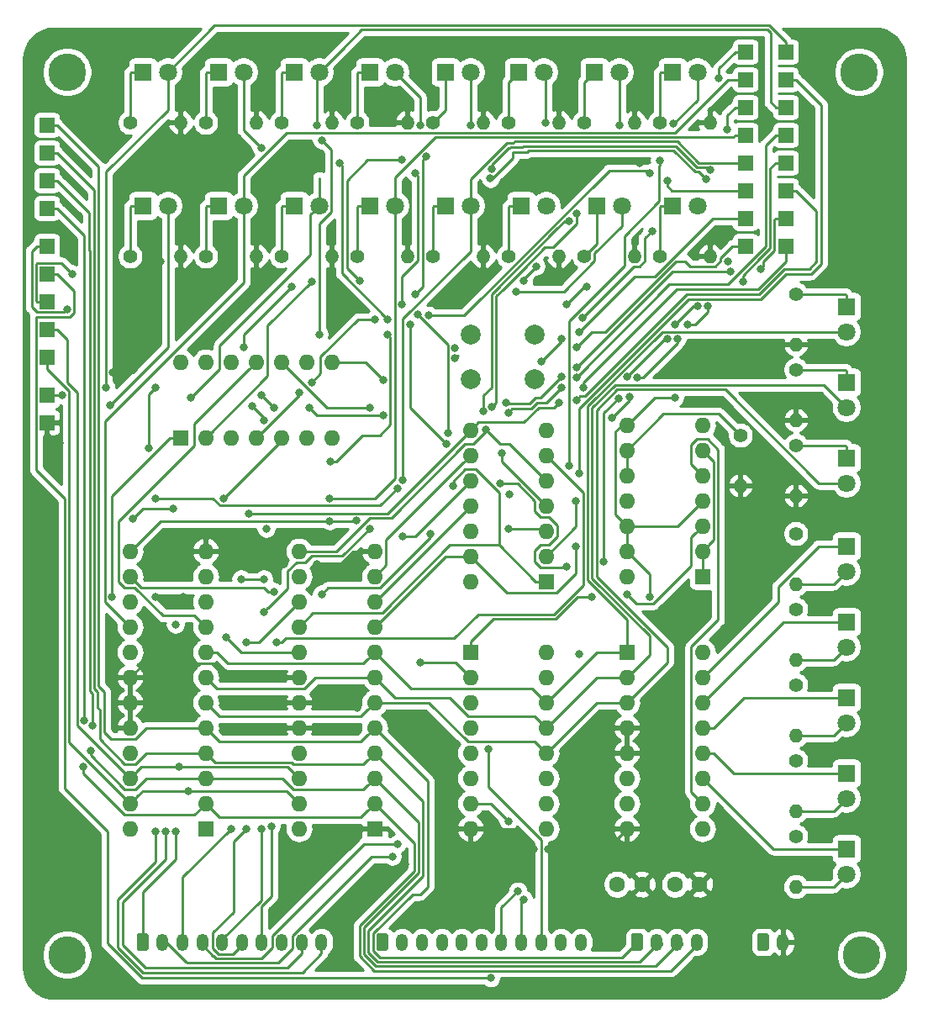
<source format=gbr>
G04 #@! TF.GenerationSoftware,KiCad,Pcbnew,(5.1.2-1)-1*
G04 #@! TF.CreationDate,2019-08-26T08:10:11+10:00*
G04 #@! TF.ProjectId,control-logic,636f6e74-726f-46c2-9d6c-6f6769632e6b,rev?*
G04 #@! TF.SameCoordinates,Original*
G04 #@! TF.FileFunction,Copper,L1,Top*
G04 #@! TF.FilePolarity,Positive*
%FSLAX46Y46*%
G04 Gerber Fmt 4.6, Leading zero omitted, Abs format (unit mm)*
G04 Created by KiCad (PCBNEW (5.1.2-1)-1) date 2019-08-26 08:10:11*
%MOMM*%
%LPD*%
G04 APERTURE LIST*
%ADD10O,1.200000X1.750000*%
%ADD11C,0.100000*%
%ADD12C,1.200000*%
%ADD13C,3.790000*%
%ADD14C,1.600000*%
%ADD15R,1.800000X1.800000*%
%ADD16C,1.800000*%
%ADD17O,1.400000X1.400000*%
%ADD18C,1.400000*%
%ADD19C,2.000000*%
%ADD20R,1.500000X1.500000*%
%ADD21R,1.600000X1.600000*%
%ADD22O,1.600000X1.600000*%
%ADD23C,0.800000*%
%ADD24C,0.250000*%
%ADD25C,0.254000*%
G04 APERTURE END LIST*
D10*
X143190000Y-153670000D03*
X141190000Y-153670000D03*
X139190000Y-153670000D03*
X137190000Y-153670000D03*
X135190000Y-153670000D03*
X133190000Y-153670000D03*
X131190000Y-153670000D03*
X129190000Y-153670000D03*
X127190000Y-153670000D03*
X125190000Y-153670000D03*
D11*
G36*
X123564505Y-152796204D02*
G01*
X123588773Y-152799804D01*
X123612572Y-152805765D01*
X123635671Y-152814030D01*
X123657850Y-152824520D01*
X123678893Y-152837132D01*
X123698599Y-152851747D01*
X123716777Y-152868223D01*
X123733253Y-152886401D01*
X123747868Y-152906107D01*
X123760480Y-152927150D01*
X123770970Y-152949329D01*
X123779235Y-152972428D01*
X123785196Y-152996227D01*
X123788796Y-153020495D01*
X123790000Y-153044999D01*
X123790000Y-154295001D01*
X123788796Y-154319505D01*
X123785196Y-154343773D01*
X123779235Y-154367572D01*
X123770970Y-154390671D01*
X123760480Y-154412850D01*
X123747868Y-154433893D01*
X123733253Y-154453599D01*
X123716777Y-154471777D01*
X123698599Y-154488253D01*
X123678893Y-154502868D01*
X123657850Y-154515480D01*
X123635671Y-154525970D01*
X123612572Y-154534235D01*
X123588773Y-154540196D01*
X123564505Y-154543796D01*
X123540001Y-154545000D01*
X122839999Y-154545000D01*
X122815495Y-154543796D01*
X122791227Y-154540196D01*
X122767428Y-154534235D01*
X122744329Y-154525970D01*
X122722150Y-154515480D01*
X122701107Y-154502868D01*
X122681401Y-154488253D01*
X122663223Y-154471777D01*
X122646747Y-154453599D01*
X122632132Y-154433893D01*
X122619520Y-154412850D01*
X122609030Y-154390671D01*
X122600765Y-154367572D01*
X122594804Y-154343773D01*
X122591204Y-154319505D01*
X122590000Y-154295001D01*
X122590000Y-153044999D01*
X122591204Y-153020495D01*
X122594804Y-152996227D01*
X122600765Y-152972428D01*
X122609030Y-152949329D01*
X122619520Y-152927150D01*
X122632132Y-152906107D01*
X122646747Y-152886401D01*
X122663223Y-152868223D01*
X122681401Y-152851747D01*
X122701107Y-152837132D01*
X122722150Y-152824520D01*
X122744329Y-152814030D01*
X122767428Y-152805765D01*
X122791227Y-152799804D01*
X122815495Y-152796204D01*
X122839999Y-152795000D01*
X123540001Y-152795000D01*
X123564505Y-152796204D01*
X123564505Y-152796204D01*
G37*
D12*
X123190000Y-153670000D03*
D13*
X91440000Y-154940000D03*
X91440000Y-66040000D03*
X171196000Y-66040000D03*
X171450000Y-154940000D03*
D14*
X146852000Y-147828000D03*
X149352000Y-147828000D03*
X155154000Y-147828000D03*
X152654000Y-147828000D03*
D15*
X169926000Y-144272000D03*
D16*
X169926000Y-146812000D03*
D15*
X169926000Y-136652000D03*
D16*
X169926000Y-139192000D03*
D15*
X169926000Y-129032000D03*
D16*
X169926000Y-131572000D03*
X169926000Y-123952000D03*
D15*
X169926000Y-121412000D03*
D16*
X169926000Y-116332000D03*
D15*
X169926000Y-113792000D03*
X99060000Y-66040000D03*
D16*
X101600000Y-66040000D03*
X109220000Y-66040000D03*
D15*
X106680000Y-66040000D03*
X114300000Y-66040000D03*
D16*
X116840000Y-66040000D03*
X124460000Y-66040000D03*
D15*
X121920000Y-66040000D03*
X169926000Y-104902000D03*
D16*
X169926000Y-107442000D03*
X169926000Y-99822000D03*
D15*
X169926000Y-97282000D03*
D16*
X169926000Y-92202000D03*
D15*
X169926000Y-89662000D03*
X129540000Y-66040000D03*
D16*
X132080000Y-66040000D03*
X139446000Y-66040000D03*
D15*
X136906000Y-66040000D03*
D16*
X147066000Y-66040000D03*
D15*
X144526000Y-66040000D03*
X152400000Y-66040000D03*
D16*
X154940000Y-66040000D03*
X101600000Y-79502000D03*
D15*
X99060000Y-79502000D03*
X106680000Y-79502000D03*
D16*
X109220000Y-79502000D03*
D15*
X114300000Y-79502000D03*
D16*
X116840000Y-79502000D03*
X124460000Y-79502000D03*
D15*
X121920000Y-79502000D03*
X129540000Y-79502000D03*
D16*
X132080000Y-79502000D03*
X139700000Y-79502000D03*
D15*
X137160000Y-79502000D03*
X144780000Y-79502000D03*
D16*
X147320000Y-79502000D03*
X154940000Y-79502000D03*
D15*
X152400000Y-79502000D03*
D11*
G36*
X161918505Y-152796204D02*
G01*
X161942773Y-152799804D01*
X161966572Y-152805765D01*
X161989671Y-152814030D01*
X162011850Y-152824520D01*
X162032893Y-152837132D01*
X162052599Y-152851747D01*
X162070777Y-152868223D01*
X162087253Y-152886401D01*
X162101868Y-152906107D01*
X162114480Y-152927150D01*
X162124970Y-152949329D01*
X162133235Y-152972428D01*
X162139196Y-152996227D01*
X162142796Y-153020495D01*
X162144000Y-153044999D01*
X162144000Y-154295001D01*
X162142796Y-154319505D01*
X162139196Y-154343773D01*
X162133235Y-154367572D01*
X162124970Y-154390671D01*
X162114480Y-154412850D01*
X162101868Y-154433893D01*
X162087253Y-154453599D01*
X162070777Y-154471777D01*
X162052599Y-154488253D01*
X162032893Y-154502868D01*
X162011850Y-154515480D01*
X161989671Y-154525970D01*
X161966572Y-154534235D01*
X161942773Y-154540196D01*
X161918505Y-154543796D01*
X161894001Y-154545000D01*
X161193999Y-154545000D01*
X161169495Y-154543796D01*
X161145227Y-154540196D01*
X161121428Y-154534235D01*
X161098329Y-154525970D01*
X161076150Y-154515480D01*
X161055107Y-154502868D01*
X161035401Y-154488253D01*
X161017223Y-154471777D01*
X161000747Y-154453599D01*
X160986132Y-154433893D01*
X160973520Y-154412850D01*
X160963030Y-154390671D01*
X160954765Y-154367572D01*
X160948804Y-154343773D01*
X160945204Y-154319505D01*
X160944000Y-154295001D01*
X160944000Y-153044999D01*
X160945204Y-153020495D01*
X160948804Y-152996227D01*
X160954765Y-152972428D01*
X160963030Y-152949329D01*
X160973520Y-152927150D01*
X160986132Y-152906107D01*
X161000747Y-152886401D01*
X161017223Y-152868223D01*
X161035401Y-152851747D01*
X161055107Y-152837132D01*
X161076150Y-152824520D01*
X161098329Y-152814030D01*
X161121428Y-152805765D01*
X161145227Y-152799804D01*
X161169495Y-152796204D01*
X161193999Y-152795000D01*
X161894001Y-152795000D01*
X161918505Y-152796204D01*
X161918505Y-152796204D01*
G37*
D12*
X161544000Y-153670000D03*
D10*
X163544000Y-153670000D03*
D11*
G36*
X149218505Y-152796204D02*
G01*
X149242773Y-152799804D01*
X149266572Y-152805765D01*
X149289671Y-152814030D01*
X149311850Y-152824520D01*
X149332893Y-152837132D01*
X149352599Y-152851747D01*
X149370777Y-152868223D01*
X149387253Y-152886401D01*
X149401868Y-152906107D01*
X149414480Y-152927150D01*
X149424970Y-152949329D01*
X149433235Y-152972428D01*
X149439196Y-152996227D01*
X149442796Y-153020495D01*
X149444000Y-153044999D01*
X149444000Y-154295001D01*
X149442796Y-154319505D01*
X149439196Y-154343773D01*
X149433235Y-154367572D01*
X149424970Y-154390671D01*
X149414480Y-154412850D01*
X149401868Y-154433893D01*
X149387253Y-154453599D01*
X149370777Y-154471777D01*
X149352599Y-154488253D01*
X149332893Y-154502868D01*
X149311850Y-154515480D01*
X149289671Y-154525970D01*
X149266572Y-154534235D01*
X149242773Y-154540196D01*
X149218505Y-154543796D01*
X149194001Y-154545000D01*
X148493999Y-154545000D01*
X148469495Y-154543796D01*
X148445227Y-154540196D01*
X148421428Y-154534235D01*
X148398329Y-154525970D01*
X148376150Y-154515480D01*
X148355107Y-154502868D01*
X148335401Y-154488253D01*
X148317223Y-154471777D01*
X148300747Y-154453599D01*
X148286132Y-154433893D01*
X148273520Y-154412850D01*
X148263030Y-154390671D01*
X148254765Y-154367572D01*
X148248804Y-154343773D01*
X148245204Y-154319505D01*
X148244000Y-154295001D01*
X148244000Y-153044999D01*
X148245204Y-153020495D01*
X148248804Y-152996227D01*
X148254765Y-152972428D01*
X148263030Y-152949329D01*
X148273520Y-152927150D01*
X148286132Y-152906107D01*
X148300747Y-152886401D01*
X148317223Y-152868223D01*
X148335401Y-152851747D01*
X148355107Y-152837132D01*
X148376150Y-152824520D01*
X148398329Y-152814030D01*
X148421428Y-152805765D01*
X148445227Y-152799804D01*
X148469495Y-152796204D01*
X148493999Y-152795000D01*
X149194001Y-152795000D01*
X149218505Y-152796204D01*
X149218505Y-152796204D01*
G37*
D12*
X148844000Y-153670000D03*
D10*
X150844000Y-153670000D03*
X152844000Y-153670000D03*
X154844000Y-153670000D03*
X117060000Y-153670000D03*
X115060000Y-153670000D03*
X113060000Y-153670000D03*
X111060000Y-153670000D03*
X109060000Y-153670000D03*
X107060000Y-153670000D03*
X105060000Y-153670000D03*
X103060000Y-153670000D03*
X101060000Y-153670000D03*
D11*
G36*
X99434505Y-152796204D02*
G01*
X99458773Y-152799804D01*
X99482572Y-152805765D01*
X99505671Y-152814030D01*
X99527850Y-152824520D01*
X99548893Y-152837132D01*
X99568599Y-152851747D01*
X99586777Y-152868223D01*
X99603253Y-152886401D01*
X99617868Y-152906107D01*
X99630480Y-152927150D01*
X99640970Y-152949329D01*
X99649235Y-152972428D01*
X99655196Y-152996227D01*
X99658796Y-153020495D01*
X99660000Y-153044999D01*
X99660000Y-154295001D01*
X99658796Y-154319505D01*
X99655196Y-154343773D01*
X99649235Y-154367572D01*
X99640970Y-154390671D01*
X99630480Y-154412850D01*
X99617868Y-154433893D01*
X99603253Y-154453599D01*
X99586777Y-154471777D01*
X99568599Y-154488253D01*
X99548893Y-154502868D01*
X99527850Y-154515480D01*
X99505671Y-154525970D01*
X99482572Y-154534235D01*
X99458773Y-154540196D01*
X99434505Y-154543796D01*
X99410001Y-154545000D01*
X98709999Y-154545000D01*
X98685495Y-154543796D01*
X98661227Y-154540196D01*
X98637428Y-154534235D01*
X98614329Y-154525970D01*
X98592150Y-154515480D01*
X98571107Y-154502868D01*
X98551401Y-154488253D01*
X98533223Y-154471777D01*
X98516747Y-154453599D01*
X98502132Y-154433893D01*
X98489520Y-154412850D01*
X98479030Y-154390671D01*
X98470765Y-154367572D01*
X98464804Y-154343773D01*
X98461204Y-154319505D01*
X98460000Y-154295001D01*
X98460000Y-153044999D01*
X98461204Y-153020495D01*
X98464804Y-152996227D01*
X98470765Y-152972428D01*
X98479030Y-152949329D01*
X98489520Y-152927150D01*
X98502132Y-152906107D01*
X98516747Y-152886401D01*
X98533223Y-152868223D01*
X98551401Y-152851747D01*
X98571107Y-152837132D01*
X98592150Y-152824520D01*
X98614329Y-152814030D01*
X98637428Y-152805765D01*
X98661227Y-152799804D01*
X98685495Y-152796204D01*
X98709999Y-152795000D01*
X99410001Y-152795000D01*
X99434505Y-152796204D01*
X99434505Y-152796204D01*
G37*
D12*
X99060000Y-153670000D03*
D17*
X159258000Y-107696000D03*
D18*
X159258000Y-102616000D03*
D17*
X164846000Y-148082000D03*
D18*
X164846000Y-143002000D03*
X164846000Y-135382000D03*
D17*
X164846000Y-140462000D03*
D18*
X164846000Y-127762000D03*
D17*
X164846000Y-132842000D03*
D18*
X164846000Y-120142000D03*
D17*
X164846000Y-125222000D03*
X164846000Y-117602000D03*
D18*
X164846000Y-112522000D03*
D17*
X102870000Y-71120000D03*
D18*
X97790000Y-71120000D03*
D17*
X110490000Y-71120000D03*
D18*
X105410000Y-71120000D03*
X164846000Y-103632000D03*
D17*
X164846000Y-108712000D03*
D18*
X164846000Y-96012000D03*
D17*
X164846000Y-101092000D03*
D18*
X164846000Y-88392000D03*
D17*
X164846000Y-93472000D03*
X118110000Y-71120000D03*
D18*
X113030000Y-71120000D03*
D17*
X125730000Y-71120000D03*
D18*
X120650000Y-71120000D03*
X128270000Y-71120000D03*
D17*
X133350000Y-71120000D03*
D18*
X135890000Y-71120000D03*
D17*
X140970000Y-71120000D03*
D18*
X143510000Y-71120000D03*
D17*
X148590000Y-71120000D03*
D18*
X151130000Y-71120000D03*
D17*
X156210000Y-71120000D03*
D18*
X97790000Y-84582000D03*
D17*
X102870000Y-84582000D03*
D18*
X105410000Y-84582000D03*
D17*
X110490000Y-84582000D03*
X118110000Y-84582000D03*
D18*
X113030000Y-84582000D03*
D17*
X125730000Y-84582000D03*
D18*
X120650000Y-84582000D03*
D17*
X133350000Y-84582000D03*
D18*
X128270000Y-84582000D03*
D17*
X140970000Y-84582000D03*
D18*
X135890000Y-84582000D03*
D17*
X148590000Y-84582000D03*
D18*
X143510000Y-84582000D03*
X151130000Y-84582000D03*
D17*
X156210000Y-84582000D03*
D19*
X132080000Y-96956000D03*
X132080000Y-92456000D03*
X138580000Y-96956000D03*
X138580000Y-92456000D03*
D20*
X89408000Y-98625001D03*
X89408000Y-101346000D03*
X89408000Y-89154000D03*
X89408000Y-86360000D03*
X89408000Y-83566000D03*
X89408000Y-71374000D03*
X89408000Y-74168000D03*
X89408000Y-76962000D03*
X89408000Y-79756000D03*
X89408000Y-94742000D03*
X89408000Y-91948000D03*
X163830000Y-64008000D03*
X163830000Y-77978000D03*
X163830000Y-66802000D03*
X163830000Y-80772000D03*
X163830000Y-69596000D03*
X163830000Y-83566000D03*
X163830000Y-72390000D03*
X163830000Y-75184000D03*
X159766000Y-64008000D03*
X159766000Y-72390000D03*
X159766000Y-77978000D03*
X159766000Y-66802000D03*
X159766000Y-80772000D03*
X159766000Y-75184000D03*
X159766000Y-83566000D03*
X159766000Y-69596000D03*
D21*
X155448000Y-116840000D03*
D22*
X147828000Y-101600000D03*
X155448000Y-114300000D03*
X147828000Y-104140000D03*
X155448000Y-111760000D03*
X147828000Y-106680000D03*
X155448000Y-109220000D03*
X147828000Y-109220000D03*
X155448000Y-106680000D03*
X147828000Y-111760000D03*
X155448000Y-104140000D03*
X147828000Y-114300000D03*
X155448000Y-101600000D03*
X147828000Y-116840000D03*
D21*
X132080000Y-124460000D03*
D22*
X139700000Y-142240000D03*
X132080000Y-127000000D03*
X139700000Y-139700000D03*
X132080000Y-129540000D03*
X139700000Y-137160000D03*
X132080000Y-132080000D03*
X139700000Y-134620000D03*
X132080000Y-134620000D03*
X139700000Y-132080000D03*
X132080000Y-137160000D03*
X139700000Y-129540000D03*
X132080000Y-139700000D03*
X139700000Y-127000000D03*
X132080000Y-142240000D03*
X139700000Y-124460000D03*
X155448000Y-124460000D03*
X147828000Y-142240000D03*
X155448000Y-127000000D03*
X147828000Y-139700000D03*
X155448000Y-129540000D03*
X147828000Y-137160000D03*
X155448000Y-132080000D03*
X147828000Y-134620000D03*
X155448000Y-134620000D03*
X147828000Y-132080000D03*
X155448000Y-137160000D03*
X147828000Y-129540000D03*
X155448000Y-139700000D03*
X147828000Y-127000000D03*
X155448000Y-142240000D03*
D21*
X147828000Y-124460000D03*
D22*
X114808000Y-142240000D03*
X122428000Y-114300000D03*
X114808000Y-139700000D03*
X122428000Y-116840000D03*
X114808000Y-137160000D03*
X122428000Y-119380000D03*
X114808000Y-134620000D03*
X122428000Y-121920000D03*
X114808000Y-132080000D03*
X122428000Y-124460000D03*
X114808000Y-129540000D03*
X122428000Y-127000000D03*
X114808000Y-127000000D03*
X122428000Y-129540000D03*
X114808000Y-124460000D03*
X122428000Y-132080000D03*
X114808000Y-121920000D03*
X122428000Y-134620000D03*
X114808000Y-119380000D03*
X122428000Y-137160000D03*
X114808000Y-116840000D03*
X122428000Y-139700000D03*
X114808000Y-114300000D03*
D21*
X122428000Y-142240000D03*
X105410000Y-142240000D03*
D22*
X97790000Y-114300000D03*
X105410000Y-139700000D03*
X97790000Y-116840000D03*
X105410000Y-137160000D03*
X97790000Y-119380000D03*
X105410000Y-134620000D03*
X97790000Y-121920000D03*
X105410000Y-132080000D03*
X97790000Y-124460000D03*
X105410000Y-129540000D03*
X97790000Y-127000000D03*
X105410000Y-127000000D03*
X97790000Y-129540000D03*
X105410000Y-124460000D03*
X97790000Y-132080000D03*
X105410000Y-121920000D03*
X97790000Y-134620000D03*
X105410000Y-119380000D03*
X97790000Y-137160000D03*
X105410000Y-116840000D03*
X97790000Y-139700000D03*
X105410000Y-114300000D03*
X97790000Y-142240000D03*
X132080000Y-117348000D03*
X139700000Y-102108000D03*
X132080000Y-114808000D03*
X139700000Y-104648000D03*
X132080000Y-112268000D03*
X139700000Y-107188000D03*
X132080000Y-109728000D03*
X139700000Y-109728000D03*
X132080000Y-107188000D03*
X139700000Y-112268000D03*
X132080000Y-104648000D03*
X139700000Y-114808000D03*
X132080000Y-102108000D03*
D21*
X139700000Y-117348000D03*
X102870000Y-102870000D03*
D22*
X118110000Y-95250000D03*
X105410000Y-102870000D03*
X115570000Y-95250000D03*
X107950000Y-102870000D03*
X113030000Y-95250000D03*
X110490000Y-102870000D03*
X110490000Y-95250000D03*
X113030000Y-102870000D03*
X107950000Y-95250000D03*
X115570000Y-102870000D03*
X105410000Y-95250000D03*
X118110000Y-102870000D03*
X102870000Y-95250000D03*
D23*
X90932000Y-98552000D03*
X135890000Y-141478000D03*
X141732000Y-89408000D03*
X143764000Y-87630000D03*
X125476000Y-145796000D03*
X129032000Y-148082000D03*
X120650000Y-130048000D03*
X103124000Y-118872000D03*
X100330000Y-118872000D03*
X100330000Y-121666000D03*
X116586000Y-115570000D03*
X113284000Y-115570000D03*
X90678000Y-103378000D03*
X96076020Y-96266000D03*
X100875000Y-85090000D03*
X138430000Y-144272000D03*
X139915000Y-144272000D03*
X101600000Y-63754000D03*
X149098000Y-75184000D03*
X102362000Y-142494000D03*
X107442000Y-122936000D03*
X102362000Y-121666000D03*
X102108000Y-109982000D03*
X98044000Y-110998000D03*
X95351020Y-97790000D03*
X130302000Y-107696000D03*
X129662347Y-103500347D03*
X125993701Y-91440000D03*
X123735000Y-90932000D03*
X118872000Y-75184000D03*
X110993347Y-73655347D03*
X107950000Y-142240000D03*
X109474000Y-123444000D03*
X108966000Y-117094000D03*
X111506000Y-112014000D03*
X116840000Y-92456000D03*
X117094000Y-72898000D03*
X111252000Y-117094000D03*
X116586000Y-71374000D03*
X117094000Y-118618000D03*
X128016000Y-112522000D03*
X135890000Y-112014000D03*
X129794000Y-102362000D03*
X126750653Y-90428653D03*
X126492000Y-88392000D03*
X127615158Y-74529158D03*
X126994912Y-71420001D03*
X133604000Y-102033001D03*
X133351326Y-100209531D03*
X141982501Y-81031807D03*
X132080000Y-71420001D03*
X134235459Y-99742291D03*
X142749154Y-80265154D03*
X139669997Y-71120000D03*
X135076154Y-107493846D03*
X141732000Y-115824000D03*
X145505000Y-115316000D03*
X146964259Y-98917047D03*
X157988000Y-85127000D03*
X148880892Y-96775826D03*
X152895254Y-92927000D03*
X153924000Y-91440000D03*
X155956000Y-89625000D03*
X147066000Y-71420001D03*
X100330000Y-142494000D03*
X95758000Y-99568000D03*
X95975000Y-118867347D03*
X103922999Y-98842999D03*
X112268000Y-118364000D03*
X117856000Y-108966000D03*
X117893000Y-111252000D03*
X120616846Y-111218846D03*
X125268701Y-107117949D03*
X107188000Y-108966000D03*
X111247347Y-101087347D03*
X110104347Y-99690347D03*
X109220000Y-93726000D03*
X114046000Y-87630000D03*
X137418653Y-87085000D03*
X138686564Y-85600564D03*
X136652000Y-88138000D03*
X110998000Y-98552000D03*
X112268000Y-99822000D03*
X115824000Y-99822000D03*
X123284990Y-100584000D03*
X139192000Y-95213000D03*
X141214695Y-92954695D03*
X143373695Y-90795695D03*
X150368000Y-82042000D03*
X93811347Y-134366000D03*
X94024880Y-131854535D03*
X93086347Y-136021653D03*
X93181000Y-131318000D03*
X136859299Y-148519949D03*
X143059990Y-124656010D03*
X134112000Y-157269027D03*
X137414000Y-149352000D03*
X150114000Y-118872000D03*
X91948000Y-86360000D03*
X152654000Y-98806000D03*
X133858000Y-134219999D03*
X91440000Y-89916000D03*
X100330000Y-97790000D03*
X99638570Y-103881559D03*
X100330000Y-108966000D03*
X124714000Y-107950000D03*
X127000000Y-125476000D03*
X144272000Y-118872000D03*
X147828000Y-118618000D03*
X110998000Y-142240000D03*
X112522000Y-123444000D03*
X159512000Y-87122000D03*
X146304000Y-100838000D03*
X148082000Y-98762002D03*
X147882114Y-96726374D03*
X151895251Y-92927000D03*
X152654000Y-91477000D03*
X154940000Y-89625000D03*
X135999001Y-108602999D03*
X143430028Y-97855029D03*
X124714000Y-143764000D03*
X135274001Y-104394000D03*
X135885347Y-100325347D03*
X142748000Y-96774000D03*
X141224000Y-97790000D03*
X112014000Y-141986000D03*
X111252000Y-120396000D03*
X121920000Y-112014000D03*
X125222000Y-112776000D03*
X161290000Y-85852000D03*
X142743347Y-95753347D03*
X158242000Y-86106000D03*
X141213999Y-96763999D03*
X135631592Y-99358077D03*
X124206000Y-145034000D03*
X142704973Y-109220000D03*
X143002000Y-106426000D03*
X109474000Y-142240000D03*
X109728000Y-110490000D03*
X140970000Y-99314000D03*
X142748000Y-99060000D03*
X123284990Y-97028000D03*
X130519000Y-93853336D03*
X142985163Y-92209532D03*
X101330003Y-142494000D03*
X157103348Y-66679348D03*
X156210000Y-75909000D03*
X134185510Y-75774816D03*
X116078000Y-87122000D03*
X120927153Y-87098847D03*
X125192853Y-74900853D03*
X121920000Y-99822000D03*
X142748000Y-93726000D03*
X130519000Y-94853339D03*
X157960001Y-71870011D03*
X155787569Y-76815398D03*
X134077906Y-76769012D03*
X114808000Y-98298000D03*
X116082653Y-97277347D03*
X122428000Y-90932000D03*
X125185000Y-89408000D03*
X126492000Y-76200000D03*
X117983000Y-105283000D03*
X123735000Y-92456000D03*
X127893653Y-90546347D03*
X150114000Y-76200000D03*
X151892000Y-76962000D03*
X142704973Y-113792000D03*
X141986000Y-105664000D03*
X151130000Y-74930000D03*
X152531348Y-71251348D03*
X102725001Y-136034999D03*
X103632000Y-138430000D03*
D24*
X90858999Y-98625001D02*
X90932000Y-98552000D01*
X89408000Y-98625001D02*
X90858999Y-98625001D01*
X134112000Y-139700000D02*
X135890000Y-141478000D01*
X132080000Y-139700000D02*
X134112000Y-139700000D01*
X143510000Y-87630000D02*
X143764000Y-87630000D01*
X141732000Y-89408000D02*
X143510000Y-87630000D01*
X99204999Y-125585001D02*
X106281001Y-125585001D01*
X97790000Y-127000000D02*
X99204999Y-125585001D01*
X106281001Y-125585001D02*
X107442000Y-126746000D01*
X120142000Y-129540000D02*
X120650000Y-130048000D01*
X114808000Y-129540000D02*
X120142000Y-129540000D01*
X103124000Y-118872000D02*
X100330000Y-118872000D01*
X119000410Y-115570000D02*
X116586000Y-115570000D01*
X120270410Y-114300000D02*
X119000410Y-115570000D01*
X122428000Y-114300000D02*
X120270410Y-114300000D01*
X90440000Y-103378000D02*
X90678000Y-103378000D01*
X89408000Y-102346000D02*
X90440000Y-103378000D01*
X89408000Y-101346000D02*
X89408000Y-102346000D01*
X96076020Y-96266000D02*
X98044000Y-96266000D01*
X100875000Y-93435000D02*
X100875000Y-85090000D01*
X98044000Y-96266000D02*
X100875000Y-93435000D01*
X136398000Y-142240000D02*
X138430000Y-144272000D01*
X132080000Y-142240000D02*
X136398000Y-142240000D01*
X145796000Y-144272000D02*
X147828000Y-142240000D01*
X139915000Y-144272000D02*
X145796000Y-144272000D01*
X162560000Y-144272000D02*
X169926000Y-144272000D01*
X155448000Y-137160000D02*
X162560000Y-144272000D01*
X168656000Y-148082000D02*
X169926000Y-146812000D01*
X164846000Y-148082000D02*
X168656000Y-148082000D01*
X168776000Y-136652000D02*
X169926000Y-136652000D01*
X158611370Y-136652000D02*
X168776000Y-136652000D01*
X156579370Y-134620000D02*
X158611370Y-136652000D01*
X155448000Y-134620000D02*
X156579370Y-134620000D01*
X168656000Y-140462000D02*
X169926000Y-139192000D01*
X164846000Y-140462000D02*
X168656000Y-140462000D01*
X159627370Y-129032000D02*
X168776000Y-129032000D01*
X156579370Y-132080000D02*
X159627370Y-129032000D01*
X168776000Y-129032000D02*
X169926000Y-129032000D01*
X155448000Y-132080000D02*
X156579370Y-132080000D01*
X168656000Y-132842000D02*
X169926000Y-131572000D01*
X164846000Y-132842000D02*
X168656000Y-132842000D01*
X168656000Y-125222000D02*
X169926000Y-123952000D01*
X164846000Y-125222000D02*
X168656000Y-125222000D01*
X163576000Y-121412000D02*
X169926000Y-121412000D01*
X155448000Y-129540000D02*
X163576000Y-121412000D01*
X168656000Y-117602000D02*
X169926000Y-116332000D01*
X164846000Y-117602000D02*
X168656000Y-117602000D01*
X168776000Y-113792000D02*
X169926000Y-113792000D01*
X167138998Y-113792000D02*
X168776000Y-113792000D01*
X163068000Y-117862998D02*
X167138998Y-113792000D01*
X163068000Y-119380000D02*
X163068000Y-117862998D01*
X155448000Y-127000000D02*
X163068000Y-119380000D01*
X97790000Y-66160000D02*
X97910000Y-66040000D01*
X97910000Y-66040000D02*
X99060000Y-66040000D01*
X97790000Y-71120000D02*
X97790000Y-66160000D01*
X163830000Y-63008000D02*
X162157010Y-61335010D01*
X163830000Y-64008000D02*
X163830000Y-63008000D01*
X106304990Y-61335010D02*
X101600000Y-66040000D01*
X162157010Y-61335010D02*
X106304990Y-61335010D01*
X99060000Y-153670000D02*
X99060000Y-148590000D01*
X102362000Y-145288000D02*
X102362000Y-142494000D01*
X99060000Y-148590000D02*
X102362000Y-145288000D01*
X108966000Y-124460000D02*
X114808000Y-124460000D01*
X107442000Y-122936000D02*
X108966000Y-124460000D01*
X99060000Y-109982000D02*
X98044000Y-110998000D01*
X102108000Y-109982000D02*
X99060000Y-109982000D01*
X101600000Y-69850000D02*
X101600000Y-67312792D01*
X101600000Y-67312792D02*
X101600000Y-66040000D01*
X95351020Y-76098980D02*
X101600000Y-69850000D01*
X95351020Y-97790000D02*
X95351020Y-76098980D01*
X138650000Y-117348000D02*
X139700000Y-117348000D01*
X134984999Y-113682999D02*
X138650000Y-117348000D01*
X130028591Y-113682999D02*
X134984999Y-113682999D01*
X123206589Y-120505001D02*
X130028591Y-113682999D01*
X116222999Y-120505001D02*
X123206589Y-120505001D01*
X114808000Y-121920000D02*
X116222999Y-120505001D01*
X134984999Y-113682999D02*
X134984999Y-108427997D01*
X130302000Y-107300998D02*
X130302000Y-107696000D01*
X131539999Y-106062999D02*
X130302000Y-107300998D01*
X132620001Y-106062999D02*
X131539999Y-106062999D01*
X134984999Y-108427997D02*
X132620001Y-106062999D01*
X125993701Y-99831701D02*
X125993701Y-91440000D01*
X129662347Y-103500347D02*
X125993701Y-99831701D01*
X119135001Y-75447001D02*
X118872000Y-75184000D01*
X119135001Y-86332001D02*
X119135001Y-75447001D01*
X123735000Y-90932000D02*
X119135001Y-86332001D01*
X109220000Y-71882000D02*
X109220000Y-66040000D01*
X110993347Y-73655347D02*
X109220000Y-71882000D01*
X105530000Y-66040000D02*
X106680000Y-66040000D01*
X105410000Y-66160000D02*
X105530000Y-66040000D01*
X105410000Y-71120000D02*
X105410000Y-66160000D01*
X113150000Y-66040000D02*
X114300000Y-66040000D01*
X113030000Y-66160000D02*
X113150000Y-66040000D01*
X113030000Y-71120000D02*
X113030000Y-66160000D01*
X119126000Y-63754000D02*
X116840000Y-66040000D01*
X162306000Y-62120410D02*
X161970610Y-61785020D01*
X162306000Y-69072000D02*
X162306000Y-62120410D01*
X162830000Y-69596000D02*
X162306000Y-69072000D01*
X163830000Y-69596000D02*
X162830000Y-69596000D01*
X121094980Y-61785020D02*
X119126000Y-63754000D01*
X161970610Y-61785020D02*
X121094980Y-61785020D01*
X103060000Y-147130000D02*
X107950000Y-142240000D01*
X103060000Y-153670000D02*
X103060000Y-147130000D01*
X110744000Y-123444000D02*
X114808000Y-119380000D01*
X109474000Y-123444000D02*
X110744000Y-123444000D01*
X118065001Y-73869001D02*
X117094000Y-72898000D01*
X118065001Y-80090001D02*
X118065001Y-73869001D01*
X116840000Y-81315002D02*
X118065001Y-80090001D01*
X116840000Y-92456000D02*
X116840000Y-81315002D01*
X108966000Y-117094000D02*
X111252000Y-117094000D01*
X116586000Y-66294000D02*
X116840000Y-66040000D01*
X116586000Y-71374000D02*
X116586000Y-66294000D01*
X128016000Y-112917002D02*
X128016000Y-112522000D01*
X122968001Y-117965001D02*
X128016000Y-112917002D01*
X117746999Y-117965001D02*
X122968001Y-117965001D01*
X117094000Y-118618000D02*
X117746999Y-117965001D01*
X139446000Y-112014000D02*
X139700000Y-112268000D01*
X135890000Y-112014000D02*
X139446000Y-112014000D01*
X129794000Y-93472000D02*
X126750653Y-90428653D01*
X129794000Y-102362000D02*
X129794000Y-93472000D01*
X127244999Y-87639001D02*
X127244999Y-74899317D01*
X127244999Y-74899317D02*
X127615158Y-74529158D01*
X126492000Y-88392000D02*
X127244999Y-87639001D01*
X126994912Y-68574912D02*
X124460000Y-66040000D01*
X126994912Y-71420001D02*
X126994912Y-68574912D01*
X120770000Y-66040000D02*
X121920000Y-66040000D01*
X120650000Y-66160000D02*
X120770000Y-66040000D01*
X120650000Y-71120000D02*
X120650000Y-66160000D01*
X169926000Y-103752000D02*
X169926000Y-104902000D01*
X169806000Y-103632000D02*
X169926000Y-103752000D01*
X164846000Y-103632000D02*
X169806000Y-103632000D01*
X144780000Y-129540000D02*
X147828000Y-129540000D01*
X139700000Y-134620000D02*
X144780000Y-129540000D01*
X121628001Y-130339999D02*
X122428000Y-129540000D01*
X106824999Y-130954999D02*
X121013001Y-130954999D01*
X121013001Y-130954999D02*
X121628001Y-130339999D01*
X105410000Y-129540000D02*
X106824999Y-130954999D01*
X138900001Y-133820001D02*
X139700000Y-134620000D01*
X138574999Y-133494999D02*
X138900001Y-133820001D01*
X131829997Y-133494999D02*
X138574999Y-133494999D01*
X127874998Y-129540000D02*
X131829997Y-133494999D01*
X122428000Y-129540000D02*
X127874998Y-129540000D01*
X167138998Y-107442000D02*
X157734000Y-98037002D01*
X169926000Y-107442000D02*
X167138998Y-107442000D01*
X157734000Y-98037002D02*
X146818998Y-98037002D01*
X146818998Y-98037002D02*
X144780000Y-100076000D01*
X144780000Y-100076000D02*
X144780000Y-116840000D01*
X144780000Y-116840000D02*
X151892000Y-123952000D01*
X151892000Y-125476000D02*
X147828000Y-129540000D01*
X151892000Y-123952000D02*
X151892000Y-125476000D01*
X144780000Y-127000000D02*
X147828000Y-127000000D01*
X139700000Y-132080000D02*
X144780000Y-127000000D01*
X138900001Y-131280001D02*
X139700000Y-132080000D01*
X138574999Y-130954999D02*
X138900001Y-131280001D01*
X129964988Y-129089990D02*
X131829997Y-130954999D01*
X124517990Y-129089990D02*
X129964988Y-129089990D01*
X131829997Y-130954999D02*
X138574999Y-130954999D01*
X122428000Y-127000000D02*
X124517990Y-129089990D01*
X106535001Y-128125001D02*
X106209999Y-127799999D01*
X106209999Y-127799999D02*
X105410000Y-127000000D01*
X115348001Y-128125001D02*
X106535001Y-128125001D01*
X116473002Y-127000000D02*
X115348001Y-128125001D01*
X122428000Y-127000000D02*
X116473002Y-127000000D01*
X150114000Y-124714000D02*
X147828000Y-127000000D01*
X150114000Y-122810410D02*
X150114000Y-124714000D01*
X144329991Y-117026401D02*
X150114000Y-122810410D01*
X146632597Y-97586993D02*
X144329990Y-99889600D01*
X144329990Y-99889600D02*
X144329991Y-117026401D01*
X167690993Y-97586993D02*
X146632597Y-97586993D01*
X169926000Y-99822000D02*
X167690993Y-97586993D01*
X169926000Y-96132000D02*
X169926000Y-97282000D01*
X169806000Y-96012000D02*
X169926000Y-96132000D01*
X164846000Y-96012000D02*
X169806000Y-96012000D01*
X144780000Y-124460000D02*
X147828000Y-124460000D01*
X139700000Y-129540000D02*
X144780000Y-124460000D01*
X138900001Y-128740001D02*
X139700000Y-129540000D01*
X138285001Y-128125001D02*
X138900001Y-128740001D01*
X126093001Y-128125001D02*
X138285001Y-128125001D01*
X122428000Y-124460000D02*
X126093001Y-128125001D01*
X121302999Y-125585001D02*
X121628001Y-125259999D01*
X121628001Y-125259999D02*
X122428000Y-124460000D01*
X107666371Y-125585001D02*
X121302999Y-125585001D01*
X106541370Y-124460000D02*
X107666371Y-125585001D01*
X105410000Y-124460000D02*
X106541370Y-124460000D01*
X143879981Y-99703201D02*
X143879982Y-117212802D01*
X151381182Y-92202000D02*
X143879981Y-99703201D01*
X169926000Y-92202000D02*
X151381182Y-92202000D01*
X147828000Y-121160820D02*
X147828000Y-124460000D01*
X143879982Y-117212802D02*
X147828000Y-121160820D01*
X169926000Y-88512000D02*
X169926000Y-89662000D01*
X169806000Y-88392000D02*
X169926000Y-88512000D01*
X164846000Y-88392000D02*
X169806000Y-88392000D01*
X129540000Y-69850000D02*
X129540000Y-66040000D01*
X128270000Y-71120000D02*
X129540000Y-69850000D01*
X124122988Y-110940010D02*
X131539999Y-103522999D01*
X121920988Y-110940010D02*
X124122988Y-110940010D01*
X118560998Y-114300000D02*
X121920988Y-110940010D01*
X114808000Y-114300000D02*
X118560998Y-114300000D01*
X133604000Y-102249002D02*
X133604000Y-102033001D01*
X132330003Y-103522999D02*
X133604000Y-102249002D01*
X131539999Y-103522999D02*
X132330003Y-103522999D01*
X136034999Y-103522999D02*
X135093998Y-103522999D01*
X135093998Y-103522999D02*
X133604000Y-102033001D01*
X139700000Y-107188000D02*
X136034999Y-103522999D01*
X133351326Y-100209531D02*
X133351326Y-98624122D01*
X133351326Y-98624122D02*
X134185448Y-97790000D01*
X134185448Y-97790000D02*
X134185448Y-92529448D01*
X134185448Y-92529448D02*
X134185448Y-88439964D01*
X134185448Y-88439964D02*
X140776706Y-81848706D01*
X141593605Y-81031807D02*
X141982501Y-81031807D01*
X140776706Y-81848706D02*
X141593605Y-81031807D01*
X132080000Y-71420001D02*
X132080000Y-66040000D01*
X123553001Y-113174999D02*
X131280001Y-105447999D01*
X131280001Y-105447999D02*
X132080000Y-104648000D01*
X123553001Y-115714999D02*
X123553001Y-113174999D01*
X122428000Y-116840000D02*
X123553001Y-115714999D01*
X134235459Y-99742291D02*
X134635458Y-99342292D01*
X134635458Y-99342292D02*
X134635458Y-88626364D01*
X135382000Y-87879822D02*
X135386178Y-87879822D01*
X137414000Y-85852000D02*
X137414000Y-85847822D01*
X135386178Y-87879822D02*
X137414000Y-85852000D01*
X137414000Y-85847822D02*
X139570911Y-83690911D01*
X142749154Y-81338156D02*
X142749154Y-80265154D01*
X140396399Y-83690911D02*
X142749154Y-81338156D01*
X139570911Y-83690911D02*
X140396399Y-83690911D01*
X134639636Y-88626364D02*
X134635458Y-88626364D01*
X135382000Y-87884000D02*
X134639636Y-88626364D01*
X135382000Y-87879822D02*
X135382000Y-87884000D01*
X139669997Y-66263997D02*
X139446000Y-66040000D01*
X139669997Y-71120000D02*
X139669997Y-66263997D01*
X135890000Y-67056000D02*
X136906000Y-66040000D01*
X135890000Y-71120000D02*
X135890000Y-67056000D01*
X122428000Y-119380000D02*
X132080000Y-109728000D01*
X141622999Y-115933001D02*
X141732000Y-115824000D01*
X139159999Y-115933001D02*
X141622999Y-115933001D01*
X138574999Y-115348001D02*
X139159999Y-115933001D01*
X138574999Y-114267999D02*
X138574999Y-115348001D01*
X139159999Y-113682999D02*
X138574999Y-114267999D01*
X139950003Y-113682999D02*
X139159999Y-113682999D01*
X140825001Y-111727999D02*
X140825001Y-112808001D01*
X140825001Y-112808001D02*
X139950003Y-113682999D01*
X138574999Y-110268001D02*
X139159999Y-110853001D01*
X139159999Y-110853001D02*
X139950003Y-110853001D01*
X138574999Y-109239409D02*
X138574999Y-110268001D01*
X139950003Y-110853001D02*
X140825001Y-111727999D01*
X136829436Y-107493846D02*
X138574999Y-109239409D01*
X135076154Y-107493846D02*
X136829436Y-107493846D01*
X145505000Y-100376306D02*
X146964259Y-98917047D01*
X145505000Y-115316000D02*
X145505000Y-100376306D01*
X152895254Y-93327149D02*
X152895254Y-92927000D01*
X149446577Y-96775826D02*
X152895254Y-93327149D01*
X148880892Y-96775826D02*
X149446577Y-96775826D01*
X154686000Y-91440000D02*
X155956000Y-90170000D01*
X155956000Y-90170000D02*
X155956000Y-89625000D01*
X153924000Y-91440000D02*
X154686000Y-91440000D01*
X147066000Y-71420001D02*
X147066000Y-66040000D01*
X143510000Y-67056000D02*
X144526000Y-66040000D01*
X143510000Y-71120000D02*
X143510000Y-67056000D01*
X151250000Y-66040000D02*
X152400000Y-66040000D01*
X151130000Y-66160000D02*
X151250000Y-66040000D01*
X151130000Y-71120000D02*
X151130000Y-66160000D01*
X158006002Y-66802000D02*
X159766000Y-66802000D01*
X113528999Y-72145001D02*
X152663001Y-72145001D01*
X152663001Y-72145001D02*
X158006002Y-66802000D01*
X109220000Y-76454000D02*
X113528999Y-72145001D01*
X109220000Y-79502000D02*
X109220000Y-76454000D01*
X109220000Y-87234998D02*
X95250000Y-101204998D01*
X109220000Y-79502000D02*
X109220000Y-87234998D01*
X96990001Y-121120001D02*
X97790000Y-121920000D01*
X95250000Y-119380000D02*
X96990001Y-121120001D01*
X95250000Y-101204998D02*
X95250000Y-119380000D01*
X117060000Y-153670000D02*
X117060000Y-153395000D01*
X117060000Y-154795000D02*
X115137000Y-156718000D01*
X117060000Y-153670000D02*
X117060000Y-154795000D01*
X99060000Y-156718000D02*
X96520000Y-154178000D01*
X96520000Y-154178000D02*
X96520000Y-149352000D01*
X100330000Y-145542000D02*
X100330000Y-142494000D01*
X96520000Y-149352000D02*
X100330000Y-145542000D01*
X99060000Y-156718000D02*
X115137000Y-156718000D01*
X101600000Y-93726000D02*
X95758000Y-99568000D01*
X101600000Y-79502000D02*
X101600000Y-93726000D01*
X101820000Y-102870000D02*
X102870000Y-102870000D01*
X95975000Y-108715000D02*
X101820000Y-102870000D01*
X95975000Y-118867347D02*
X95975000Y-108715000D01*
X97910000Y-79502000D02*
X99060000Y-79502000D01*
X97790000Y-79622000D02*
X97910000Y-79502000D01*
X97790000Y-84582000D02*
X97790000Y-79622000D01*
X105530000Y-79502000D02*
X106680000Y-79502000D01*
X105410000Y-79622000D02*
X105530000Y-79502000D01*
X105410000Y-84582000D02*
X105410000Y-79622000D01*
X113150000Y-79502000D02*
X114300000Y-79502000D01*
X113030000Y-79622000D02*
X113150000Y-79502000D01*
X113030000Y-84582000D02*
X113030000Y-79622000D01*
X116840000Y-79502000D02*
X116840000Y-76708000D01*
X106824999Y-95940999D02*
X106824999Y-93581001D01*
X103922999Y-98842999D02*
X106824999Y-95940999D01*
X115940001Y-80401999D02*
X116840000Y-79502000D01*
X115940001Y-84465999D02*
X115940001Y-80401999D01*
X106824999Y-93581001D02*
X115940001Y-84465999D01*
X158766000Y-72390000D02*
X159766000Y-72390000D01*
X158560989Y-72595011D02*
X158766000Y-72390000D01*
X128524000Y-72595011D02*
X158560989Y-72595011D01*
X124460000Y-76659011D02*
X128524000Y-72595011D01*
X124460000Y-79502000D02*
X124460000Y-76659011D01*
X111303316Y-117965001D02*
X98915001Y-117965001D01*
X111702315Y-118364000D02*
X111303316Y-117965001D01*
X98589999Y-117639999D02*
X97790000Y-116840000D01*
X98915001Y-117965001D02*
X98589999Y-117639999D01*
X112268000Y-118364000D02*
X111702315Y-118364000D01*
X117856000Y-108966000D02*
X122428000Y-108966000D01*
X124460000Y-106934000D02*
X124460000Y-79502000D01*
X122428000Y-108966000D02*
X124460000Y-106934000D01*
X120650000Y-79622000D02*
X120770000Y-79502000D01*
X120770000Y-79502000D02*
X121920000Y-79502000D01*
X120650000Y-84582000D02*
X120650000Y-79622000D01*
X128390000Y-79502000D02*
X129540000Y-79502000D01*
X128270000Y-79622000D02*
X128390000Y-79502000D01*
X128270000Y-84582000D02*
X128270000Y-79622000D01*
X132080000Y-79502000D02*
X132080000Y-76855021D01*
X132080000Y-76855021D02*
X135783021Y-73152000D01*
X136398000Y-73152000D02*
X136504979Y-73045021D01*
X135783021Y-73152000D02*
X136398000Y-73152000D01*
X136504979Y-73045021D02*
X152908000Y-73045021D01*
X155046979Y-75184000D02*
X159766000Y-75184000D01*
X152908000Y-73045021D02*
X155046979Y-75184000D01*
X100838000Y-111252000D02*
X97790000Y-114300000D01*
X117893000Y-111252000D02*
X100838000Y-111252000D01*
X120583692Y-111252000D02*
X120616846Y-111218846D01*
X117893000Y-111252000D02*
X120583692Y-111252000D01*
X125268701Y-107117949D02*
X125268701Y-90885299D01*
X132080000Y-84074000D02*
X132080000Y-79502000D01*
X125268701Y-90885299D02*
X132080000Y-84074000D01*
X113030000Y-103124000D02*
X113030000Y-102870000D01*
X107188000Y-108966000D02*
X113030000Y-103124000D01*
X111247347Y-100833347D02*
X110104347Y-99690347D01*
X111247347Y-101087347D02*
X111247347Y-100833347D01*
X109220000Y-92456000D02*
X114046000Y-87630000D01*
X109220000Y-93726000D02*
X109220000Y-92456000D01*
X137418653Y-86868475D02*
X138686564Y-85600564D01*
X137418653Y-87085000D02*
X137418653Y-86868475D01*
X136010000Y-79502000D02*
X137160000Y-79502000D01*
X135890000Y-79622000D02*
X136010000Y-79502000D01*
X135890000Y-84582000D02*
X135890000Y-79622000D01*
X144780000Y-83312000D02*
X144780000Y-79502000D01*
X143510000Y-84582000D02*
X144780000Y-83312000D01*
X147320000Y-79502000D02*
X147320000Y-81534000D01*
X144535001Y-85074001D02*
X141471002Y-88138000D01*
X144535001Y-84318999D02*
X144535001Y-85074001D01*
X147320000Y-81534000D02*
X144535001Y-84318999D01*
X136652000Y-88138000D02*
X137922000Y-88138000D01*
X137922000Y-88138000D02*
X137668000Y-88138000D01*
X141471002Y-88138000D02*
X137922000Y-88138000D01*
X109690001Y-96049999D02*
X110490000Y-95250000D01*
X96664999Y-111260003D02*
X104284999Y-103640003D01*
X96664999Y-117380001D02*
X96664999Y-111260003D01*
X97249999Y-117965001D02*
X96664999Y-117380001D01*
X98278591Y-117965001D02*
X97249999Y-117965001D01*
X101108589Y-120794999D02*
X98278591Y-117965001D01*
X104284999Y-103640003D02*
X104284999Y-101455001D01*
X104284999Y-120794999D02*
X101108589Y-120794999D01*
X104284999Y-101455001D02*
X109690001Y-96049999D01*
X105410000Y-121920000D02*
X104284999Y-120794999D01*
X110998000Y-98552000D02*
X112268000Y-99822000D01*
X116586000Y-100584000D02*
X117727590Y-100584000D01*
X117727590Y-100584000D02*
X123284990Y-100584000D01*
X115824000Y-99822000D02*
X116586000Y-100584000D01*
X141214695Y-93190305D02*
X141214695Y-92954695D01*
X139192000Y-95213000D02*
X141214695Y-93190305D01*
X149615001Y-82794999D02*
X150368000Y-82042000D01*
X149082001Y-85607001D02*
X149615001Y-85074001D01*
X148562389Y-85607001D02*
X149082001Y-85607001D01*
X149615001Y-85074001D02*
X149615001Y-82794999D01*
X143373695Y-90795695D02*
X148562389Y-85607001D01*
X151250000Y-79502000D02*
X152400000Y-79502000D01*
X151130000Y-79622000D02*
X151250000Y-79502000D01*
X151130000Y-84582000D02*
X151130000Y-79622000D01*
X121628001Y-132879999D02*
X122428000Y-132080000D01*
X106824999Y-133494999D02*
X121013001Y-133494999D01*
X121013001Y-133494999D02*
X121628001Y-132879999D01*
X105410000Y-132080000D02*
X106824999Y-133494999D01*
X95867001Y-133205001D02*
X95199891Y-132537891D01*
X98330001Y-133205001D02*
X95867001Y-133205001D01*
X99455002Y-132080000D02*
X98330001Y-133205001D01*
X105410000Y-132080000D02*
X99455002Y-132080000D01*
X95199891Y-128473891D02*
X94626020Y-127900020D01*
X95199891Y-132537891D02*
X95199891Y-128473891D01*
X90408000Y-71374000D02*
X89408000Y-71374000D01*
X94626020Y-75592020D02*
X90408000Y-71374000D01*
X94626020Y-127900020D02*
X94626020Y-75592020D01*
X149320000Y-153670000D02*
X149320000Y-153945000D01*
X147320000Y-155194000D02*
X148844000Y-153670000D01*
X122925810Y-155194000D02*
X147320000Y-155194000D01*
X122264990Y-154533180D02*
X122925810Y-155194000D01*
X127000000Y-148844000D02*
X126227810Y-148844000D01*
X127762000Y-148082000D02*
X127000000Y-148844000D01*
X122264990Y-152806820D02*
X122264990Y-154533180D01*
X126227810Y-148844000D02*
X122264990Y-152806820D01*
X127762000Y-137414000D02*
X127762000Y-148082000D01*
X122428000Y-132080000D02*
X127762000Y-137414000D01*
X121628001Y-135419999D02*
X122428000Y-134620000D01*
X121302999Y-135745001D02*
X121628001Y-135419999D01*
X114267999Y-135745001D02*
X121302999Y-135745001D01*
X114107987Y-135584989D02*
X114267999Y-135745001D01*
X106374989Y-135584989D02*
X114107987Y-135584989D01*
X105410000Y-134620000D02*
X106374989Y-135584989D01*
X94749881Y-130309881D02*
X94474890Y-130034890D01*
X97249999Y-135745001D02*
X94749881Y-133244883D01*
X94749881Y-133244883D02*
X94749881Y-130309881D01*
X98330001Y-135745001D02*
X97249999Y-135745001D01*
X99455002Y-134620000D02*
X98330001Y-135745001D01*
X105410000Y-134620000D02*
X99455002Y-134620000D01*
X94474889Y-128477469D02*
X94176010Y-128178590D01*
X94474890Y-130034890D02*
X94474889Y-128477469D01*
X90408000Y-74168000D02*
X89408000Y-74168000D01*
X94176010Y-77936010D02*
X90408000Y-74168000D01*
X94176010Y-128178590D02*
X94176010Y-77936010D01*
X151320000Y-153670000D02*
X151320000Y-153945000D01*
X150844000Y-153945000D02*
X150844000Y-153670000D01*
X149144990Y-155644010D02*
X150844000Y-153945000D01*
X122739409Y-155644009D02*
X149144990Y-155644010D01*
X121814980Y-154719580D02*
X122739409Y-155644009D01*
X122428000Y-134620000D02*
X127311990Y-139503990D01*
X121814980Y-152505020D02*
X121814980Y-154719580D01*
X127311990Y-147008010D02*
X121814980Y-152505020D01*
X127311990Y-139503990D02*
X127311990Y-147008010D01*
X121628001Y-137959999D02*
X122428000Y-137160000D01*
X121302999Y-138285001D02*
X121628001Y-137959999D01*
X114267999Y-138285001D02*
X121302999Y-138285001D01*
X113142998Y-137160000D02*
X114267999Y-138285001D01*
X105410000Y-137160000D02*
X113142998Y-137160000D01*
X93811347Y-134846349D02*
X93811347Y-134366000D01*
X97249999Y-138285001D02*
X93811347Y-134846349D01*
X98330001Y-138285001D02*
X97249999Y-138285001D01*
X99455002Y-137160000D02*
X98330001Y-138285001D01*
X105410000Y-137160000D02*
X99455002Y-137160000D01*
X94024880Y-131854535D02*
X94024880Y-128663870D01*
X94024880Y-128663870D02*
X93726000Y-128364990D01*
X90408000Y-76962000D02*
X89408000Y-76962000D01*
X93631010Y-80185010D02*
X90408000Y-76962000D01*
X93631010Y-83979010D02*
X93631010Y-80185010D01*
X93726000Y-84074000D02*
X93631010Y-83979010D01*
X93726000Y-128364990D02*
X93726000Y-84074000D01*
X153320000Y-153670000D02*
X153320000Y-153945000D01*
X152844000Y-153945000D02*
X152844000Y-153670000D01*
X150694981Y-156094019D02*
X152844000Y-153945000D01*
X121364970Y-152193030D02*
X121364970Y-154905980D01*
X121364970Y-154905980D02*
X122553008Y-156094018D01*
X122553008Y-156094018D02*
X150694981Y-156094019D01*
X126861980Y-141593980D02*
X126861980Y-146696020D01*
X126861980Y-146696020D02*
X121364970Y-152193030D01*
X122428000Y-137160000D02*
X126861980Y-141593980D01*
X121628001Y-140499999D02*
X122428000Y-139700000D01*
X106824999Y-141114999D02*
X121013001Y-141114999D01*
X121013001Y-141114999D02*
X121628001Y-140499999D01*
X105410000Y-139700000D02*
X106824999Y-141114999D01*
X93086347Y-136661349D02*
X93086347Y-136021653D01*
X97249999Y-140825001D02*
X93086347Y-136661349D01*
X104284999Y-140825001D02*
X97249999Y-140825001D01*
X105410000Y-139700000D02*
X104284999Y-140825001D01*
X90408000Y-79756000D02*
X89408000Y-79756000D01*
X93181000Y-82529000D02*
X90408000Y-79756000D01*
X93181000Y-131318000D02*
X93181000Y-82529000D01*
X154844000Y-153945000D02*
X154844000Y-153670000D01*
X152244973Y-156544027D02*
X154844000Y-153945000D01*
X122366607Y-156544027D02*
X152244973Y-156544027D01*
X126411970Y-143683970D02*
X126411970Y-146509620D01*
X120914961Y-152006629D02*
X120914960Y-155092380D01*
X120914960Y-155092380D02*
X122366607Y-156544027D01*
X126411970Y-146509620D02*
X120914961Y-152006629D01*
X122428000Y-139700000D02*
X126411970Y-143683970D01*
X135190000Y-150189248D02*
X136859299Y-148519949D01*
X135190000Y-153670000D02*
X135190000Y-150189248D01*
X95504000Y-153798410D02*
X95504000Y-142494000D01*
X91749991Y-90679011D02*
X92165001Y-90264001D01*
X95504000Y-142494000D02*
X91206991Y-138196991D01*
X88332999Y-90679011D02*
X91749991Y-90679011D01*
X98974617Y-157269027D02*
X95504000Y-153798410D01*
X88332999Y-106112999D02*
X88332999Y-90679011D01*
X92165001Y-88117001D02*
X90408000Y-86360000D01*
X90408000Y-86360000D02*
X89408000Y-86360000D01*
X91206991Y-108986991D02*
X88332999Y-106112999D01*
X91206991Y-138196991D02*
X91206991Y-108986991D01*
X92165001Y-90264001D02*
X92165001Y-88117001D01*
X134112000Y-157269027D02*
X98974617Y-157269027D01*
X152908000Y-111760000D02*
X155448000Y-109220000D01*
X147828000Y-111760000D02*
X152908000Y-111760000D01*
X147828000Y-113168630D02*
X147828000Y-111760000D01*
X147828000Y-114300000D02*
X147828000Y-113168630D01*
X147320000Y-101600000D02*
X147828000Y-101600000D01*
X146702999Y-102217001D02*
X147320000Y-101600000D01*
X146702999Y-110634999D02*
X146702999Y-102217001D01*
X147828000Y-111760000D02*
X146702999Y-110634999D01*
X137190000Y-149576000D02*
X137414000Y-149352000D01*
X137190000Y-153670000D02*
X137190000Y-149576000D01*
X150114000Y-116586000D02*
X147828000Y-114300000D01*
X150114000Y-118872000D02*
X150114000Y-116586000D01*
X90872999Y-85284999D02*
X91948000Y-86360000D01*
X88332999Y-85349999D02*
X88397999Y-85284999D01*
X88408000Y-89154000D02*
X88332999Y-89078999D01*
X88397999Y-85284999D02*
X90872999Y-85284999D01*
X88332999Y-89078999D02*
X88332999Y-85349999D01*
X89408000Y-89154000D02*
X88408000Y-89154000D01*
X150622000Y-98806000D02*
X147828000Y-101600000D01*
X152654000Y-98806000D02*
X150622000Y-98806000D01*
X139190000Y-143365001D02*
X133858000Y-138033001D01*
X133858000Y-138033001D02*
X133858000Y-134219999D01*
X139190000Y-153670000D02*
X139190000Y-143365001D01*
X91126999Y-90229001D02*
X91440000Y-89916000D01*
X89408000Y-83566000D02*
X88408000Y-83566000D01*
X88397999Y-90229001D02*
X91126999Y-90229001D01*
X87882989Y-89713991D02*
X88397999Y-90229001D01*
X87882989Y-84091011D02*
X87882989Y-89713991D01*
X88408000Y-83566000D02*
X87882989Y-84091011D01*
X99638570Y-98481430D02*
X99638570Y-103881559D01*
X100330000Y-97790000D02*
X99638570Y-98481430D01*
X122972999Y-109691001D02*
X124714000Y-107950000D01*
X106839999Y-109691001D02*
X122972999Y-109691001D01*
X106114998Y-108966000D02*
X106839999Y-109691001D01*
X100330000Y-108966000D02*
X106114998Y-108966000D01*
X130556000Y-125476000D02*
X132080000Y-127000000D01*
X127000000Y-125476000D02*
X130556000Y-125476000D01*
X147828000Y-106680000D02*
X147828000Y-104140000D01*
X158558001Y-101916001D02*
X159258000Y-102616000D01*
X157116999Y-100474999D02*
X158558001Y-101916001D01*
X151493001Y-100474999D02*
X157116999Y-100474999D01*
X147828000Y-104140000D02*
X151493001Y-100474999D01*
X156247999Y-113500001D02*
X155448000Y-114300000D01*
X156573001Y-113174999D02*
X156247999Y-113500001D01*
X156573001Y-105265001D02*
X156573001Y-113174999D01*
X155448000Y-104140000D02*
X156573001Y-105265001D01*
X155448000Y-116840000D02*
X155448000Y-114300000D01*
X134389990Y-121100010D02*
X140648401Y-121100009D01*
X132080000Y-123410000D02*
X134389990Y-121100010D01*
X132080000Y-124460000D02*
X132080000Y-123410000D01*
X142876410Y-118872000D02*
X144272000Y-118872000D01*
X140648401Y-121100009D02*
X142876410Y-118872000D01*
X154648001Y-112559999D02*
X155448000Y-111760000D01*
X154322999Y-112885001D02*
X154648001Y-112559999D01*
X154322999Y-115736003D02*
X154322999Y-112885001D01*
X150462001Y-119597001D02*
X154322999Y-115736003D01*
X148807001Y-119597001D02*
X150462001Y-119597001D01*
X147828000Y-118618000D02*
X148807001Y-119597001D01*
X154648001Y-138900001D02*
X155448000Y-139700000D01*
X154322999Y-138574999D02*
X154648001Y-138900001D01*
X154322999Y-123919999D02*
X154322999Y-138574999D01*
X155988001Y-103014999D02*
X157023011Y-104050009D01*
X157023011Y-121219987D02*
X154322999Y-123919999D01*
X157023011Y-104050009D02*
X157023011Y-121219987D01*
X154907999Y-103014999D02*
X155988001Y-103014999D01*
X154322999Y-103599999D02*
X154907999Y-103014999D01*
X154322999Y-105554999D02*
X154322999Y-103599999D01*
X155448000Y-106680000D02*
X154322999Y-105554999D01*
X110998000Y-149457000D02*
X110998000Y-142240000D01*
X107060000Y-153395000D02*
X110998000Y-149457000D01*
X107060000Y-153670000D02*
X107060000Y-153395000D01*
X143429973Y-108377973D02*
X139700000Y-104648000D01*
X143429973Y-117682027D02*
X143429973Y-108377973D01*
X140462000Y-120650000D02*
X143429973Y-117682027D01*
X113087685Y-123444000D02*
X113486684Y-123045001D01*
X132842000Y-120650000D02*
X140462000Y-120650000D01*
X112522000Y-123444000D02*
X113087685Y-123444000D01*
X113486684Y-123045001D02*
X130446999Y-123045001D01*
X130446999Y-123045001D02*
X132842000Y-120650000D01*
X162830000Y-75184000D02*
X162248010Y-75765990D01*
X163830000Y-75184000D02*
X162830000Y-75184000D01*
X162248010Y-75765990D02*
X162248010Y-81026000D01*
X162248010Y-81026000D02*
X162248009Y-83805403D01*
X162248009Y-83805403D02*
X161253706Y-84799706D01*
X159512000Y-86541412D02*
X159512000Y-87122000D01*
X161253706Y-84799706D02*
X159512000Y-86541412D01*
X148082000Y-99060000D02*
X148082000Y-98762002D01*
X146304000Y-100838000D02*
X148082000Y-99060000D01*
X151681488Y-92927000D02*
X151895251Y-92927000D01*
X147882114Y-96726374D02*
X151681488Y-92927000D01*
X154506000Y-89625000D02*
X154940000Y-89625000D01*
X152654000Y-91477000D02*
X154506000Y-89625000D01*
X143430028Y-97289344D02*
X152835372Y-87884000D01*
X143430028Y-97855029D02*
X143430028Y-97289344D01*
X152835372Y-87884000D02*
X161033180Y-87884000D01*
X163830000Y-85087180D02*
X163830000Y-83566000D01*
X161033180Y-87884000D02*
X163830000Y-85087180D01*
X121382839Y-143764000D02*
X124714000Y-143764000D01*
X112134990Y-153011849D02*
X121382839Y-143764000D01*
X112134990Y-154178171D02*
X112134990Y-153011849D01*
X110993141Y-155320020D02*
X112134990Y-154178171D01*
X105060000Y-153670000D02*
X105060000Y-153945000D01*
X106490449Y-155320020D02*
X110993141Y-155320020D01*
X106149990Y-155034990D02*
X106205419Y-155034990D01*
X105060000Y-153945000D02*
X106149990Y-155034990D01*
X106205419Y-155034990D02*
X106490449Y-155320020D01*
X135274001Y-105302001D02*
X135274001Y-104394000D01*
X139700000Y-109728000D02*
X135274001Y-105302001D01*
X152088010Y-87433990D02*
X157983012Y-87433990D01*
X157983012Y-87433990D02*
X161798000Y-83619002D01*
X142748000Y-96774000D02*
X152088010Y-87433990D01*
X161798000Y-83619002D02*
X161798000Y-73422000D01*
X162830000Y-72390000D02*
X163830000Y-72390000D01*
X161798000Y-73422000D02*
X162830000Y-72390000D01*
X136285346Y-99925348D02*
X138198242Y-99925348D01*
X135885347Y-100325347D02*
X136285346Y-99925348D01*
X138198242Y-99925348D02*
X138809590Y-99314000D01*
X139700000Y-99314000D02*
X141224000Y-97790000D01*
X138809590Y-99314000D02*
X139700000Y-99314000D01*
X111060000Y-150031410D02*
X112014000Y-149077410D01*
X112014000Y-149077410D02*
X112014000Y-141986000D01*
X111060000Y-153670000D02*
X111060000Y-150031410D01*
X126492000Y-112776000D02*
X132080000Y-107188000D01*
X125222000Y-112776000D02*
X126492000Y-112776000D01*
X162698018Y-83991804D02*
X161571911Y-85117911D01*
X162698019Y-80903981D02*
X162698018Y-83991804D01*
X162830000Y-80772000D02*
X162698019Y-80903981D01*
X163830000Y-80772000D02*
X162830000Y-80772000D01*
X161571911Y-85570089D02*
X161290000Y-85852000D01*
X161571911Y-85117911D02*
X161571911Y-85570089D01*
X114557997Y-115425001D02*
X115460999Y-115425001D01*
X113682999Y-118022003D02*
X113682999Y-116299999D01*
X115460999Y-115425001D02*
X116135990Y-114750010D01*
X111709001Y-119996001D02*
X113682999Y-118022003D01*
X113682999Y-116299999D02*
X114557997Y-115425001D01*
X111651999Y-119996001D02*
X111709001Y-119996001D01*
X111252000Y-120396000D02*
X111651999Y-119996001D01*
X119183990Y-114750010D02*
X121920000Y-112014000D01*
X116135990Y-114750010D02*
X119183990Y-114750010D01*
X152390694Y-86106000D02*
X158242000Y-86106000D01*
X142743347Y-95753347D02*
X152390694Y-86106000D01*
X139114008Y-98863990D02*
X141213999Y-96763999D01*
X138011842Y-99475338D02*
X138623190Y-98863990D01*
X135662354Y-99475338D02*
X138011842Y-99475338D01*
X138623190Y-98863990D02*
X139114008Y-98863990D01*
X101060000Y-153670000D02*
X101476839Y-153670000D01*
X122112839Y-145034000D02*
X124206000Y-145034000D01*
X114134990Y-153011849D02*
X122112839Y-145034000D01*
X114134990Y-154328151D02*
X114134990Y-153011849D01*
X112703151Y-155759990D02*
X114134990Y-154328151D01*
X103576868Y-155770030D02*
X103443419Y-155636581D01*
X111179541Y-155770030D02*
X103576868Y-155770030D01*
X111189581Y-155759990D02*
X111179541Y-155770030D01*
X112703151Y-155759990D02*
X111189581Y-155759990D01*
X103443419Y-155636581D02*
X103566829Y-155759990D01*
X101476839Y-153670000D02*
X103443419Y-155636581D01*
X142704973Y-111803027D02*
X142704973Y-109220000D01*
X139700000Y-114808000D02*
X142704973Y-111803027D01*
X143002000Y-106426000D02*
X143002000Y-99944772D01*
X143002000Y-99944772D02*
X154046772Y-88900000D01*
X154046772Y-88900000D02*
X161290000Y-88900000D01*
X161290000Y-88900000D02*
X163830000Y-86360000D01*
X163830000Y-86360000D02*
X166370000Y-86360000D01*
X166370000Y-86360000D02*
X167386000Y-85344000D01*
X164830000Y-66802000D02*
X163830000Y-66802000D01*
X167386000Y-69358000D02*
X164830000Y-66802000D01*
X167386000Y-85344000D02*
X167386000Y-69358000D01*
X106134990Y-154328151D02*
X106134990Y-152691010D01*
X106676849Y-154870010D02*
X106134990Y-154328151D01*
X108134990Y-154870010D02*
X106676849Y-154870010D01*
X109060000Y-153945000D02*
X108134990Y-154870010D01*
X109060000Y-153670000D02*
X109060000Y-153945000D01*
X106134990Y-152691010D02*
X108204000Y-150622000D01*
X108204000Y-143510000D02*
X109474000Y-142240000D01*
X108204000Y-150622000D02*
X108204000Y-143510000D01*
X123698000Y-110490000D02*
X132080000Y-102108000D01*
X109728000Y-110490000D02*
X123698000Y-110490000D01*
X143650361Y-98660001D02*
X153860372Y-88449990D01*
X143147999Y-98660001D02*
X143650361Y-98660001D01*
X142748000Y-99060000D02*
X143147999Y-98660001D01*
X163701590Y-85852000D02*
X166241590Y-85852000D01*
X161103600Y-88449990D02*
X163701590Y-85852000D01*
X153860372Y-88449990D02*
X161103600Y-88449990D01*
X166241590Y-85852000D02*
X166935990Y-85157600D01*
X164830000Y-77978000D02*
X163830000Y-77978000D01*
X166935990Y-80083990D02*
X164830000Y-77978000D01*
X166935990Y-85157600D02*
X166935990Y-80083990D01*
X140462000Y-99822000D02*
X140970000Y-99314000D01*
X138938000Y-99822000D02*
X140462000Y-99822000D01*
X137451999Y-101308001D02*
X138938000Y-99822000D01*
X132879999Y-101308001D02*
X137451999Y-101308001D01*
X132080000Y-102108000D02*
X132879999Y-101308001D01*
X121506990Y-95250000D02*
X123284990Y-97028000D01*
X118110000Y-95250000D02*
X121506990Y-95250000D01*
X156451874Y-80772000D02*
X159766000Y-80772000D01*
X150615937Y-86607937D02*
X156451874Y-80772000D01*
X148586758Y-86607937D02*
X150615937Y-86607937D01*
X142985163Y-92209532D02*
X148586758Y-86607937D01*
X101330003Y-145303997D02*
X101330003Y-142494000D01*
X111375981Y-156210000D02*
X111365941Y-156220040D01*
X97028000Y-153924000D02*
X97028000Y-149606000D01*
X111365941Y-156220040D02*
X99324040Y-156220040D01*
X113645000Y-156210000D02*
X111375981Y-156210000D01*
X97028000Y-149606000D02*
X101330003Y-145303997D01*
X115060000Y-154795000D02*
X113645000Y-156210000D01*
X99324040Y-156220040D02*
X97028000Y-153924000D01*
X115060000Y-153670000D02*
X115060000Y-154795000D01*
X157103348Y-65670652D02*
X157103348Y-66679348D01*
X158766000Y-64008000D02*
X157103348Y-65670652D01*
X159766000Y-64008000D02*
X158766000Y-64008000D01*
X155935009Y-75634009D02*
X154860578Y-75634009D01*
X156210000Y-75909000D02*
X155935009Y-75634009D01*
X154860578Y-75634009D02*
X152721600Y-73495031D01*
X152721600Y-73495031D02*
X150114000Y-73495031D01*
X150114000Y-73495031D02*
X143764000Y-73495031D01*
X143764000Y-73495031D02*
X137414000Y-73495031D01*
X137414000Y-73495031D02*
X137267311Y-73641720D01*
X136107440Y-73660000D02*
X135911431Y-73660000D01*
X136125720Y-73641720D02*
X136107440Y-73660000D01*
X137267311Y-73641720D02*
X136125720Y-73641720D01*
X134185510Y-75385921D02*
X134185510Y-75774816D01*
X135911431Y-73660000D02*
X134185510Y-75385921D01*
X111615001Y-91584999D02*
X116078000Y-87122000D01*
X111615001Y-96664999D02*
X111615001Y-91584999D01*
X105410000Y-102870000D02*
X111615001Y-96664999D01*
X119624999Y-85796693D02*
X119624999Y-81289001D01*
X120927153Y-87098847D02*
X119624999Y-85796693D01*
X119624999Y-81289001D02*
X119634000Y-81280000D01*
X119634000Y-81280000D02*
X119634000Y-76962000D01*
X121695147Y-74900853D02*
X125192853Y-74900853D01*
X119634000Y-76962000D02*
X121695147Y-74900853D01*
X117602000Y-99822000D02*
X113030000Y-95250000D01*
X121920000Y-99822000D02*
X117602000Y-99822000D01*
X130794003Y-94578336D02*
X130519000Y-94853339D01*
X152770284Y-85090000D02*
X145658284Y-92202000D01*
X153670000Y-85090000D02*
X152770284Y-85090000D01*
X154187001Y-85607001D02*
X153670000Y-85090000D01*
X156702001Y-85607001D02*
X154187001Y-85607001D01*
X157235001Y-85074001D02*
X156702001Y-85607001D01*
X145658284Y-92202000D02*
X144272000Y-92202000D01*
X157235001Y-84806997D02*
X157235001Y-85074001D01*
X144272000Y-92202000D02*
X142748000Y-93726000D01*
X158475998Y-83566000D02*
X157235001Y-84806997D01*
X159766000Y-83566000D02*
X158475998Y-83566000D01*
X157960001Y-70401999D02*
X157960001Y-71870011D01*
X158766000Y-69596000D02*
X157960001Y-70401999D01*
X159766000Y-69596000D02*
X158766000Y-69596000D01*
X155056190Y-76084019D02*
X154674177Y-76084018D01*
X155787569Y-76815398D02*
X155056190Y-76084019D01*
X154674177Y-76084018D02*
X152535200Y-73945041D01*
X152535200Y-73945041D02*
X150300400Y-73945041D01*
X150300400Y-73945041D02*
X144272000Y-73945041D01*
X144272000Y-73945041D02*
X143950400Y-73945041D01*
X143950400Y-73945041D02*
X137922000Y-73945041D01*
X136340010Y-74110010D02*
X136321730Y-74091730D01*
X137757031Y-74110010D02*
X136340010Y-74110010D01*
X137922000Y-73945041D02*
X137757031Y-74110010D01*
X134264316Y-76769012D02*
X134077906Y-76769012D01*
X136321730Y-74711598D02*
X134264316Y-76769012D01*
X136321730Y-74091730D02*
X136321730Y-74711598D01*
X114808000Y-98552000D02*
X114808000Y-98298000D01*
X110490000Y-102870000D02*
X114808000Y-98552000D01*
X116984999Y-96375001D02*
X116984999Y-94709999D01*
X120762998Y-90932000D02*
X122428000Y-90932000D01*
X116984999Y-94709999D02*
X120762998Y-90932000D01*
X116082653Y-97277347D02*
X116984999Y-96375001D01*
X126755001Y-85074001D02*
X126755001Y-76463001D01*
X125185000Y-86644002D02*
X126755001Y-85074001D01*
X126755001Y-76463001D02*
X126492000Y-76200000D01*
X125185000Y-89408000D02*
X125185000Y-86644002D01*
X118548685Y-105283000D02*
X121215685Y-102616000D01*
X117983000Y-105283000D02*
X118548685Y-105283000D01*
X122936000Y-102616000D02*
X124009990Y-101542010D01*
X121215685Y-102616000D02*
X122936000Y-102616000D01*
X124009990Y-92730990D02*
X123735000Y-92456000D01*
X124009990Y-101542010D02*
X124009990Y-92730990D01*
X131442655Y-90546347D02*
X146043002Y-75946000D01*
X127893653Y-90546347D02*
X131442655Y-90546347D01*
X149860000Y-75946000D02*
X150114000Y-76200000D01*
X146043002Y-75946000D02*
X149860000Y-75946000D01*
X156254308Y-77978000D02*
X159766000Y-77978000D01*
X151892000Y-77527685D02*
X152342315Y-77978000D01*
X151892000Y-76962000D02*
X151892000Y-77527685D01*
X152342315Y-77978000D02*
X156254308Y-77978000D01*
X129540000Y-114808000D02*
X132080000Y-114808000D01*
X122428000Y-121920000D02*
X129540000Y-114808000D01*
X142704973Y-116528029D02*
X142704973Y-113792000D01*
X140760001Y-118473001D02*
X142704973Y-116528029D01*
X135745001Y-118473001D02*
X140760001Y-118473001D01*
X132080000Y-114808000D02*
X135745001Y-118473001D01*
X151063599Y-79051991D02*
X151063599Y-75504401D01*
X151121284Y-75504401D02*
X151063599Y-75504401D01*
X151130000Y-75495685D02*
X151121284Y-75504401D01*
X151130000Y-74930000D02*
X151130000Y-75495685D01*
X154940000Y-68842696D02*
X154940000Y-66040000D01*
X152531348Y-71251348D02*
X154940000Y-68842696D01*
X141986000Y-91110388D02*
X141986000Y-105098315D01*
X141986000Y-105098315D02*
X141986000Y-105664000D01*
X147564999Y-85531389D02*
X141986000Y-91110388D01*
X147564999Y-82550591D02*
X147564999Y-85531389D01*
X151063599Y-79051991D02*
X147564999Y-82550591D01*
X98915001Y-136034999D02*
X98589999Y-136360001D01*
X98589999Y-136360001D02*
X97790000Y-137160000D01*
X113682999Y-136034999D02*
X102725001Y-136034999D01*
X114808000Y-137160000D02*
X113682999Y-136034999D01*
X91440000Y-92980000D02*
X91440000Y-97350588D01*
X90408000Y-91948000D02*
X91440000Y-92980000D01*
X89408000Y-91948000D02*
X90408000Y-91948000D01*
X96990001Y-136360001D02*
X97790000Y-137160000D01*
X92456000Y-131826000D02*
X96990001Y-136360001D01*
X92456000Y-98366588D02*
X92456000Y-131826000D01*
X91440000Y-97350588D02*
X92456000Y-98366588D01*
X102725001Y-136034999D02*
X98915001Y-136034999D01*
X98589999Y-138900001D02*
X97790000Y-139700000D01*
X113538000Y-138430000D02*
X103632000Y-138430000D01*
X99060000Y-138430000D02*
X98589999Y-138900001D01*
X114808000Y-139700000D02*
X113538000Y-138430000D01*
X91657001Y-133567001D02*
X97790000Y-139700000D01*
X91657001Y-98203999D02*
X91657001Y-133567001D01*
X89408000Y-95954998D02*
X91657001Y-98203999D01*
X89408000Y-94742000D02*
X89408000Y-95954998D01*
X103632000Y-138430000D02*
X99060000Y-138430000D01*
D25*
G36*
X102008930Y-64556269D02*
G01*
X101751184Y-64505000D01*
X101448816Y-64505000D01*
X101152257Y-64563989D01*
X100872905Y-64679701D01*
X100621495Y-64847688D01*
X100555056Y-64914127D01*
X100549502Y-64895820D01*
X100490537Y-64785506D01*
X100411185Y-64688815D01*
X100314494Y-64609463D01*
X100204180Y-64550498D01*
X100084482Y-64514188D01*
X99960000Y-64501928D01*
X98160000Y-64501928D01*
X98035518Y-64514188D01*
X97915820Y-64550498D01*
X97805506Y-64609463D01*
X97708815Y-64688815D01*
X97629463Y-64785506D01*
X97570498Y-64895820D01*
X97534188Y-65015518D01*
X97521928Y-65140000D01*
X97521928Y-65385674D01*
X97485724Y-65405026D01*
X97369999Y-65499999D01*
X97346196Y-65529003D01*
X97278998Y-65596201D01*
X97250000Y-65619999D01*
X97226202Y-65648997D01*
X97226201Y-65648998D01*
X97155026Y-65735724D01*
X97084454Y-65867754D01*
X97040998Y-66011015D01*
X97026324Y-66160000D01*
X97030001Y-66197332D01*
X97030000Y-70022225D01*
X96938987Y-70083038D01*
X96753038Y-70268987D01*
X96606939Y-70487641D01*
X96506304Y-70730595D01*
X96455000Y-70988514D01*
X96455000Y-71251486D01*
X96506304Y-71509405D01*
X96606939Y-71752359D01*
X96753038Y-71971013D01*
X96938987Y-72156962D01*
X97157641Y-72303061D01*
X97400595Y-72403696D01*
X97658514Y-72455000D01*
X97920199Y-72455000D01*
X95236861Y-75138338D01*
X95189819Y-75081017D01*
X95166021Y-75052019D01*
X95137023Y-75028221D01*
X90971804Y-70863003D01*
X90948001Y-70833999D01*
X90832276Y-70739026D01*
X90796072Y-70719674D01*
X90796072Y-70624000D01*
X90783812Y-70499518D01*
X90747502Y-70379820D01*
X90688537Y-70269506D01*
X90609185Y-70172815D01*
X90512494Y-70093463D01*
X90402180Y-70034498D01*
X90282482Y-69998188D01*
X90158000Y-69985928D01*
X88658000Y-69985928D01*
X88533518Y-69998188D01*
X88413820Y-70034498D01*
X88303506Y-70093463D01*
X88206815Y-70172815D01*
X88127463Y-70269506D01*
X88068498Y-70379820D01*
X88032188Y-70499518D01*
X88019928Y-70624000D01*
X88019928Y-72124000D01*
X88032188Y-72248482D01*
X88068498Y-72368180D01*
X88127463Y-72478494D01*
X88206815Y-72575185D01*
X88303506Y-72654537D01*
X88413820Y-72713502D01*
X88533518Y-72749812D01*
X88658000Y-72762072D01*
X90158000Y-72762072D01*
X90282482Y-72749812D01*
X90402180Y-72713502D01*
X90512494Y-72654537D01*
X90568101Y-72608902D01*
X93866021Y-75906823D01*
X93866021Y-76551219D01*
X90971804Y-73657003D01*
X90948001Y-73627999D01*
X90832276Y-73533026D01*
X90796072Y-73513674D01*
X90796072Y-73418000D01*
X90783812Y-73293518D01*
X90747502Y-73173820D01*
X90688537Y-73063506D01*
X90609185Y-72966815D01*
X90512494Y-72887463D01*
X90402180Y-72828498D01*
X90282482Y-72792188D01*
X90158000Y-72779928D01*
X88658000Y-72779928D01*
X88533518Y-72792188D01*
X88413820Y-72828498D01*
X88303506Y-72887463D01*
X88206815Y-72966815D01*
X88127463Y-73063506D01*
X88068498Y-73173820D01*
X88032188Y-73293518D01*
X88019928Y-73418000D01*
X88019928Y-74918000D01*
X88032188Y-75042482D01*
X88068498Y-75162180D01*
X88127463Y-75272494D01*
X88206815Y-75369185D01*
X88303506Y-75448537D01*
X88413820Y-75507502D01*
X88533518Y-75543812D01*
X88658000Y-75556072D01*
X90158000Y-75556072D01*
X90282482Y-75543812D01*
X90402180Y-75507502D01*
X90512494Y-75448537D01*
X90568101Y-75402902D01*
X93416011Y-78250813D01*
X93416011Y-78895208D01*
X90971804Y-76451003D01*
X90948001Y-76421999D01*
X90832276Y-76327026D01*
X90796072Y-76307674D01*
X90796072Y-76212000D01*
X90783812Y-76087518D01*
X90747502Y-75967820D01*
X90688537Y-75857506D01*
X90609185Y-75760815D01*
X90512494Y-75681463D01*
X90402180Y-75622498D01*
X90282482Y-75586188D01*
X90158000Y-75573928D01*
X88658000Y-75573928D01*
X88533518Y-75586188D01*
X88413820Y-75622498D01*
X88303506Y-75681463D01*
X88206815Y-75760815D01*
X88127463Y-75857506D01*
X88068498Y-75967820D01*
X88032188Y-76087518D01*
X88019928Y-76212000D01*
X88019928Y-77712000D01*
X88032188Y-77836482D01*
X88068498Y-77956180D01*
X88127463Y-78066494D01*
X88206815Y-78163185D01*
X88303506Y-78242537D01*
X88413820Y-78301502D01*
X88533518Y-78337812D01*
X88658000Y-78350072D01*
X90158000Y-78350072D01*
X90282482Y-78337812D01*
X90402180Y-78301502D01*
X90512494Y-78242537D01*
X90568101Y-78196902D01*
X92871011Y-80499814D01*
X92871011Y-81144209D01*
X90971804Y-79245003D01*
X90948001Y-79215999D01*
X90832276Y-79121026D01*
X90796072Y-79101674D01*
X90796072Y-79006000D01*
X90783812Y-78881518D01*
X90747502Y-78761820D01*
X90688537Y-78651506D01*
X90609185Y-78554815D01*
X90512494Y-78475463D01*
X90402180Y-78416498D01*
X90282482Y-78380188D01*
X90158000Y-78367928D01*
X88658000Y-78367928D01*
X88533518Y-78380188D01*
X88413820Y-78416498D01*
X88303506Y-78475463D01*
X88206815Y-78554815D01*
X88127463Y-78651506D01*
X88068498Y-78761820D01*
X88032188Y-78881518D01*
X88019928Y-79006000D01*
X88019928Y-80506000D01*
X88032188Y-80630482D01*
X88068498Y-80750180D01*
X88127463Y-80860494D01*
X88206815Y-80957185D01*
X88303506Y-81036537D01*
X88413820Y-81095502D01*
X88533518Y-81131812D01*
X88658000Y-81144072D01*
X90158000Y-81144072D01*
X90282482Y-81131812D01*
X90402180Y-81095502D01*
X90512494Y-81036537D01*
X90568101Y-80990902D01*
X92421001Y-82843803D01*
X92421001Y-85435648D01*
X92249898Y-85364774D01*
X92049939Y-85325000D01*
X91987802Y-85325000D01*
X91436803Y-84774001D01*
X91413000Y-84744998D01*
X91297275Y-84650025D01*
X91165246Y-84579453D01*
X91021985Y-84535996D01*
X90910332Y-84524999D01*
X90910321Y-84524999D01*
X90872999Y-84521323D01*
X90835677Y-84524999D01*
X90758174Y-84524999D01*
X90783812Y-84440482D01*
X90796072Y-84316000D01*
X90796072Y-82816000D01*
X90783812Y-82691518D01*
X90747502Y-82571820D01*
X90688537Y-82461506D01*
X90609185Y-82364815D01*
X90512494Y-82285463D01*
X90402180Y-82226498D01*
X90282482Y-82190188D01*
X90158000Y-82177928D01*
X88658000Y-82177928D01*
X88533518Y-82190188D01*
X88413820Y-82226498D01*
X88303506Y-82285463D01*
X88206815Y-82364815D01*
X88127463Y-82461506D01*
X88068498Y-82571820D01*
X88032188Y-82691518D01*
X88019928Y-82816000D01*
X88019928Y-82911674D01*
X87983724Y-82931026D01*
X87867999Y-83025999D01*
X87844200Y-83054998D01*
X87371991Y-83527208D01*
X87342988Y-83551010D01*
X87299299Y-83604246D01*
X87248015Y-83666735D01*
X87210844Y-83736277D01*
X87177443Y-83798765D01*
X87133986Y-83942026D01*
X87122989Y-84053679D01*
X87122989Y-84053689D01*
X87119313Y-84091011D01*
X87122989Y-84128334D01*
X87122990Y-89676659D01*
X87119313Y-89713991D01*
X87122990Y-89751324D01*
X87133987Y-89862977D01*
X87138693Y-89878490D01*
X87177443Y-90006237D01*
X87248015Y-90138267D01*
X87300321Y-90202001D01*
X87342989Y-90253992D01*
X87371987Y-90277790D01*
X87593358Y-90499162D01*
X87583996Y-90530025D01*
X87569322Y-90679011D01*
X87573000Y-90716354D01*
X87572999Y-106075677D01*
X87569323Y-106112999D01*
X87572999Y-106150321D01*
X87572999Y-106150331D01*
X87583996Y-106261984D01*
X87616624Y-106369546D01*
X87627453Y-106405245D01*
X87698025Y-106537275D01*
X87728973Y-106574985D01*
X87792998Y-106653000D01*
X87822002Y-106676803D01*
X90446992Y-109301795D01*
X90446991Y-138159669D01*
X90443315Y-138196991D01*
X90446991Y-138234313D01*
X90446991Y-138234323D01*
X90457988Y-138345976D01*
X90487419Y-138442998D01*
X90501445Y-138489237D01*
X90572017Y-138621267D01*
X90610350Y-138667975D01*
X90666990Y-138736992D01*
X90695994Y-138760795D01*
X94744001Y-142808804D01*
X94744000Y-153761088D01*
X94740324Y-153798410D01*
X94744000Y-153835732D01*
X94744000Y-153835742D01*
X94754997Y-153947395D01*
X94792795Y-154072000D01*
X94798454Y-154090656D01*
X94869026Y-154222686D01*
X94884002Y-154240934D01*
X94963999Y-154338411D01*
X94993003Y-154362214D01*
X98410818Y-157780030D01*
X98434616Y-157809028D01*
X98550341Y-157904001D01*
X98682370Y-157974573D01*
X98825631Y-158018030D01*
X98937284Y-158029027D01*
X98937292Y-158029027D01*
X98974617Y-158032703D01*
X99011942Y-158029027D01*
X133408289Y-158029027D01*
X133452226Y-158072964D01*
X133621744Y-158186232D01*
X133810102Y-158264253D01*
X134010061Y-158304027D01*
X134213939Y-158304027D01*
X134413898Y-158264253D01*
X134602256Y-158186232D01*
X134771774Y-158072964D01*
X134915937Y-157928801D01*
X135029205Y-157759283D01*
X135107226Y-157570925D01*
X135147000Y-157370966D01*
X135147000Y-157304027D01*
X152207651Y-157304027D01*
X152244973Y-157307703D01*
X152282295Y-157304027D01*
X152282306Y-157304027D01*
X152393959Y-157293030D01*
X152537220Y-157249573D01*
X152669249Y-157179001D01*
X152784974Y-157084028D01*
X152808777Y-157055024D01*
X154692726Y-155171076D01*
X154844000Y-155185975D01*
X155086102Y-155162130D01*
X155318901Y-155091511D01*
X155533449Y-154976833D01*
X155721502Y-154822502D01*
X155875833Y-154634449D01*
X155990511Y-154419900D01*
X156061130Y-154187101D01*
X156079000Y-154005664D01*
X156079000Y-153334335D01*
X156061130Y-153152898D01*
X156028400Y-153044999D01*
X160305928Y-153044999D01*
X160305928Y-154295001D01*
X160322992Y-154468255D01*
X160373528Y-154634851D01*
X160455595Y-154788387D01*
X160566038Y-154922962D01*
X160700613Y-155033405D01*
X160854149Y-155115472D01*
X161020745Y-155166008D01*
X161193999Y-155183072D01*
X161894001Y-155183072D01*
X162067255Y-155166008D01*
X162233851Y-155115472D01*
X162387387Y-155033405D01*
X162521962Y-154922962D01*
X162632405Y-154788387D01*
X162634967Y-154783594D01*
X162760526Y-154908078D01*
X162963467Y-155042421D01*
X163188718Y-155134591D01*
X163226391Y-155138462D01*
X163417000Y-155013731D01*
X163417000Y-153797000D01*
X163671000Y-153797000D01*
X163671000Y-155013731D01*
X163861609Y-155138462D01*
X163899282Y-155134591D01*
X164124533Y-155042421D01*
X164327474Y-154908078D01*
X164500307Y-154736725D01*
X164531268Y-154690817D01*
X168920000Y-154690817D01*
X168920000Y-155189183D01*
X169017226Y-155677974D01*
X169207943Y-156138405D01*
X169484820Y-156552781D01*
X169837219Y-156905180D01*
X170251595Y-157182057D01*
X170712026Y-157372774D01*
X171200817Y-157470000D01*
X171699183Y-157470000D01*
X172187974Y-157372774D01*
X172648405Y-157182057D01*
X173062781Y-156905180D01*
X173415180Y-156552781D01*
X173692057Y-156138405D01*
X173882774Y-155677974D01*
X173980000Y-155189183D01*
X173980000Y-154690817D01*
X173882774Y-154202026D01*
X173692057Y-153741595D01*
X173415180Y-153327219D01*
X173062781Y-152974820D01*
X172648405Y-152697943D01*
X172187974Y-152507226D01*
X171699183Y-152410000D01*
X171200817Y-152410000D01*
X170712026Y-152507226D01*
X170251595Y-152697943D01*
X169837219Y-152974820D01*
X169484820Y-153327219D01*
X169207943Y-153741595D01*
X169017226Y-154202026D01*
X168920000Y-154690817D01*
X164531268Y-154690817D01*
X164636390Y-154534946D01*
X164730493Y-154310496D01*
X164779000Y-154072000D01*
X164779000Y-153797000D01*
X163671000Y-153797000D01*
X163417000Y-153797000D01*
X163397000Y-153797000D01*
X163397000Y-153543000D01*
X163417000Y-153543000D01*
X163417000Y-152326269D01*
X163671000Y-152326269D01*
X163671000Y-153543000D01*
X164779000Y-153543000D01*
X164779000Y-153268000D01*
X164730493Y-153029504D01*
X164636390Y-152805054D01*
X164500307Y-152603275D01*
X164327474Y-152431922D01*
X164124533Y-152297579D01*
X163899282Y-152205409D01*
X163861609Y-152201538D01*
X163671000Y-152326269D01*
X163417000Y-152326269D01*
X163226391Y-152201538D01*
X163188718Y-152205409D01*
X162963467Y-152297579D01*
X162760526Y-152431922D01*
X162634967Y-152556406D01*
X162632405Y-152551613D01*
X162521962Y-152417038D01*
X162387387Y-152306595D01*
X162233851Y-152224528D01*
X162067255Y-152173992D01*
X161894001Y-152156928D01*
X161193999Y-152156928D01*
X161020745Y-152173992D01*
X160854149Y-152224528D01*
X160700613Y-152306595D01*
X160566038Y-152417038D01*
X160455595Y-152551613D01*
X160373528Y-152705149D01*
X160322992Y-152871745D01*
X160305928Y-153044999D01*
X156028400Y-153044999D01*
X155990511Y-152920099D01*
X155875833Y-152705551D01*
X155721502Y-152517498D01*
X155533448Y-152363167D01*
X155318900Y-152248489D01*
X155086101Y-152177870D01*
X154844000Y-152154025D01*
X154601898Y-152177870D01*
X154369099Y-152248489D01*
X154154551Y-152363167D01*
X153966498Y-152517498D01*
X153844000Y-152666763D01*
X153721502Y-152517498D01*
X153533448Y-152363167D01*
X153318900Y-152248489D01*
X153086101Y-152177870D01*
X152844000Y-152154025D01*
X152601898Y-152177870D01*
X152369099Y-152248489D01*
X152154551Y-152363167D01*
X151966498Y-152517498D01*
X151844000Y-152666763D01*
X151721502Y-152517498D01*
X151533448Y-152363167D01*
X151318900Y-152248489D01*
X151086101Y-152177870D01*
X150844000Y-152154025D01*
X150601898Y-152177870D01*
X150369099Y-152248489D01*
X150154551Y-152363167D01*
X149966498Y-152517498D01*
X149934809Y-152556111D01*
X149932405Y-152551613D01*
X149821962Y-152417038D01*
X149687387Y-152306595D01*
X149533851Y-152224528D01*
X149367255Y-152173992D01*
X149194001Y-152156928D01*
X148493999Y-152156928D01*
X148320745Y-152173992D01*
X148154149Y-152224528D01*
X148000613Y-152306595D01*
X147866038Y-152417038D01*
X147755595Y-152551613D01*
X147673528Y-152705149D01*
X147622992Y-152871745D01*
X147605928Y-153044999D01*
X147605928Y-153833270D01*
X147005199Y-154434000D01*
X144328974Y-154434000D01*
X144336511Y-154419900D01*
X144407130Y-154187101D01*
X144425000Y-154005664D01*
X144425000Y-153334335D01*
X144407130Y-153152898D01*
X144336511Y-152920099D01*
X144221833Y-152705551D01*
X144067502Y-152517498D01*
X143879448Y-152363167D01*
X143664900Y-152248489D01*
X143432101Y-152177870D01*
X143190000Y-152154025D01*
X142947898Y-152177870D01*
X142715099Y-152248489D01*
X142500551Y-152363167D01*
X142312498Y-152517498D01*
X142190000Y-152666763D01*
X142067502Y-152517498D01*
X141879448Y-152363167D01*
X141664900Y-152248489D01*
X141432101Y-152177870D01*
X141190000Y-152154025D01*
X140947898Y-152177870D01*
X140715099Y-152248489D01*
X140500551Y-152363167D01*
X140312498Y-152517498D01*
X140190000Y-152666763D01*
X140067502Y-152517498D01*
X139950000Y-152421067D01*
X139950000Y-147686665D01*
X145417000Y-147686665D01*
X145417000Y-147969335D01*
X145472147Y-148246574D01*
X145580320Y-148507727D01*
X145737363Y-148742759D01*
X145937241Y-148942637D01*
X146172273Y-149099680D01*
X146433426Y-149207853D01*
X146710665Y-149263000D01*
X146993335Y-149263000D01*
X147270574Y-149207853D01*
X147531727Y-149099680D01*
X147766759Y-148942637D01*
X147888694Y-148820702D01*
X148538903Y-148820702D01*
X148610486Y-149064671D01*
X148865996Y-149185571D01*
X149140184Y-149254300D01*
X149422512Y-149268217D01*
X149702130Y-149226787D01*
X149968292Y-149131603D01*
X150093514Y-149064671D01*
X150165097Y-148820702D01*
X149352000Y-148007605D01*
X148538903Y-148820702D01*
X147888694Y-148820702D01*
X147966637Y-148742759D01*
X148100692Y-148542131D01*
X148115329Y-148569514D01*
X148359298Y-148641097D01*
X149172395Y-147828000D01*
X149531605Y-147828000D01*
X150344702Y-148641097D01*
X150588671Y-148569514D01*
X150709571Y-148314004D01*
X150778300Y-148039816D01*
X150792217Y-147757488D01*
X150781724Y-147686665D01*
X151219000Y-147686665D01*
X151219000Y-147969335D01*
X151274147Y-148246574D01*
X151382320Y-148507727D01*
X151539363Y-148742759D01*
X151739241Y-148942637D01*
X151974273Y-149099680D01*
X152235426Y-149207853D01*
X152512665Y-149263000D01*
X152795335Y-149263000D01*
X153072574Y-149207853D01*
X153333727Y-149099680D01*
X153568759Y-148942637D01*
X153690694Y-148820702D01*
X154340903Y-148820702D01*
X154412486Y-149064671D01*
X154667996Y-149185571D01*
X154942184Y-149254300D01*
X155224512Y-149268217D01*
X155504130Y-149226787D01*
X155770292Y-149131603D01*
X155895514Y-149064671D01*
X155967097Y-148820702D01*
X155154000Y-148007605D01*
X154340903Y-148820702D01*
X153690694Y-148820702D01*
X153768637Y-148742759D01*
X153902692Y-148542131D01*
X153917329Y-148569514D01*
X154161298Y-148641097D01*
X154974395Y-147828000D01*
X155333605Y-147828000D01*
X156146702Y-148641097D01*
X156390671Y-148569514D01*
X156511571Y-148314004D01*
X156580300Y-148039816D01*
X156594217Y-147757488D01*
X156552787Y-147477870D01*
X156457603Y-147211708D01*
X156390671Y-147086486D01*
X156146702Y-147014903D01*
X155333605Y-147828000D01*
X154974395Y-147828000D01*
X154161298Y-147014903D01*
X153917329Y-147086486D01*
X153903676Y-147115341D01*
X153768637Y-146913241D01*
X153690694Y-146835298D01*
X154340903Y-146835298D01*
X155154000Y-147648395D01*
X155967097Y-146835298D01*
X155895514Y-146591329D01*
X155640004Y-146470429D01*
X155365816Y-146401700D01*
X155083488Y-146387783D01*
X154803870Y-146429213D01*
X154537708Y-146524397D01*
X154412486Y-146591329D01*
X154340903Y-146835298D01*
X153690694Y-146835298D01*
X153568759Y-146713363D01*
X153333727Y-146556320D01*
X153072574Y-146448147D01*
X152795335Y-146393000D01*
X152512665Y-146393000D01*
X152235426Y-146448147D01*
X151974273Y-146556320D01*
X151739241Y-146713363D01*
X151539363Y-146913241D01*
X151382320Y-147148273D01*
X151274147Y-147409426D01*
X151219000Y-147686665D01*
X150781724Y-147686665D01*
X150750787Y-147477870D01*
X150655603Y-147211708D01*
X150588671Y-147086486D01*
X150344702Y-147014903D01*
X149531605Y-147828000D01*
X149172395Y-147828000D01*
X148359298Y-147014903D01*
X148115329Y-147086486D01*
X148101676Y-147115341D01*
X147966637Y-146913241D01*
X147888694Y-146835298D01*
X148538903Y-146835298D01*
X149352000Y-147648395D01*
X150165097Y-146835298D01*
X150093514Y-146591329D01*
X149838004Y-146470429D01*
X149563816Y-146401700D01*
X149281488Y-146387783D01*
X149001870Y-146429213D01*
X148735708Y-146524397D01*
X148610486Y-146591329D01*
X148538903Y-146835298D01*
X147888694Y-146835298D01*
X147766759Y-146713363D01*
X147531727Y-146556320D01*
X147270574Y-146448147D01*
X146993335Y-146393000D01*
X146710665Y-146393000D01*
X146433426Y-146448147D01*
X146172273Y-146556320D01*
X145937241Y-146713363D01*
X145737363Y-146913241D01*
X145580320Y-147148273D01*
X145472147Y-147409426D01*
X145417000Y-147686665D01*
X139950000Y-147686665D01*
X139950000Y-143657320D01*
X139981309Y-143654236D01*
X140251808Y-143572182D01*
X140501101Y-143438932D01*
X140719608Y-143259608D01*
X140898932Y-143041101D01*
X141032182Y-142791808D01*
X141093690Y-142589039D01*
X146436096Y-142589039D01*
X146476754Y-142723087D01*
X146596963Y-142977420D01*
X146764481Y-143203414D01*
X146972869Y-143392385D01*
X147214119Y-143537070D01*
X147478960Y-143631909D01*
X147701000Y-143510624D01*
X147701000Y-142367000D01*
X147955000Y-142367000D01*
X147955000Y-143510624D01*
X148177040Y-143631909D01*
X148441881Y-143537070D01*
X148683131Y-143392385D01*
X148891519Y-143203414D01*
X149059037Y-142977420D01*
X149179246Y-142723087D01*
X149219904Y-142589039D01*
X149097915Y-142367000D01*
X147955000Y-142367000D01*
X147701000Y-142367000D01*
X146558085Y-142367000D01*
X146436096Y-142589039D01*
X141093690Y-142589039D01*
X141114236Y-142521309D01*
X141141943Y-142240000D01*
X141114236Y-141958691D01*
X141032182Y-141688192D01*
X140898932Y-141438899D01*
X140719608Y-141220392D01*
X140501101Y-141041068D01*
X140368142Y-140970000D01*
X140501101Y-140898932D01*
X140719608Y-140719608D01*
X140898932Y-140501101D01*
X141032182Y-140251808D01*
X141114236Y-139981309D01*
X141141943Y-139700000D01*
X141114236Y-139418691D01*
X141032182Y-139148192D01*
X140898932Y-138898899D01*
X140719608Y-138680392D01*
X140501101Y-138501068D01*
X140368142Y-138430000D01*
X140501101Y-138358932D01*
X140719608Y-138179608D01*
X140898932Y-137961101D01*
X141032182Y-137711808D01*
X141114236Y-137441309D01*
X141141943Y-137160000D01*
X146386057Y-137160000D01*
X146413764Y-137441309D01*
X146495818Y-137711808D01*
X146629068Y-137961101D01*
X146808392Y-138179608D01*
X147026899Y-138358932D01*
X147159858Y-138430000D01*
X147026899Y-138501068D01*
X146808392Y-138680392D01*
X146629068Y-138898899D01*
X146495818Y-139148192D01*
X146413764Y-139418691D01*
X146386057Y-139700000D01*
X146413764Y-139981309D01*
X146495818Y-140251808D01*
X146629068Y-140501101D01*
X146808392Y-140719608D01*
X147026899Y-140898932D01*
X147164682Y-140972579D01*
X146972869Y-141087615D01*
X146764481Y-141276586D01*
X146596963Y-141502580D01*
X146476754Y-141756913D01*
X146436096Y-141890961D01*
X146558085Y-142113000D01*
X147701000Y-142113000D01*
X147701000Y-142093000D01*
X147955000Y-142093000D01*
X147955000Y-142113000D01*
X149097915Y-142113000D01*
X149219904Y-141890961D01*
X149179246Y-141756913D01*
X149059037Y-141502580D01*
X148891519Y-141276586D01*
X148683131Y-141087615D01*
X148491318Y-140972579D01*
X148629101Y-140898932D01*
X148847608Y-140719608D01*
X149026932Y-140501101D01*
X149160182Y-140251808D01*
X149242236Y-139981309D01*
X149269943Y-139700000D01*
X149242236Y-139418691D01*
X149160182Y-139148192D01*
X149026932Y-138898899D01*
X148847608Y-138680392D01*
X148629101Y-138501068D01*
X148496142Y-138430000D01*
X148629101Y-138358932D01*
X148847608Y-138179608D01*
X149026932Y-137961101D01*
X149160182Y-137711808D01*
X149242236Y-137441309D01*
X149269943Y-137160000D01*
X149242236Y-136878691D01*
X149160182Y-136608192D01*
X149026932Y-136358899D01*
X148847608Y-136140392D01*
X148629101Y-135961068D01*
X148491318Y-135887421D01*
X148683131Y-135772385D01*
X148891519Y-135583414D01*
X149059037Y-135357420D01*
X149179246Y-135103087D01*
X149219904Y-134969039D01*
X149097915Y-134747000D01*
X147955000Y-134747000D01*
X147955000Y-134767000D01*
X147701000Y-134767000D01*
X147701000Y-134747000D01*
X146558085Y-134747000D01*
X146436096Y-134969039D01*
X146476754Y-135103087D01*
X146596963Y-135357420D01*
X146764481Y-135583414D01*
X146972869Y-135772385D01*
X147164682Y-135887421D01*
X147026899Y-135961068D01*
X146808392Y-136140392D01*
X146629068Y-136358899D01*
X146495818Y-136608192D01*
X146413764Y-136878691D01*
X146386057Y-137160000D01*
X141141943Y-137160000D01*
X141114236Y-136878691D01*
X141032182Y-136608192D01*
X140898932Y-136358899D01*
X140719608Y-136140392D01*
X140501101Y-135961068D01*
X140368142Y-135890000D01*
X140501101Y-135818932D01*
X140719608Y-135639608D01*
X140898932Y-135421101D01*
X141032182Y-135171808D01*
X141114236Y-134901309D01*
X141141943Y-134620000D01*
X141114236Y-134338691D01*
X141100708Y-134294094D01*
X142965763Y-132429039D01*
X146436096Y-132429039D01*
X146476754Y-132563087D01*
X146596963Y-132817420D01*
X146764481Y-133043414D01*
X146972869Y-133232385D01*
X147168982Y-133350000D01*
X146972869Y-133467615D01*
X146764481Y-133656586D01*
X146596963Y-133882580D01*
X146476754Y-134136913D01*
X146436096Y-134270961D01*
X146558085Y-134493000D01*
X147701000Y-134493000D01*
X147701000Y-132207000D01*
X147955000Y-132207000D01*
X147955000Y-134493000D01*
X149097915Y-134493000D01*
X149219904Y-134270961D01*
X149179246Y-134136913D01*
X149059037Y-133882580D01*
X148891519Y-133656586D01*
X148683131Y-133467615D01*
X148487018Y-133350000D01*
X148683131Y-133232385D01*
X148891519Y-133043414D01*
X149059037Y-132817420D01*
X149179246Y-132563087D01*
X149219904Y-132429039D01*
X149097915Y-132207000D01*
X147955000Y-132207000D01*
X147701000Y-132207000D01*
X146558085Y-132207000D01*
X146436096Y-132429039D01*
X142965763Y-132429039D01*
X145094802Y-130300000D01*
X146607099Y-130300000D01*
X146629068Y-130341101D01*
X146808392Y-130559608D01*
X147026899Y-130738932D01*
X147164682Y-130812579D01*
X146972869Y-130927615D01*
X146764481Y-131116586D01*
X146596963Y-131342580D01*
X146476754Y-131596913D01*
X146436096Y-131730961D01*
X146558085Y-131953000D01*
X147701000Y-131953000D01*
X147701000Y-131933000D01*
X147955000Y-131933000D01*
X147955000Y-131953000D01*
X149097915Y-131953000D01*
X149219904Y-131730961D01*
X149179246Y-131596913D01*
X149059037Y-131342580D01*
X148891519Y-131116586D01*
X148683131Y-130927615D01*
X148491318Y-130812579D01*
X148629101Y-130738932D01*
X148847608Y-130559608D01*
X149026932Y-130341101D01*
X149160182Y-130091808D01*
X149242236Y-129821309D01*
X149269943Y-129540000D01*
X149242236Y-129258691D01*
X149228708Y-129214094D01*
X152403003Y-126039799D01*
X152432001Y-126016001D01*
X152468931Y-125971002D01*
X152526974Y-125900277D01*
X152597546Y-125768247D01*
X152628010Y-125667818D01*
X152641003Y-125624986D01*
X152652000Y-125513333D01*
X152652000Y-125513323D01*
X152655676Y-125476000D01*
X152652000Y-125438677D01*
X152652000Y-123989323D01*
X152655676Y-123952000D01*
X152652000Y-123914677D01*
X152652000Y-123914667D01*
X152641003Y-123803014D01*
X152597546Y-123659753D01*
X152526974Y-123527724D01*
X152432001Y-123411999D01*
X152403003Y-123388201D01*
X149371803Y-120357001D01*
X150424679Y-120357001D01*
X150462001Y-120360677D01*
X150499323Y-120357001D01*
X150499334Y-120357001D01*
X150610987Y-120346004D01*
X150754248Y-120302547D01*
X150886277Y-120231975D01*
X151002002Y-120137002D01*
X151025805Y-120107998D01*
X154009928Y-117123876D01*
X154009928Y-117640000D01*
X154022188Y-117764482D01*
X154058498Y-117884180D01*
X154117463Y-117994494D01*
X154196815Y-118091185D01*
X154293506Y-118170537D01*
X154403820Y-118229502D01*
X154523518Y-118265812D01*
X154648000Y-118278072D01*
X156248000Y-118278072D01*
X156263012Y-118276594D01*
X156263012Y-120905184D01*
X153812002Y-123356195D01*
X153782998Y-123379998D01*
X153733434Y-123440392D01*
X153688025Y-123495723D01*
X153634546Y-123595774D01*
X153617453Y-123627753D01*
X153573996Y-123771014D01*
X153562999Y-123882667D01*
X153562999Y-123882677D01*
X153559323Y-123919999D01*
X153562999Y-123957321D01*
X153563000Y-138537667D01*
X153559323Y-138574999D01*
X153563000Y-138612332D01*
X153573997Y-138723985D01*
X153577943Y-138736992D01*
X153617453Y-138867245D01*
X153688025Y-138999275D01*
X153754041Y-139079715D01*
X153782999Y-139115000D01*
X153811997Y-139138798D01*
X154047292Y-139374093D01*
X154033764Y-139418691D01*
X154006057Y-139700000D01*
X154033764Y-139981309D01*
X154115818Y-140251808D01*
X154249068Y-140501101D01*
X154428392Y-140719608D01*
X154646899Y-140898932D01*
X154779858Y-140970000D01*
X154646899Y-141041068D01*
X154428392Y-141220392D01*
X154249068Y-141438899D01*
X154115818Y-141688192D01*
X154033764Y-141958691D01*
X154006057Y-142240000D01*
X154033764Y-142521309D01*
X154115818Y-142791808D01*
X154249068Y-143041101D01*
X154428392Y-143259608D01*
X154646899Y-143438932D01*
X154896192Y-143572182D01*
X155166691Y-143654236D01*
X155377508Y-143675000D01*
X155518492Y-143675000D01*
X155729309Y-143654236D01*
X155999808Y-143572182D01*
X156249101Y-143438932D01*
X156467608Y-143259608D01*
X156646932Y-143041101D01*
X156780182Y-142791808D01*
X156862236Y-142521309D01*
X156889943Y-142240000D01*
X156862236Y-141958691D01*
X156780182Y-141688192D01*
X156646932Y-141438899D01*
X156467608Y-141220392D01*
X156249101Y-141041068D01*
X156116142Y-140970000D01*
X156249101Y-140898932D01*
X156467608Y-140719608D01*
X156646932Y-140501101D01*
X156780182Y-140251808D01*
X156862236Y-139981309D01*
X156889943Y-139700000D01*
X156887402Y-139674204D01*
X161996201Y-144783003D01*
X162019999Y-144812001D01*
X162135724Y-144906974D01*
X162267753Y-144977546D01*
X162411014Y-145021003D01*
X162522667Y-145032000D01*
X162522677Y-145032000D01*
X162560000Y-145035676D01*
X162597323Y-145032000D01*
X168387928Y-145032000D01*
X168387928Y-145172000D01*
X168400188Y-145296482D01*
X168436498Y-145416180D01*
X168495463Y-145526494D01*
X168574815Y-145623185D01*
X168671506Y-145702537D01*
X168781820Y-145761502D01*
X168800127Y-145767056D01*
X168733688Y-145833495D01*
X168565701Y-146084905D01*
X168449989Y-146364257D01*
X168391000Y-146660816D01*
X168391000Y-146963184D01*
X168442269Y-147220930D01*
X168341199Y-147322000D01*
X165949298Y-147322000D01*
X165794555Y-147133445D01*
X165591275Y-146966618D01*
X165359354Y-146842653D01*
X165107706Y-146766317D01*
X164911579Y-146747000D01*
X164780421Y-146747000D01*
X164584294Y-146766317D01*
X164332646Y-146842653D01*
X164100725Y-146966618D01*
X163897445Y-147133445D01*
X163730618Y-147336725D01*
X163606653Y-147568646D01*
X163530317Y-147820294D01*
X163504541Y-148082000D01*
X163530317Y-148343706D01*
X163606653Y-148595354D01*
X163730618Y-148827275D01*
X163897445Y-149030555D01*
X164100725Y-149197382D01*
X164332646Y-149321347D01*
X164584294Y-149397683D01*
X164780421Y-149417000D01*
X164911579Y-149417000D01*
X165107706Y-149397683D01*
X165359354Y-149321347D01*
X165591275Y-149197382D01*
X165794555Y-149030555D01*
X165949298Y-148842000D01*
X168618678Y-148842000D01*
X168656000Y-148845676D01*
X168693322Y-148842000D01*
X168693333Y-148842000D01*
X168804986Y-148831003D01*
X168948247Y-148787546D01*
X169080276Y-148716974D01*
X169196001Y-148622001D01*
X169219804Y-148592997D01*
X169517070Y-148295731D01*
X169774816Y-148347000D01*
X170077184Y-148347000D01*
X170373743Y-148288011D01*
X170653095Y-148172299D01*
X170904505Y-148004312D01*
X171118312Y-147790505D01*
X171286299Y-147539095D01*
X171402011Y-147259743D01*
X171461000Y-146963184D01*
X171461000Y-146660816D01*
X171402011Y-146364257D01*
X171286299Y-146084905D01*
X171118312Y-145833495D01*
X171051873Y-145767056D01*
X171070180Y-145761502D01*
X171180494Y-145702537D01*
X171277185Y-145623185D01*
X171356537Y-145526494D01*
X171415502Y-145416180D01*
X171451812Y-145296482D01*
X171464072Y-145172000D01*
X171464072Y-143372000D01*
X171451812Y-143247518D01*
X171415502Y-143127820D01*
X171356537Y-143017506D01*
X171277185Y-142920815D01*
X171180494Y-142841463D01*
X171070180Y-142782498D01*
X170950482Y-142746188D01*
X170826000Y-142733928D01*
X169026000Y-142733928D01*
X168901518Y-142746188D01*
X168781820Y-142782498D01*
X168671506Y-142841463D01*
X168574815Y-142920815D01*
X168495463Y-143017506D01*
X168436498Y-143127820D01*
X168400188Y-143247518D01*
X168387928Y-143372000D01*
X168387928Y-143512000D01*
X166079744Y-143512000D01*
X166129696Y-143391405D01*
X166181000Y-143133486D01*
X166181000Y-142870514D01*
X166129696Y-142612595D01*
X166029061Y-142369641D01*
X165882962Y-142150987D01*
X165697013Y-141965038D01*
X165478359Y-141818939D01*
X165264172Y-141730220D01*
X165359354Y-141701347D01*
X165591275Y-141577382D01*
X165794555Y-141410555D01*
X165949298Y-141222000D01*
X168618678Y-141222000D01*
X168656000Y-141225676D01*
X168693322Y-141222000D01*
X168693333Y-141222000D01*
X168804986Y-141211003D01*
X168948247Y-141167546D01*
X169080276Y-141096974D01*
X169196001Y-141002001D01*
X169219804Y-140972997D01*
X169517070Y-140675731D01*
X169774816Y-140727000D01*
X170077184Y-140727000D01*
X170373743Y-140668011D01*
X170653095Y-140552299D01*
X170904505Y-140384312D01*
X171118312Y-140170505D01*
X171286299Y-139919095D01*
X171402011Y-139639743D01*
X171461000Y-139343184D01*
X171461000Y-139040816D01*
X171402011Y-138744257D01*
X171286299Y-138464905D01*
X171118312Y-138213495D01*
X171051873Y-138147056D01*
X171070180Y-138141502D01*
X171180494Y-138082537D01*
X171277185Y-138003185D01*
X171356537Y-137906494D01*
X171415502Y-137796180D01*
X171451812Y-137676482D01*
X171464072Y-137552000D01*
X171464072Y-135752000D01*
X171451812Y-135627518D01*
X171415502Y-135507820D01*
X171356537Y-135397506D01*
X171277185Y-135300815D01*
X171180494Y-135221463D01*
X171070180Y-135162498D01*
X170950482Y-135126188D01*
X170826000Y-135113928D01*
X169026000Y-135113928D01*
X168901518Y-135126188D01*
X168781820Y-135162498D01*
X168671506Y-135221463D01*
X168574815Y-135300815D01*
X168495463Y-135397506D01*
X168436498Y-135507820D01*
X168400188Y-135627518D01*
X168387928Y-135752000D01*
X168387928Y-135892000D01*
X166079744Y-135892000D01*
X166129696Y-135771405D01*
X166181000Y-135513486D01*
X166181000Y-135250514D01*
X166129696Y-134992595D01*
X166029061Y-134749641D01*
X165882962Y-134530987D01*
X165697013Y-134345038D01*
X165478359Y-134198939D01*
X165264172Y-134110220D01*
X165359354Y-134081347D01*
X165591275Y-133957382D01*
X165794555Y-133790555D01*
X165949298Y-133602000D01*
X168618678Y-133602000D01*
X168656000Y-133605676D01*
X168693322Y-133602000D01*
X168693333Y-133602000D01*
X168804986Y-133591003D01*
X168948247Y-133547546D01*
X169080276Y-133476974D01*
X169196001Y-133382001D01*
X169219804Y-133352997D01*
X169517070Y-133055731D01*
X169774816Y-133107000D01*
X170077184Y-133107000D01*
X170373743Y-133048011D01*
X170653095Y-132932299D01*
X170904505Y-132764312D01*
X171118312Y-132550505D01*
X171286299Y-132299095D01*
X171402011Y-132019743D01*
X171461000Y-131723184D01*
X171461000Y-131420816D01*
X171402011Y-131124257D01*
X171286299Y-130844905D01*
X171118312Y-130593495D01*
X171051873Y-130527056D01*
X171070180Y-130521502D01*
X171180494Y-130462537D01*
X171277185Y-130383185D01*
X171356537Y-130286494D01*
X171415502Y-130176180D01*
X171451812Y-130056482D01*
X171464072Y-129932000D01*
X171464072Y-128132000D01*
X171451812Y-128007518D01*
X171415502Y-127887820D01*
X171356537Y-127777506D01*
X171277185Y-127680815D01*
X171180494Y-127601463D01*
X171070180Y-127542498D01*
X170950482Y-127506188D01*
X170826000Y-127493928D01*
X169026000Y-127493928D01*
X168901518Y-127506188D01*
X168781820Y-127542498D01*
X168671506Y-127601463D01*
X168574815Y-127680815D01*
X168495463Y-127777506D01*
X168436498Y-127887820D01*
X168400188Y-128007518D01*
X168387928Y-128132000D01*
X168387928Y-128272000D01*
X166079744Y-128272000D01*
X166129696Y-128151405D01*
X166181000Y-127893486D01*
X166181000Y-127630514D01*
X166129696Y-127372595D01*
X166029061Y-127129641D01*
X165882962Y-126910987D01*
X165697013Y-126725038D01*
X165478359Y-126578939D01*
X165264172Y-126490220D01*
X165359354Y-126461347D01*
X165591275Y-126337382D01*
X165794555Y-126170555D01*
X165949298Y-125982000D01*
X168618678Y-125982000D01*
X168656000Y-125985676D01*
X168693322Y-125982000D01*
X168693333Y-125982000D01*
X168804986Y-125971003D01*
X168948247Y-125927546D01*
X169080276Y-125856974D01*
X169196001Y-125762001D01*
X169219804Y-125732997D01*
X169517070Y-125435731D01*
X169774816Y-125487000D01*
X170077184Y-125487000D01*
X170373743Y-125428011D01*
X170653095Y-125312299D01*
X170904505Y-125144312D01*
X171118312Y-124930505D01*
X171286299Y-124679095D01*
X171402011Y-124399743D01*
X171461000Y-124103184D01*
X171461000Y-123800816D01*
X171402011Y-123504257D01*
X171286299Y-123224905D01*
X171118312Y-122973495D01*
X171051873Y-122907056D01*
X171070180Y-122901502D01*
X171180494Y-122842537D01*
X171277185Y-122763185D01*
X171356537Y-122666494D01*
X171415502Y-122556180D01*
X171451812Y-122436482D01*
X171464072Y-122312000D01*
X171464072Y-120512000D01*
X171451812Y-120387518D01*
X171415502Y-120267820D01*
X171356537Y-120157506D01*
X171277185Y-120060815D01*
X171180494Y-119981463D01*
X171070180Y-119922498D01*
X170950482Y-119886188D01*
X170826000Y-119873928D01*
X169026000Y-119873928D01*
X168901518Y-119886188D01*
X168781820Y-119922498D01*
X168671506Y-119981463D01*
X168574815Y-120060815D01*
X168495463Y-120157506D01*
X168436498Y-120267820D01*
X168400188Y-120387518D01*
X168387928Y-120512000D01*
X168387928Y-120652000D01*
X166079744Y-120652000D01*
X166129696Y-120531405D01*
X166181000Y-120273486D01*
X166181000Y-120010514D01*
X166129696Y-119752595D01*
X166029061Y-119509641D01*
X165882962Y-119290987D01*
X165697013Y-119105038D01*
X165478359Y-118958939D01*
X165264172Y-118870220D01*
X165359354Y-118841347D01*
X165591275Y-118717382D01*
X165794555Y-118550555D01*
X165949298Y-118362000D01*
X168618678Y-118362000D01*
X168656000Y-118365676D01*
X168693322Y-118362000D01*
X168693333Y-118362000D01*
X168804986Y-118351003D01*
X168948247Y-118307546D01*
X169080276Y-118236974D01*
X169196001Y-118142001D01*
X169219804Y-118112997D01*
X169517070Y-117815731D01*
X169774816Y-117867000D01*
X170077184Y-117867000D01*
X170373743Y-117808011D01*
X170653095Y-117692299D01*
X170904505Y-117524312D01*
X171118312Y-117310505D01*
X171286299Y-117059095D01*
X171402011Y-116779743D01*
X171461000Y-116483184D01*
X171461000Y-116180816D01*
X171402011Y-115884257D01*
X171286299Y-115604905D01*
X171118312Y-115353495D01*
X171051873Y-115287056D01*
X171070180Y-115281502D01*
X171180494Y-115222537D01*
X171277185Y-115143185D01*
X171356537Y-115046494D01*
X171415502Y-114936180D01*
X171451812Y-114816482D01*
X171464072Y-114692000D01*
X171464072Y-112892000D01*
X171451812Y-112767518D01*
X171415502Y-112647820D01*
X171356537Y-112537506D01*
X171277185Y-112440815D01*
X171180494Y-112361463D01*
X171070180Y-112302498D01*
X170950482Y-112266188D01*
X170826000Y-112253928D01*
X169026000Y-112253928D01*
X168901518Y-112266188D01*
X168781820Y-112302498D01*
X168671506Y-112361463D01*
X168574815Y-112440815D01*
X168495463Y-112537506D01*
X168436498Y-112647820D01*
X168400188Y-112767518D01*
X168387928Y-112892000D01*
X168387928Y-113032000D01*
X167176331Y-113032000D01*
X167138998Y-113028323D01*
X167101665Y-113032000D01*
X166990012Y-113042997D01*
X166846751Y-113086454D01*
X166714722Y-113157026D01*
X166598997Y-113251999D01*
X166575199Y-113280997D01*
X162556998Y-117299199D01*
X162528000Y-117322997D01*
X162504202Y-117351995D01*
X162504201Y-117351996D01*
X162433026Y-117438722D01*
X162362454Y-117570752D01*
X162341449Y-117639999D01*
X162318998Y-117714012D01*
X162308951Y-117816016D01*
X162304324Y-117862998D01*
X162308001Y-117900330D01*
X162308000Y-119065198D01*
X156887402Y-124485797D01*
X156889943Y-124460000D01*
X156862236Y-124178691D01*
X156780182Y-123908192D01*
X156646932Y-123658899D01*
X156467608Y-123440392D01*
X156249101Y-123261068D01*
X156123739Y-123194061D01*
X157534014Y-121783786D01*
X157563012Y-121759988D01*
X157657985Y-121644263D01*
X157728557Y-121512234D01*
X157772014Y-121368973D01*
X157783011Y-121257320D01*
X157786688Y-121219987D01*
X157783011Y-121182654D01*
X157783011Y-112390514D01*
X163511000Y-112390514D01*
X163511000Y-112653486D01*
X163562304Y-112911405D01*
X163662939Y-113154359D01*
X163809038Y-113373013D01*
X163994987Y-113558962D01*
X164213641Y-113705061D01*
X164456595Y-113805696D01*
X164714514Y-113857000D01*
X164977486Y-113857000D01*
X165235405Y-113805696D01*
X165478359Y-113705061D01*
X165697013Y-113558962D01*
X165882962Y-113373013D01*
X166029061Y-113154359D01*
X166129696Y-112911405D01*
X166181000Y-112653486D01*
X166181000Y-112390514D01*
X166129696Y-112132595D01*
X166029061Y-111889641D01*
X165882962Y-111670987D01*
X165697013Y-111485038D01*
X165478359Y-111338939D01*
X165235405Y-111238304D01*
X164977486Y-111187000D01*
X164714514Y-111187000D01*
X164456595Y-111238304D01*
X164213641Y-111338939D01*
X163994987Y-111485038D01*
X163809038Y-111670987D01*
X163662939Y-111889641D01*
X163562304Y-112132595D01*
X163511000Y-112390514D01*
X157783011Y-112390514D01*
X157783011Y-109045330D01*
X163553278Y-109045330D01*
X163643147Y-109291123D01*
X163779241Y-109514660D01*
X163956330Y-109707351D01*
X164167608Y-109861792D01*
X164404956Y-109972047D01*
X164512671Y-110004716D01*
X164719000Y-109881374D01*
X164719000Y-108839000D01*
X164973000Y-108839000D01*
X164973000Y-109881374D01*
X165179329Y-110004716D01*
X165287044Y-109972047D01*
X165524392Y-109861792D01*
X165735670Y-109707351D01*
X165912759Y-109514660D01*
X166048853Y-109291123D01*
X166138722Y-109045330D01*
X166016201Y-108839000D01*
X164973000Y-108839000D01*
X164719000Y-108839000D01*
X163675799Y-108839000D01*
X163553278Y-109045330D01*
X157783011Y-109045330D01*
X157783011Y-108029330D01*
X157965278Y-108029330D01*
X158055147Y-108275123D01*
X158191241Y-108498660D01*
X158368330Y-108691351D01*
X158579608Y-108845792D01*
X158816956Y-108956047D01*
X158924671Y-108988716D01*
X159131000Y-108865374D01*
X159131000Y-107823000D01*
X159385000Y-107823000D01*
X159385000Y-108865374D01*
X159591329Y-108988716D01*
X159699044Y-108956047D01*
X159936392Y-108845792D01*
X160147670Y-108691351D01*
X160324759Y-108498660D01*
X160397811Y-108378670D01*
X163553278Y-108378670D01*
X163675799Y-108585000D01*
X164719000Y-108585000D01*
X164719000Y-107542626D01*
X164973000Y-107542626D01*
X164973000Y-108585000D01*
X166016201Y-108585000D01*
X166138722Y-108378670D01*
X166048853Y-108132877D01*
X165912759Y-107909340D01*
X165735670Y-107716649D01*
X165524392Y-107562208D01*
X165287044Y-107451953D01*
X165179329Y-107419284D01*
X164973000Y-107542626D01*
X164719000Y-107542626D01*
X164512671Y-107419284D01*
X164404956Y-107451953D01*
X164167608Y-107562208D01*
X163956330Y-107716649D01*
X163779241Y-107909340D01*
X163643147Y-108132877D01*
X163553278Y-108378670D01*
X160397811Y-108378670D01*
X160460853Y-108275123D01*
X160550722Y-108029330D01*
X160428201Y-107823000D01*
X159385000Y-107823000D01*
X159131000Y-107823000D01*
X158087799Y-107823000D01*
X157965278Y-108029330D01*
X157783011Y-108029330D01*
X157783011Y-107362670D01*
X157965278Y-107362670D01*
X158087799Y-107569000D01*
X159131000Y-107569000D01*
X159131000Y-106526626D01*
X159385000Y-106526626D01*
X159385000Y-107569000D01*
X160428201Y-107569000D01*
X160550722Y-107362670D01*
X160460853Y-107116877D01*
X160324759Y-106893340D01*
X160147670Y-106700649D01*
X159936392Y-106546208D01*
X159699044Y-106435953D01*
X159591329Y-106403284D01*
X159385000Y-106526626D01*
X159131000Y-106526626D01*
X158924671Y-106403284D01*
X158816956Y-106435953D01*
X158579608Y-106546208D01*
X158368330Y-106700649D01*
X158191241Y-106893340D01*
X158055147Y-107116877D01*
X157965278Y-107362670D01*
X157783011Y-107362670D01*
X157783011Y-104087331D01*
X157786687Y-104050008D01*
X157783011Y-104012685D01*
X157783011Y-104012676D01*
X157772014Y-103901023D01*
X157728557Y-103757762D01*
X157657985Y-103625733D01*
X157563012Y-103510008D01*
X157534015Y-103486211D01*
X156557670Y-102509867D01*
X156646932Y-102401101D01*
X156780182Y-102151808D01*
X156862236Y-101881309D01*
X156889943Y-101600000D01*
X156862236Y-101318691D01*
X156851937Y-101284738D01*
X157944355Y-102377157D01*
X157923000Y-102484514D01*
X157923000Y-102747486D01*
X157974304Y-103005405D01*
X158074939Y-103248359D01*
X158221038Y-103467013D01*
X158406987Y-103652962D01*
X158625641Y-103799061D01*
X158868595Y-103899696D01*
X159126514Y-103951000D01*
X159389486Y-103951000D01*
X159647405Y-103899696D01*
X159890359Y-103799061D01*
X160109013Y-103652962D01*
X160294962Y-103467013D01*
X160441061Y-103248359D01*
X160541696Y-103005405D01*
X160593000Y-102747486D01*
X160593000Y-102484514D01*
X160541696Y-102226595D01*
X160441061Y-101983641D01*
X160294962Y-101764987D01*
X160109013Y-101579038D01*
X159890359Y-101432939D01*
X159647405Y-101332304D01*
X159389486Y-101281000D01*
X159126514Y-101281000D01*
X159019157Y-101302355D01*
X157680803Y-99964002D01*
X157657000Y-99934998D01*
X157541275Y-99840025D01*
X157409246Y-99769453D01*
X157265985Y-99725996D01*
X157154332Y-99714999D01*
X157154321Y-99714999D01*
X157116999Y-99711323D01*
X157079677Y-99714999D01*
X153156537Y-99714999D01*
X153313774Y-99609937D01*
X153457937Y-99465774D01*
X153571205Y-99296256D01*
X153649226Y-99107898D01*
X153689000Y-98907939D01*
X153689000Y-98797002D01*
X157419199Y-98797002D01*
X166575199Y-107953003D01*
X166598997Y-107982001D01*
X166714722Y-108076974D01*
X166846751Y-108147546D01*
X166990012Y-108191003D01*
X167101665Y-108202000D01*
X167101673Y-108202000D01*
X167138998Y-108205676D01*
X167176323Y-108202000D01*
X168587687Y-108202000D01*
X168733688Y-108420505D01*
X168947495Y-108634312D01*
X169198905Y-108802299D01*
X169478257Y-108918011D01*
X169774816Y-108977000D01*
X170077184Y-108977000D01*
X170373743Y-108918011D01*
X170653095Y-108802299D01*
X170904505Y-108634312D01*
X171118312Y-108420505D01*
X171286299Y-108169095D01*
X171402011Y-107889743D01*
X171461000Y-107593184D01*
X171461000Y-107290816D01*
X171402011Y-106994257D01*
X171286299Y-106714905D01*
X171118312Y-106463495D01*
X171051873Y-106397056D01*
X171070180Y-106391502D01*
X171180494Y-106332537D01*
X171277185Y-106253185D01*
X171356537Y-106156494D01*
X171415502Y-106046180D01*
X171451812Y-105926482D01*
X171464072Y-105802000D01*
X171464072Y-104002000D01*
X171451812Y-103877518D01*
X171415502Y-103757820D01*
X171356537Y-103647506D01*
X171277185Y-103550815D01*
X171180494Y-103471463D01*
X171070180Y-103412498D01*
X170950482Y-103376188D01*
X170826000Y-103363928D01*
X170580326Y-103363928D01*
X170560974Y-103327724D01*
X170466001Y-103211999D01*
X170436998Y-103188197D01*
X170369804Y-103121003D01*
X170346001Y-103091999D01*
X170230276Y-102997026D01*
X170098247Y-102926454D01*
X169954986Y-102882997D01*
X169843333Y-102872000D01*
X169843322Y-102872000D01*
X169806000Y-102868324D01*
X169768678Y-102872000D01*
X165943775Y-102872000D01*
X165882962Y-102780987D01*
X165697013Y-102595038D01*
X165478359Y-102448939D01*
X165262450Y-102359506D01*
X165287044Y-102352047D01*
X165524392Y-102241792D01*
X165735670Y-102087351D01*
X165912759Y-101894660D01*
X166048853Y-101671123D01*
X166138722Y-101425330D01*
X166016201Y-101219000D01*
X164973000Y-101219000D01*
X164973000Y-101239000D01*
X164719000Y-101239000D01*
X164719000Y-101219000D01*
X163675799Y-101219000D01*
X163553278Y-101425330D01*
X163643147Y-101671123D01*
X163779241Y-101894660D01*
X163956330Y-102087351D01*
X164167608Y-102241792D01*
X164404956Y-102352047D01*
X164429550Y-102359506D01*
X164213641Y-102448939D01*
X163994987Y-102595038D01*
X163809038Y-102780987D01*
X163706398Y-102934599D01*
X161530469Y-100758670D01*
X163553278Y-100758670D01*
X163675799Y-100965000D01*
X164719000Y-100965000D01*
X164719000Y-99922626D01*
X164973000Y-99922626D01*
X164973000Y-100965000D01*
X166016201Y-100965000D01*
X166138722Y-100758670D01*
X166048853Y-100512877D01*
X165912759Y-100289340D01*
X165735670Y-100096649D01*
X165524392Y-99942208D01*
X165287044Y-99831953D01*
X165179329Y-99799284D01*
X164973000Y-99922626D01*
X164719000Y-99922626D01*
X164512671Y-99799284D01*
X164404956Y-99831953D01*
X164167608Y-99942208D01*
X163956330Y-100096649D01*
X163779241Y-100289340D01*
X163643147Y-100512877D01*
X163553278Y-100758670D01*
X161530469Y-100758670D01*
X159118792Y-98346993D01*
X167376192Y-98346993D01*
X168442269Y-99413070D01*
X168391000Y-99670816D01*
X168391000Y-99973184D01*
X168449989Y-100269743D01*
X168565701Y-100549095D01*
X168733688Y-100800505D01*
X168947495Y-101014312D01*
X169198905Y-101182299D01*
X169478257Y-101298011D01*
X169774816Y-101357000D01*
X170077184Y-101357000D01*
X170373743Y-101298011D01*
X170653095Y-101182299D01*
X170904505Y-101014312D01*
X171118312Y-100800505D01*
X171286299Y-100549095D01*
X171402011Y-100269743D01*
X171461000Y-99973184D01*
X171461000Y-99670816D01*
X171402011Y-99374257D01*
X171286299Y-99094905D01*
X171118312Y-98843495D01*
X171051873Y-98777056D01*
X171070180Y-98771502D01*
X171180494Y-98712537D01*
X171277185Y-98633185D01*
X171356537Y-98536494D01*
X171415502Y-98426180D01*
X171451812Y-98306482D01*
X171464072Y-98182000D01*
X171464072Y-96382000D01*
X171451812Y-96257518D01*
X171415502Y-96137820D01*
X171356537Y-96027506D01*
X171277185Y-95930815D01*
X171180494Y-95851463D01*
X171070180Y-95792498D01*
X170950482Y-95756188D01*
X170826000Y-95743928D01*
X170580326Y-95743928D01*
X170560974Y-95707724D01*
X170466001Y-95591999D01*
X170436998Y-95568197D01*
X170369804Y-95501003D01*
X170346001Y-95471999D01*
X170230276Y-95377026D01*
X170098247Y-95306454D01*
X169954986Y-95262997D01*
X169843333Y-95252000D01*
X169843322Y-95252000D01*
X169806000Y-95248324D01*
X169768678Y-95252000D01*
X165943775Y-95252000D01*
X165882962Y-95160987D01*
X165697013Y-94975038D01*
X165478359Y-94828939D01*
X165262450Y-94739506D01*
X165287044Y-94732047D01*
X165524392Y-94621792D01*
X165735670Y-94467351D01*
X165912759Y-94274660D01*
X166048853Y-94051123D01*
X166138722Y-93805330D01*
X166016201Y-93599000D01*
X164973000Y-93599000D01*
X164973000Y-93619000D01*
X164719000Y-93619000D01*
X164719000Y-93599000D01*
X163675799Y-93599000D01*
X163553278Y-93805330D01*
X163643147Y-94051123D01*
X163779241Y-94274660D01*
X163956330Y-94467351D01*
X164167608Y-94621792D01*
X164404956Y-94732047D01*
X164429550Y-94739506D01*
X164213641Y-94828939D01*
X163994987Y-94975038D01*
X163809038Y-95160987D01*
X163662939Y-95379641D01*
X163562304Y-95622595D01*
X163511000Y-95880514D01*
X163511000Y-96143486D01*
X163562304Y-96401405D01*
X163662939Y-96644359D01*
X163784970Y-96826993D01*
X150470211Y-96826993D01*
X153406258Y-93890947D01*
X153435255Y-93867150D01*
X153530228Y-93751425D01*
X153533485Y-93745331D01*
X153555028Y-93730937D01*
X153699191Y-93586774D01*
X153812459Y-93417256D01*
X153890480Y-93228898D01*
X153930254Y-93028939D01*
X153930254Y-92962000D01*
X163617874Y-92962000D01*
X163553278Y-93138670D01*
X163675799Y-93345000D01*
X164719000Y-93345000D01*
X164719000Y-93325000D01*
X164973000Y-93325000D01*
X164973000Y-93345000D01*
X166016201Y-93345000D01*
X166138722Y-93138670D01*
X166074126Y-92962000D01*
X168587687Y-92962000D01*
X168733688Y-93180505D01*
X168947495Y-93394312D01*
X169198905Y-93562299D01*
X169478257Y-93678011D01*
X169774816Y-93737000D01*
X170077184Y-93737000D01*
X170373743Y-93678011D01*
X170653095Y-93562299D01*
X170904505Y-93394312D01*
X171118312Y-93180505D01*
X171286299Y-92929095D01*
X171402011Y-92649743D01*
X171461000Y-92353184D01*
X171461000Y-92050816D01*
X171402011Y-91754257D01*
X171286299Y-91474905D01*
X171118312Y-91223495D01*
X171051873Y-91157056D01*
X171070180Y-91151502D01*
X171180494Y-91092537D01*
X171277185Y-91013185D01*
X171356537Y-90916494D01*
X171415502Y-90806180D01*
X171451812Y-90686482D01*
X171464072Y-90562000D01*
X171464072Y-88762000D01*
X171451812Y-88637518D01*
X171415502Y-88517820D01*
X171356537Y-88407506D01*
X171277185Y-88310815D01*
X171180494Y-88231463D01*
X171070180Y-88172498D01*
X170950482Y-88136188D01*
X170826000Y-88123928D01*
X170580326Y-88123928D01*
X170560974Y-88087724D01*
X170466001Y-87971999D01*
X170436998Y-87948197D01*
X170369804Y-87881003D01*
X170346001Y-87851999D01*
X170230276Y-87757026D01*
X170098247Y-87686454D01*
X169954986Y-87642997D01*
X169843333Y-87632000D01*
X169843322Y-87632000D01*
X169806000Y-87628324D01*
X169768678Y-87632000D01*
X165943775Y-87632000D01*
X165882962Y-87540987D01*
X165697013Y-87355038D01*
X165478359Y-87208939D01*
X165263642Y-87120000D01*
X166332678Y-87120000D01*
X166370000Y-87123676D01*
X166407322Y-87120000D01*
X166407333Y-87120000D01*
X166518986Y-87109003D01*
X166662247Y-87065546D01*
X166794276Y-86994974D01*
X166910001Y-86900001D01*
X166933804Y-86870998D01*
X167897004Y-85907798D01*
X167926001Y-85884001D01*
X167965244Y-85836183D01*
X168020974Y-85768277D01*
X168091546Y-85636247D01*
X168100417Y-85607002D01*
X168135003Y-85492986D01*
X168146000Y-85381333D01*
X168146000Y-85381323D01*
X168149676Y-85344000D01*
X168146000Y-85306678D01*
X168146000Y-69395323D01*
X168149676Y-69358000D01*
X168146000Y-69320677D01*
X168146000Y-69320667D01*
X168135003Y-69209014D01*
X168091546Y-69065753D01*
X168020974Y-68933724D01*
X167926001Y-68817999D01*
X167897003Y-68794201D01*
X165393804Y-66291003D01*
X165370001Y-66261999D01*
X165254276Y-66167026D01*
X165218072Y-66147674D01*
X165218072Y-66052000D01*
X165205812Y-65927518D01*
X165169502Y-65807820D01*
X165160414Y-65790817D01*
X168666000Y-65790817D01*
X168666000Y-66289183D01*
X168763226Y-66777974D01*
X168953943Y-67238405D01*
X169230820Y-67652781D01*
X169583219Y-68005180D01*
X169997595Y-68282057D01*
X170458026Y-68472774D01*
X170946817Y-68570000D01*
X171445183Y-68570000D01*
X171933974Y-68472774D01*
X172394405Y-68282057D01*
X172808781Y-68005180D01*
X173161180Y-67652781D01*
X173438057Y-67238405D01*
X173628774Y-66777974D01*
X173726000Y-66289183D01*
X173726000Y-65790817D01*
X173628774Y-65302026D01*
X173438057Y-64841595D01*
X173161180Y-64427219D01*
X172808781Y-64074820D01*
X172394405Y-63797943D01*
X171933974Y-63607226D01*
X171445183Y-63510000D01*
X170946817Y-63510000D01*
X170458026Y-63607226D01*
X169997595Y-63797943D01*
X169583219Y-64074820D01*
X169230820Y-64427219D01*
X168953943Y-64841595D01*
X168763226Y-65302026D01*
X168666000Y-65790817D01*
X165160414Y-65790817D01*
X165110537Y-65697506D01*
X165031185Y-65600815D01*
X164934494Y-65521463D01*
X164824180Y-65462498D01*
X164704482Y-65426188D01*
X164580000Y-65413928D01*
X163080000Y-65413928D01*
X163066000Y-65415307D01*
X163066000Y-65394693D01*
X163080000Y-65396072D01*
X164580000Y-65396072D01*
X164704482Y-65383812D01*
X164824180Y-65347502D01*
X164934494Y-65288537D01*
X165031185Y-65209185D01*
X165110537Y-65112494D01*
X165169502Y-65002180D01*
X165205812Y-64882482D01*
X165218072Y-64758000D01*
X165218072Y-63258000D01*
X165205812Y-63133518D01*
X165169502Y-63013820D01*
X165110537Y-62903506D01*
X165031185Y-62806815D01*
X164934494Y-62727463D01*
X164824180Y-62668498D01*
X164704482Y-62632188D01*
X164580000Y-62619928D01*
X164484326Y-62619928D01*
X164464974Y-62583723D01*
X164393799Y-62496997D01*
X164370001Y-62467999D01*
X164341003Y-62444201D01*
X163541802Y-61645000D01*
X172686496Y-61645000D01*
X173326344Y-61707738D01*
X173909595Y-61883832D01*
X174447529Y-62169856D01*
X174919667Y-62554922D01*
X175308019Y-63024359D01*
X175597794Y-63560286D01*
X175777955Y-64142291D01*
X175845000Y-64780189D01*
X175845001Y-156176485D01*
X175782262Y-156816343D01*
X175606168Y-157399595D01*
X175320143Y-157937531D01*
X174935078Y-158409667D01*
X174465641Y-158798019D01*
X173929714Y-159087794D01*
X173347705Y-159267956D01*
X172709811Y-159335000D01*
X90203505Y-159335000D01*
X89563657Y-159272262D01*
X88980405Y-159096168D01*
X88442469Y-158810143D01*
X87970333Y-158425078D01*
X87581981Y-157955641D01*
X87292206Y-157419714D01*
X87112044Y-156837705D01*
X87045000Y-156199811D01*
X87045000Y-154690817D01*
X88910000Y-154690817D01*
X88910000Y-155189183D01*
X89007226Y-155677974D01*
X89197943Y-156138405D01*
X89474820Y-156552781D01*
X89827219Y-156905180D01*
X90241595Y-157182057D01*
X90702026Y-157372774D01*
X91190817Y-157470000D01*
X91689183Y-157470000D01*
X92177974Y-157372774D01*
X92638405Y-157182057D01*
X93052781Y-156905180D01*
X93405180Y-156552781D01*
X93682057Y-156138405D01*
X93872774Y-155677974D01*
X93970000Y-155189183D01*
X93970000Y-154690817D01*
X93872774Y-154202026D01*
X93682057Y-153741595D01*
X93405180Y-153327219D01*
X93052781Y-152974820D01*
X92638405Y-152697943D01*
X92177974Y-152507226D01*
X91689183Y-152410000D01*
X91190817Y-152410000D01*
X90702026Y-152507226D01*
X90241595Y-152697943D01*
X89827219Y-152974820D01*
X89474820Y-153327219D01*
X89197943Y-153741595D01*
X89007226Y-154202026D01*
X88910000Y-154690817D01*
X87045000Y-154690817D01*
X87045000Y-65790817D01*
X88910000Y-65790817D01*
X88910000Y-66289183D01*
X89007226Y-66777974D01*
X89197943Y-67238405D01*
X89474820Y-67652781D01*
X89827219Y-68005180D01*
X90241595Y-68282057D01*
X90702026Y-68472774D01*
X91190817Y-68570000D01*
X91689183Y-68570000D01*
X92177974Y-68472774D01*
X92638405Y-68282057D01*
X93052781Y-68005180D01*
X93405180Y-67652781D01*
X93682057Y-67238405D01*
X93872774Y-66777974D01*
X93970000Y-66289183D01*
X93970000Y-65790817D01*
X93872774Y-65302026D01*
X93682057Y-64841595D01*
X93405180Y-64427219D01*
X93052781Y-64074820D01*
X92638405Y-63797943D01*
X92177974Y-63607226D01*
X91689183Y-63510000D01*
X91190817Y-63510000D01*
X90702026Y-63607226D01*
X90241595Y-63797943D01*
X89827219Y-64074820D01*
X89474820Y-64427219D01*
X89197943Y-64841595D01*
X89007226Y-65302026D01*
X88910000Y-65790817D01*
X87045000Y-65790817D01*
X87045000Y-64803504D01*
X87107738Y-64163656D01*
X87283832Y-63580405D01*
X87569856Y-63042471D01*
X87954922Y-62570333D01*
X88424359Y-62181981D01*
X88960286Y-61892206D01*
X89542291Y-61712045D01*
X90180189Y-61645000D01*
X104920198Y-61645000D01*
X102008930Y-64556269D01*
X102008930Y-64556269D01*
G37*
X102008930Y-64556269D02*
X101751184Y-64505000D01*
X101448816Y-64505000D01*
X101152257Y-64563989D01*
X100872905Y-64679701D01*
X100621495Y-64847688D01*
X100555056Y-64914127D01*
X100549502Y-64895820D01*
X100490537Y-64785506D01*
X100411185Y-64688815D01*
X100314494Y-64609463D01*
X100204180Y-64550498D01*
X100084482Y-64514188D01*
X99960000Y-64501928D01*
X98160000Y-64501928D01*
X98035518Y-64514188D01*
X97915820Y-64550498D01*
X97805506Y-64609463D01*
X97708815Y-64688815D01*
X97629463Y-64785506D01*
X97570498Y-64895820D01*
X97534188Y-65015518D01*
X97521928Y-65140000D01*
X97521928Y-65385674D01*
X97485724Y-65405026D01*
X97369999Y-65499999D01*
X97346196Y-65529003D01*
X97278998Y-65596201D01*
X97250000Y-65619999D01*
X97226202Y-65648997D01*
X97226201Y-65648998D01*
X97155026Y-65735724D01*
X97084454Y-65867754D01*
X97040998Y-66011015D01*
X97026324Y-66160000D01*
X97030001Y-66197332D01*
X97030000Y-70022225D01*
X96938987Y-70083038D01*
X96753038Y-70268987D01*
X96606939Y-70487641D01*
X96506304Y-70730595D01*
X96455000Y-70988514D01*
X96455000Y-71251486D01*
X96506304Y-71509405D01*
X96606939Y-71752359D01*
X96753038Y-71971013D01*
X96938987Y-72156962D01*
X97157641Y-72303061D01*
X97400595Y-72403696D01*
X97658514Y-72455000D01*
X97920199Y-72455000D01*
X95236861Y-75138338D01*
X95189819Y-75081017D01*
X95166021Y-75052019D01*
X95137023Y-75028221D01*
X90971804Y-70863003D01*
X90948001Y-70833999D01*
X90832276Y-70739026D01*
X90796072Y-70719674D01*
X90796072Y-70624000D01*
X90783812Y-70499518D01*
X90747502Y-70379820D01*
X90688537Y-70269506D01*
X90609185Y-70172815D01*
X90512494Y-70093463D01*
X90402180Y-70034498D01*
X90282482Y-69998188D01*
X90158000Y-69985928D01*
X88658000Y-69985928D01*
X88533518Y-69998188D01*
X88413820Y-70034498D01*
X88303506Y-70093463D01*
X88206815Y-70172815D01*
X88127463Y-70269506D01*
X88068498Y-70379820D01*
X88032188Y-70499518D01*
X88019928Y-70624000D01*
X88019928Y-72124000D01*
X88032188Y-72248482D01*
X88068498Y-72368180D01*
X88127463Y-72478494D01*
X88206815Y-72575185D01*
X88303506Y-72654537D01*
X88413820Y-72713502D01*
X88533518Y-72749812D01*
X88658000Y-72762072D01*
X90158000Y-72762072D01*
X90282482Y-72749812D01*
X90402180Y-72713502D01*
X90512494Y-72654537D01*
X90568101Y-72608902D01*
X93866021Y-75906823D01*
X93866021Y-76551219D01*
X90971804Y-73657003D01*
X90948001Y-73627999D01*
X90832276Y-73533026D01*
X90796072Y-73513674D01*
X90796072Y-73418000D01*
X90783812Y-73293518D01*
X90747502Y-73173820D01*
X90688537Y-73063506D01*
X90609185Y-72966815D01*
X90512494Y-72887463D01*
X90402180Y-72828498D01*
X90282482Y-72792188D01*
X90158000Y-72779928D01*
X88658000Y-72779928D01*
X88533518Y-72792188D01*
X88413820Y-72828498D01*
X88303506Y-72887463D01*
X88206815Y-72966815D01*
X88127463Y-73063506D01*
X88068498Y-73173820D01*
X88032188Y-73293518D01*
X88019928Y-73418000D01*
X88019928Y-74918000D01*
X88032188Y-75042482D01*
X88068498Y-75162180D01*
X88127463Y-75272494D01*
X88206815Y-75369185D01*
X88303506Y-75448537D01*
X88413820Y-75507502D01*
X88533518Y-75543812D01*
X88658000Y-75556072D01*
X90158000Y-75556072D01*
X90282482Y-75543812D01*
X90402180Y-75507502D01*
X90512494Y-75448537D01*
X90568101Y-75402902D01*
X93416011Y-78250813D01*
X93416011Y-78895208D01*
X90971804Y-76451003D01*
X90948001Y-76421999D01*
X90832276Y-76327026D01*
X90796072Y-76307674D01*
X90796072Y-76212000D01*
X90783812Y-76087518D01*
X90747502Y-75967820D01*
X90688537Y-75857506D01*
X90609185Y-75760815D01*
X90512494Y-75681463D01*
X90402180Y-75622498D01*
X90282482Y-75586188D01*
X90158000Y-75573928D01*
X88658000Y-75573928D01*
X88533518Y-75586188D01*
X88413820Y-75622498D01*
X88303506Y-75681463D01*
X88206815Y-75760815D01*
X88127463Y-75857506D01*
X88068498Y-75967820D01*
X88032188Y-76087518D01*
X88019928Y-76212000D01*
X88019928Y-77712000D01*
X88032188Y-77836482D01*
X88068498Y-77956180D01*
X88127463Y-78066494D01*
X88206815Y-78163185D01*
X88303506Y-78242537D01*
X88413820Y-78301502D01*
X88533518Y-78337812D01*
X88658000Y-78350072D01*
X90158000Y-78350072D01*
X90282482Y-78337812D01*
X90402180Y-78301502D01*
X90512494Y-78242537D01*
X90568101Y-78196902D01*
X92871011Y-80499814D01*
X92871011Y-81144209D01*
X90971804Y-79245003D01*
X90948001Y-79215999D01*
X90832276Y-79121026D01*
X90796072Y-79101674D01*
X90796072Y-79006000D01*
X90783812Y-78881518D01*
X90747502Y-78761820D01*
X90688537Y-78651506D01*
X90609185Y-78554815D01*
X90512494Y-78475463D01*
X90402180Y-78416498D01*
X90282482Y-78380188D01*
X90158000Y-78367928D01*
X88658000Y-78367928D01*
X88533518Y-78380188D01*
X88413820Y-78416498D01*
X88303506Y-78475463D01*
X88206815Y-78554815D01*
X88127463Y-78651506D01*
X88068498Y-78761820D01*
X88032188Y-78881518D01*
X88019928Y-79006000D01*
X88019928Y-80506000D01*
X88032188Y-80630482D01*
X88068498Y-80750180D01*
X88127463Y-80860494D01*
X88206815Y-80957185D01*
X88303506Y-81036537D01*
X88413820Y-81095502D01*
X88533518Y-81131812D01*
X88658000Y-81144072D01*
X90158000Y-81144072D01*
X90282482Y-81131812D01*
X90402180Y-81095502D01*
X90512494Y-81036537D01*
X90568101Y-80990902D01*
X92421001Y-82843803D01*
X92421001Y-85435648D01*
X92249898Y-85364774D01*
X92049939Y-85325000D01*
X91987802Y-85325000D01*
X91436803Y-84774001D01*
X91413000Y-84744998D01*
X91297275Y-84650025D01*
X91165246Y-84579453D01*
X91021985Y-84535996D01*
X90910332Y-84524999D01*
X90910321Y-84524999D01*
X90872999Y-84521323D01*
X90835677Y-84524999D01*
X90758174Y-84524999D01*
X90783812Y-84440482D01*
X90796072Y-84316000D01*
X90796072Y-82816000D01*
X90783812Y-82691518D01*
X90747502Y-82571820D01*
X90688537Y-82461506D01*
X90609185Y-82364815D01*
X90512494Y-82285463D01*
X90402180Y-82226498D01*
X90282482Y-82190188D01*
X90158000Y-82177928D01*
X88658000Y-82177928D01*
X88533518Y-82190188D01*
X88413820Y-82226498D01*
X88303506Y-82285463D01*
X88206815Y-82364815D01*
X88127463Y-82461506D01*
X88068498Y-82571820D01*
X88032188Y-82691518D01*
X88019928Y-82816000D01*
X88019928Y-82911674D01*
X87983724Y-82931026D01*
X87867999Y-83025999D01*
X87844200Y-83054998D01*
X87371991Y-83527208D01*
X87342988Y-83551010D01*
X87299299Y-83604246D01*
X87248015Y-83666735D01*
X87210844Y-83736277D01*
X87177443Y-83798765D01*
X87133986Y-83942026D01*
X87122989Y-84053679D01*
X87122989Y-84053689D01*
X87119313Y-84091011D01*
X87122989Y-84128334D01*
X87122990Y-89676659D01*
X87119313Y-89713991D01*
X87122990Y-89751324D01*
X87133987Y-89862977D01*
X87138693Y-89878490D01*
X87177443Y-90006237D01*
X87248015Y-90138267D01*
X87300321Y-90202001D01*
X87342989Y-90253992D01*
X87371987Y-90277790D01*
X87593358Y-90499162D01*
X87583996Y-90530025D01*
X87569322Y-90679011D01*
X87573000Y-90716354D01*
X87572999Y-106075677D01*
X87569323Y-106112999D01*
X87572999Y-106150321D01*
X87572999Y-106150331D01*
X87583996Y-106261984D01*
X87616624Y-106369546D01*
X87627453Y-106405245D01*
X87698025Y-106537275D01*
X87728973Y-106574985D01*
X87792998Y-106653000D01*
X87822002Y-106676803D01*
X90446992Y-109301795D01*
X90446991Y-138159669D01*
X90443315Y-138196991D01*
X90446991Y-138234313D01*
X90446991Y-138234323D01*
X90457988Y-138345976D01*
X90487419Y-138442998D01*
X90501445Y-138489237D01*
X90572017Y-138621267D01*
X90610350Y-138667975D01*
X90666990Y-138736992D01*
X90695994Y-138760795D01*
X94744001Y-142808804D01*
X94744000Y-153761088D01*
X94740324Y-153798410D01*
X94744000Y-153835732D01*
X94744000Y-153835742D01*
X94754997Y-153947395D01*
X94792795Y-154072000D01*
X94798454Y-154090656D01*
X94869026Y-154222686D01*
X94884002Y-154240934D01*
X94963999Y-154338411D01*
X94993003Y-154362214D01*
X98410818Y-157780030D01*
X98434616Y-157809028D01*
X98550341Y-157904001D01*
X98682370Y-157974573D01*
X98825631Y-158018030D01*
X98937284Y-158029027D01*
X98937292Y-158029027D01*
X98974617Y-158032703D01*
X99011942Y-158029027D01*
X133408289Y-158029027D01*
X133452226Y-158072964D01*
X133621744Y-158186232D01*
X133810102Y-158264253D01*
X134010061Y-158304027D01*
X134213939Y-158304027D01*
X134413898Y-158264253D01*
X134602256Y-158186232D01*
X134771774Y-158072964D01*
X134915937Y-157928801D01*
X135029205Y-157759283D01*
X135107226Y-157570925D01*
X135147000Y-157370966D01*
X135147000Y-157304027D01*
X152207651Y-157304027D01*
X152244973Y-157307703D01*
X152282295Y-157304027D01*
X152282306Y-157304027D01*
X152393959Y-157293030D01*
X152537220Y-157249573D01*
X152669249Y-157179001D01*
X152784974Y-157084028D01*
X152808777Y-157055024D01*
X154692726Y-155171076D01*
X154844000Y-155185975D01*
X155086102Y-155162130D01*
X155318901Y-155091511D01*
X155533449Y-154976833D01*
X155721502Y-154822502D01*
X155875833Y-154634449D01*
X155990511Y-154419900D01*
X156061130Y-154187101D01*
X156079000Y-154005664D01*
X156079000Y-153334335D01*
X156061130Y-153152898D01*
X156028400Y-153044999D01*
X160305928Y-153044999D01*
X160305928Y-154295001D01*
X160322992Y-154468255D01*
X160373528Y-154634851D01*
X160455595Y-154788387D01*
X160566038Y-154922962D01*
X160700613Y-155033405D01*
X160854149Y-155115472D01*
X161020745Y-155166008D01*
X161193999Y-155183072D01*
X161894001Y-155183072D01*
X162067255Y-155166008D01*
X162233851Y-155115472D01*
X162387387Y-155033405D01*
X162521962Y-154922962D01*
X162632405Y-154788387D01*
X162634967Y-154783594D01*
X162760526Y-154908078D01*
X162963467Y-155042421D01*
X163188718Y-155134591D01*
X163226391Y-155138462D01*
X163417000Y-155013731D01*
X163417000Y-153797000D01*
X163671000Y-153797000D01*
X163671000Y-155013731D01*
X163861609Y-155138462D01*
X163899282Y-155134591D01*
X164124533Y-155042421D01*
X164327474Y-154908078D01*
X164500307Y-154736725D01*
X164531268Y-154690817D01*
X168920000Y-154690817D01*
X168920000Y-155189183D01*
X169017226Y-155677974D01*
X169207943Y-156138405D01*
X169484820Y-156552781D01*
X169837219Y-156905180D01*
X170251595Y-157182057D01*
X170712026Y-157372774D01*
X171200817Y-157470000D01*
X171699183Y-157470000D01*
X172187974Y-157372774D01*
X172648405Y-157182057D01*
X173062781Y-156905180D01*
X173415180Y-156552781D01*
X173692057Y-156138405D01*
X173882774Y-155677974D01*
X173980000Y-155189183D01*
X173980000Y-154690817D01*
X173882774Y-154202026D01*
X173692057Y-153741595D01*
X173415180Y-153327219D01*
X173062781Y-152974820D01*
X172648405Y-152697943D01*
X172187974Y-152507226D01*
X171699183Y-152410000D01*
X171200817Y-152410000D01*
X170712026Y-152507226D01*
X170251595Y-152697943D01*
X169837219Y-152974820D01*
X169484820Y-153327219D01*
X169207943Y-153741595D01*
X169017226Y-154202026D01*
X168920000Y-154690817D01*
X164531268Y-154690817D01*
X164636390Y-154534946D01*
X164730493Y-154310496D01*
X164779000Y-154072000D01*
X164779000Y-153797000D01*
X163671000Y-153797000D01*
X163417000Y-153797000D01*
X163397000Y-153797000D01*
X163397000Y-153543000D01*
X163417000Y-153543000D01*
X163417000Y-152326269D01*
X163671000Y-152326269D01*
X163671000Y-153543000D01*
X164779000Y-153543000D01*
X164779000Y-153268000D01*
X164730493Y-153029504D01*
X164636390Y-152805054D01*
X164500307Y-152603275D01*
X164327474Y-152431922D01*
X164124533Y-152297579D01*
X163899282Y-152205409D01*
X163861609Y-152201538D01*
X163671000Y-152326269D01*
X163417000Y-152326269D01*
X163226391Y-152201538D01*
X163188718Y-152205409D01*
X162963467Y-152297579D01*
X162760526Y-152431922D01*
X162634967Y-152556406D01*
X162632405Y-152551613D01*
X162521962Y-152417038D01*
X162387387Y-152306595D01*
X162233851Y-152224528D01*
X162067255Y-152173992D01*
X161894001Y-152156928D01*
X161193999Y-152156928D01*
X161020745Y-152173992D01*
X160854149Y-152224528D01*
X160700613Y-152306595D01*
X160566038Y-152417038D01*
X160455595Y-152551613D01*
X160373528Y-152705149D01*
X160322992Y-152871745D01*
X160305928Y-153044999D01*
X156028400Y-153044999D01*
X155990511Y-152920099D01*
X155875833Y-152705551D01*
X155721502Y-152517498D01*
X155533448Y-152363167D01*
X155318900Y-152248489D01*
X155086101Y-152177870D01*
X154844000Y-152154025D01*
X154601898Y-152177870D01*
X154369099Y-152248489D01*
X154154551Y-152363167D01*
X153966498Y-152517498D01*
X153844000Y-152666763D01*
X153721502Y-152517498D01*
X153533448Y-152363167D01*
X153318900Y-152248489D01*
X153086101Y-152177870D01*
X152844000Y-152154025D01*
X152601898Y-152177870D01*
X152369099Y-152248489D01*
X152154551Y-152363167D01*
X151966498Y-152517498D01*
X151844000Y-152666763D01*
X151721502Y-152517498D01*
X151533448Y-152363167D01*
X151318900Y-152248489D01*
X151086101Y-152177870D01*
X150844000Y-152154025D01*
X150601898Y-152177870D01*
X150369099Y-152248489D01*
X150154551Y-152363167D01*
X149966498Y-152517498D01*
X149934809Y-152556111D01*
X149932405Y-152551613D01*
X149821962Y-152417038D01*
X149687387Y-152306595D01*
X149533851Y-152224528D01*
X149367255Y-152173992D01*
X149194001Y-152156928D01*
X148493999Y-152156928D01*
X148320745Y-152173992D01*
X148154149Y-152224528D01*
X148000613Y-152306595D01*
X147866038Y-152417038D01*
X147755595Y-152551613D01*
X147673528Y-152705149D01*
X147622992Y-152871745D01*
X147605928Y-153044999D01*
X147605928Y-153833270D01*
X147005199Y-154434000D01*
X144328974Y-154434000D01*
X144336511Y-154419900D01*
X144407130Y-154187101D01*
X144425000Y-154005664D01*
X144425000Y-153334335D01*
X144407130Y-153152898D01*
X144336511Y-152920099D01*
X144221833Y-152705551D01*
X144067502Y-152517498D01*
X143879448Y-152363167D01*
X143664900Y-152248489D01*
X143432101Y-152177870D01*
X143190000Y-152154025D01*
X142947898Y-152177870D01*
X142715099Y-152248489D01*
X142500551Y-152363167D01*
X142312498Y-152517498D01*
X142190000Y-152666763D01*
X142067502Y-152517498D01*
X141879448Y-152363167D01*
X141664900Y-152248489D01*
X141432101Y-152177870D01*
X141190000Y-152154025D01*
X140947898Y-152177870D01*
X140715099Y-152248489D01*
X140500551Y-152363167D01*
X140312498Y-152517498D01*
X140190000Y-152666763D01*
X140067502Y-152517498D01*
X139950000Y-152421067D01*
X139950000Y-147686665D01*
X145417000Y-147686665D01*
X145417000Y-147969335D01*
X145472147Y-148246574D01*
X145580320Y-148507727D01*
X145737363Y-148742759D01*
X145937241Y-148942637D01*
X146172273Y-149099680D01*
X146433426Y-149207853D01*
X146710665Y-149263000D01*
X146993335Y-149263000D01*
X147270574Y-149207853D01*
X147531727Y-149099680D01*
X147766759Y-148942637D01*
X147888694Y-148820702D01*
X148538903Y-148820702D01*
X148610486Y-149064671D01*
X148865996Y-149185571D01*
X149140184Y-149254300D01*
X149422512Y-149268217D01*
X149702130Y-149226787D01*
X149968292Y-149131603D01*
X150093514Y-149064671D01*
X150165097Y-148820702D01*
X149352000Y-148007605D01*
X148538903Y-148820702D01*
X147888694Y-148820702D01*
X147966637Y-148742759D01*
X148100692Y-148542131D01*
X148115329Y-148569514D01*
X148359298Y-148641097D01*
X149172395Y-147828000D01*
X149531605Y-147828000D01*
X150344702Y-148641097D01*
X150588671Y-148569514D01*
X150709571Y-148314004D01*
X150778300Y-148039816D01*
X150792217Y-147757488D01*
X150781724Y-147686665D01*
X151219000Y-147686665D01*
X151219000Y-147969335D01*
X151274147Y-148246574D01*
X151382320Y-148507727D01*
X151539363Y-148742759D01*
X151739241Y-148942637D01*
X151974273Y-149099680D01*
X152235426Y-149207853D01*
X152512665Y-149263000D01*
X152795335Y-149263000D01*
X153072574Y-149207853D01*
X153333727Y-149099680D01*
X153568759Y-148942637D01*
X153690694Y-148820702D01*
X154340903Y-148820702D01*
X154412486Y-149064671D01*
X154667996Y-149185571D01*
X154942184Y-149254300D01*
X155224512Y-149268217D01*
X155504130Y-149226787D01*
X155770292Y-149131603D01*
X155895514Y-149064671D01*
X155967097Y-148820702D01*
X155154000Y-148007605D01*
X154340903Y-148820702D01*
X153690694Y-148820702D01*
X153768637Y-148742759D01*
X153902692Y-148542131D01*
X153917329Y-148569514D01*
X154161298Y-148641097D01*
X154974395Y-147828000D01*
X155333605Y-147828000D01*
X156146702Y-148641097D01*
X156390671Y-148569514D01*
X156511571Y-148314004D01*
X156580300Y-148039816D01*
X156594217Y-147757488D01*
X156552787Y-147477870D01*
X156457603Y-147211708D01*
X156390671Y-147086486D01*
X156146702Y-147014903D01*
X155333605Y-147828000D01*
X154974395Y-147828000D01*
X154161298Y-147014903D01*
X153917329Y-147086486D01*
X153903676Y-147115341D01*
X153768637Y-146913241D01*
X153690694Y-146835298D01*
X154340903Y-146835298D01*
X155154000Y-147648395D01*
X155967097Y-146835298D01*
X155895514Y-146591329D01*
X155640004Y-146470429D01*
X155365816Y-146401700D01*
X155083488Y-146387783D01*
X154803870Y-146429213D01*
X154537708Y-146524397D01*
X154412486Y-146591329D01*
X154340903Y-146835298D01*
X153690694Y-146835298D01*
X153568759Y-146713363D01*
X153333727Y-146556320D01*
X153072574Y-146448147D01*
X152795335Y-146393000D01*
X152512665Y-146393000D01*
X152235426Y-146448147D01*
X151974273Y-146556320D01*
X151739241Y-146713363D01*
X151539363Y-146913241D01*
X151382320Y-147148273D01*
X151274147Y-147409426D01*
X151219000Y-147686665D01*
X150781724Y-147686665D01*
X150750787Y-147477870D01*
X150655603Y-147211708D01*
X150588671Y-147086486D01*
X150344702Y-147014903D01*
X149531605Y-147828000D01*
X149172395Y-147828000D01*
X148359298Y-147014903D01*
X148115329Y-147086486D01*
X148101676Y-147115341D01*
X147966637Y-146913241D01*
X147888694Y-146835298D01*
X148538903Y-146835298D01*
X149352000Y-147648395D01*
X150165097Y-146835298D01*
X150093514Y-146591329D01*
X149838004Y-146470429D01*
X149563816Y-146401700D01*
X149281488Y-146387783D01*
X149001870Y-146429213D01*
X148735708Y-146524397D01*
X148610486Y-146591329D01*
X148538903Y-146835298D01*
X147888694Y-146835298D01*
X147766759Y-146713363D01*
X147531727Y-146556320D01*
X147270574Y-146448147D01*
X146993335Y-146393000D01*
X146710665Y-146393000D01*
X146433426Y-146448147D01*
X146172273Y-146556320D01*
X145937241Y-146713363D01*
X145737363Y-146913241D01*
X145580320Y-147148273D01*
X145472147Y-147409426D01*
X145417000Y-147686665D01*
X139950000Y-147686665D01*
X139950000Y-143657320D01*
X139981309Y-143654236D01*
X140251808Y-143572182D01*
X140501101Y-143438932D01*
X140719608Y-143259608D01*
X140898932Y-143041101D01*
X141032182Y-142791808D01*
X141093690Y-142589039D01*
X146436096Y-142589039D01*
X146476754Y-142723087D01*
X146596963Y-142977420D01*
X146764481Y-143203414D01*
X146972869Y-143392385D01*
X147214119Y-143537070D01*
X147478960Y-143631909D01*
X147701000Y-143510624D01*
X147701000Y-142367000D01*
X147955000Y-142367000D01*
X147955000Y-143510624D01*
X148177040Y-143631909D01*
X148441881Y-143537070D01*
X148683131Y-143392385D01*
X148891519Y-143203414D01*
X149059037Y-142977420D01*
X149179246Y-142723087D01*
X149219904Y-142589039D01*
X149097915Y-142367000D01*
X147955000Y-142367000D01*
X147701000Y-142367000D01*
X146558085Y-142367000D01*
X146436096Y-142589039D01*
X141093690Y-142589039D01*
X141114236Y-142521309D01*
X141141943Y-142240000D01*
X141114236Y-141958691D01*
X141032182Y-141688192D01*
X140898932Y-141438899D01*
X140719608Y-141220392D01*
X140501101Y-141041068D01*
X140368142Y-140970000D01*
X140501101Y-140898932D01*
X140719608Y-140719608D01*
X140898932Y-140501101D01*
X141032182Y-140251808D01*
X141114236Y-139981309D01*
X141141943Y-139700000D01*
X141114236Y-139418691D01*
X141032182Y-139148192D01*
X140898932Y-138898899D01*
X140719608Y-138680392D01*
X140501101Y-138501068D01*
X140368142Y-138430000D01*
X140501101Y-138358932D01*
X140719608Y-138179608D01*
X140898932Y-137961101D01*
X141032182Y-137711808D01*
X141114236Y-137441309D01*
X141141943Y-137160000D01*
X146386057Y-137160000D01*
X146413764Y-137441309D01*
X146495818Y-137711808D01*
X146629068Y-137961101D01*
X146808392Y-138179608D01*
X147026899Y-138358932D01*
X147159858Y-138430000D01*
X147026899Y-138501068D01*
X146808392Y-138680392D01*
X146629068Y-138898899D01*
X146495818Y-139148192D01*
X146413764Y-139418691D01*
X146386057Y-139700000D01*
X146413764Y-139981309D01*
X146495818Y-140251808D01*
X146629068Y-140501101D01*
X146808392Y-140719608D01*
X147026899Y-140898932D01*
X147164682Y-140972579D01*
X146972869Y-141087615D01*
X146764481Y-141276586D01*
X146596963Y-141502580D01*
X146476754Y-141756913D01*
X146436096Y-141890961D01*
X146558085Y-142113000D01*
X147701000Y-142113000D01*
X147701000Y-142093000D01*
X147955000Y-142093000D01*
X147955000Y-142113000D01*
X149097915Y-142113000D01*
X149219904Y-141890961D01*
X149179246Y-141756913D01*
X149059037Y-141502580D01*
X148891519Y-141276586D01*
X148683131Y-141087615D01*
X148491318Y-140972579D01*
X148629101Y-140898932D01*
X148847608Y-140719608D01*
X149026932Y-140501101D01*
X149160182Y-140251808D01*
X149242236Y-139981309D01*
X149269943Y-139700000D01*
X149242236Y-139418691D01*
X149160182Y-139148192D01*
X149026932Y-138898899D01*
X148847608Y-138680392D01*
X148629101Y-138501068D01*
X148496142Y-138430000D01*
X148629101Y-138358932D01*
X148847608Y-138179608D01*
X149026932Y-137961101D01*
X149160182Y-137711808D01*
X149242236Y-137441309D01*
X149269943Y-137160000D01*
X149242236Y-136878691D01*
X149160182Y-136608192D01*
X149026932Y-136358899D01*
X148847608Y-136140392D01*
X148629101Y-135961068D01*
X148491318Y-135887421D01*
X148683131Y-135772385D01*
X148891519Y-135583414D01*
X149059037Y-135357420D01*
X149179246Y-135103087D01*
X149219904Y-134969039D01*
X149097915Y-134747000D01*
X147955000Y-134747000D01*
X147955000Y-134767000D01*
X147701000Y-134767000D01*
X147701000Y-134747000D01*
X146558085Y-134747000D01*
X146436096Y-134969039D01*
X146476754Y-135103087D01*
X146596963Y-135357420D01*
X146764481Y-135583414D01*
X146972869Y-135772385D01*
X147164682Y-135887421D01*
X147026899Y-135961068D01*
X146808392Y-136140392D01*
X146629068Y-136358899D01*
X146495818Y-136608192D01*
X146413764Y-136878691D01*
X146386057Y-137160000D01*
X141141943Y-137160000D01*
X141114236Y-136878691D01*
X141032182Y-136608192D01*
X140898932Y-136358899D01*
X140719608Y-136140392D01*
X140501101Y-135961068D01*
X140368142Y-135890000D01*
X140501101Y-135818932D01*
X140719608Y-135639608D01*
X140898932Y-135421101D01*
X141032182Y-135171808D01*
X141114236Y-134901309D01*
X141141943Y-134620000D01*
X141114236Y-134338691D01*
X141100708Y-134294094D01*
X142965763Y-132429039D01*
X146436096Y-132429039D01*
X146476754Y-132563087D01*
X146596963Y-132817420D01*
X146764481Y-133043414D01*
X146972869Y-133232385D01*
X147168982Y-133350000D01*
X146972869Y-133467615D01*
X146764481Y-133656586D01*
X146596963Y-133882580D01*
X146476754Y-134136913D01*
X146436096Y-134270961D01*
X146558085Y-134493000D01*
X147701000Y-134493000D01*
X147701000Y-132207000D01*
X147955000Y-132207000D01*
X147955000Y-134493000D01*
X149097915Y-134493000D01*
X149219904Y-134270961D01*
X149179246Y-134136913D01*
X149059037Y-133882580D01*
X148891519Y-133656586D01*
X148683131Y-133467615D01*
X148487018Y-133350000D01*
X148683131Y-133232385D01*
X148891519Y-133043414D01*
X149059037Y-132817420D01*
X149179246Y-132563087D01*
X149219904Y-132429039D01*
X149097915Y-132207000D01*
X147955000Y-132207000D01*
X147701000Y-132207000D01*
X146558085Y-132207000D01*
X146436096Y-132429039D01*
X142965763Y-132429039D01*
X145094802Y-130300000D01*
X146607099Y-130300000D01*
X146629068Y-130341101D01*
X146808392Y-130559608D01*
X147026899Y-130738932D01*
X147164682Y-130812579D01*
X146972869Y-130927615D01*
X146764481Y-131116586D01*
X146596963Y-131342580D01*
X146476754Y-131596913D01*
X146436096Y-131730961D01*
X146558085Y-131953000D01*
X147701000Y-131953000D01*
X147701000Y-131933000D01*
X147955000Y-131933000D01*
X147955000Y-131953000D01*
X149097915Y-131953000D01*
X149219904Y-131730961D01*
X149179246Y-131596913D01*
X149059037Y-131342580D01*
X148891519Y-131116586D01*
X148683131Y-130927615D01*
X148491318Y-130812579D01*
X148629101Y-130738932D01*
X148847608Y-130559608D01*
X149026932Y-130341101D01*
X149160182Y-130091808D01*
X149242236Y-129821309D01*
X149269943Y-129540000D01*
X149242236Y-129258691D01*
X149228708Y-129214094D01*
X152403003Y-126039799D01*
X152432001Y-126016001D01*
X152468931Y-125971002D01*
X152526974Y-125900277D01*
X152597546Y-125768247D01*
X152628010Y-125667818D01*
X152641003Y-125624986D01*
X152652000Y-125513333D01*
X152652000Y-125513323D01*
X152655676Y-125476000D01*
X152652000Y-125438677D01*
X152652000Y-123989323D01*
X152655676Y-123952000D01*
X152652000Y-123914677D01*
X152652000Y-123914667D01*
X152641003Y-123803014D01*
X152597546Y-123659753D01*
X152526974Y-123527724D01*
X152432001Y-123411999D01*
X152403003Y-123388201D01*
X149371803Y-120357001D01*
X150424679Y-120357001D01*
X150462001Y-120360677D01*
X150499323Y-120357001D01*
X150499334Y-120357001D01*
X150610987Y-120346004D01*
X150754248Y-120302547D01*
X150886277Y-120231975D01*
X151002002Y-120137002D01*
X151025805Y-120107998D01*
X154009928Y-117123876D01*
X154009928Y-117640000D01*
X154022188Y-117764482D01*
X154058498Y-117884180D01*
X154117463Y-117994494D01*
X154196815Y-118091185D01*
X154293506Y-118170537D01*
X154403820Y-118229502D01*
X154523518Y-118265812D01*
X154648000Y-118278072D01*
X156248000Y-118278072D01*
X156263012Y-118276594D01*
X156263012Y-120905184D01*
X153812002Y-123356195D01*
X153782998Y-123379998D01*
X153733434Y-123440392D01*
X153688025Y-123495723D01*
X153634546Y-123595774D01*
X153617453Y-123627753D01*
X153573996Y-123771014D01*
X153562999Y-123882667D01*
X153562999Y-123882677D01*
X153559323Y-123919999D01*
X153562999Y-123957321D01*
X153563000Y-138537667D01*
X153559323Y-138574999D01*
X153563000Y-138612332D01*
X153573997Y-138723985D01*
X153577943Y-138736992D01*
X153617453Y-138867245D01*
X153688025Y-138999275D01*
X153754041Y-139079715D01*
X153782999Y-139115000D01*
X153811997Y-139138798D01*
X154047292Y-139374093D01*
X154033764Y-139418691D01*
X154006057Y-139700000D01*
X154033764Y-139981309D01*
X154115818Y-140251808D01*
X154249068Y-140501101D01*
X154428392Y-140719608D01*
X154646899Y-140898932D01*
X154779858Y-140970000D01*
X154646899Y-141041068D01*
X154428392Y-141220392D01*
X154249068Y-141438899D01*
X154115818Y-141688192D01*
X154033764Y-141958691D01*
X154006057Y-142240000D01*
X154033764Y-142521309D01*
X154115818Y-142791808D01*
X154249068Y-143041101D01*
X154428392Y-143259608D01*
X154646899Y-143438932D01*
X154896192Y-143572182D01*
X155166691Y-143654236D01*
X155377508Y-143675000D01*
X155518492Y-143675000D01*
X155729309Y-143654236D01*
X155999808Y-143572182D01*
X156249101Y-143438932D01*
X156467608Y-143259608D01*
X156646932Y-143041101D01*
X156780182Y-142791808D01*
X156862236Y-142521309D01*
X156889943Y-142240000D01*
X156862236Y-141958691D01*
X156780182Y-141688192D01*
X156646932Y-141438899D01*
X156467608Y-141220392D01*
X156249101Y-141041068D01*
X156116142Y-140970000D01*
X156249101Y-140898932D01*
X156467608Y-140719608D01*
X156646932Y-140501101D01*
X156780182Y-140251808D01*
X156862236Y-139981309D01*
X156889943Y-139700000D01*
X156887402Y-139674204D01*
X161996201Y-144783003D01*
X162019999Y-144812001D01*
X162135724Y-144906974D01*
X162267753Y-144977546D01*
X162411014Y-145021003D01*
X162522667Y-145032000D01*
X162522677Y-145032000D01*
X162560000Y-145035676D01*
X162597323Y-145032000D01*
X168387928Y-145032000D01*
X168387928Y-145172000D01*
X168400188Y-145296482D01*
X168436498Y-145416180D01*
X168495463Y-145526494D01*
X168574815Y-145623185D01*
X168671506Y-145702537D01*
X168781820Y-145761502D01*
X168800127Y-145767056D01*
X168733688Y-145833495D01*
X168565701Y-146084905D01*
X168449989Y-146364257D01*
X168391000Y-146660816D01*
X168391000Y-146963184D01*
X168442269Y-147220930D01*
X168341199Y-147322000D01*
X165949298Y-147322000D01*
X165794555Y-147133445D01*
X165591275Y-146966618D01*
X165359354Y-146842653D01*
X165107706Y-146766317D01*
X164911579Y-146747000D01*
X164780421Y-146747000D01*
X164584294Y-146766317D01*
X164332646Y-146842653D01*
X164100725Y-146966618D01*
X163897445Y-147133445D01*
X163730618Y-147336725D01*
X163606653Y-147568646D01*
X163530317Y-147820294D01*
X163504541Y-148082000D01*
X163530317Y-148343706D01*
X163606653Y-148595354D01*
X163730618Y-148827275D01*
X163897445Y-149030555D01*
X164100725Y-149197382D01*
X164332646Y-149321347D01*
X164584294Y-149397683D01*
X164780421Y-149417000D01*
X164911579Y-149417000D01*
X165107706Y-149397683D01*
X165359354Y-149321347D01*
X165591275Y-149197382D01*
X165794555Y-149030555D01*
X165949298Y-148842000D01*
X168618678Y-148842000D01*
X168656000Y-148845676D01*
X168693322Y-148842000D01*
X168693333Y-148842000D01*
X168804986Y-148831003D01*
X168948247Y-148787546D01*
X169080276Y-148716974D01*
X169196001Y-148622001D01*
X169219804Y-148592997D01*
X169517070Y-148295731D01*
X169774816Y-148347000D01*
X170077184Y-148347000D01*
X170373743Y-148288011D01*
X170653095Y-148172299D01*
X170904505Y-148004312D01*
X171118312Y-147790505D01*
X171286299Y-147539095D01*
X171402011Y-147259743D01*
X171461000Y-146963184D01*
X171461000Y-146660816D01*
X171402011Y-146364257D01*
X171286299Y-146084905D01*
X171118312Y-145833495D01*
X171051873Y-145767056D01*
X171070180Y-145761502D01*
X171180494Y-145702537D01*
X171277185Y-145623185D01*
X171356537Y-145526494D01*
X171415502Y-145416180D01*
X171451812Y-145296482D01*
X171464072Y-145172000D01*
X171464072Y-143372000D01*
X171451812Y-143247518D01*
X171415502Y-143127820D01*
X171356537Y-143017506D01*
X171277185Y-142920815D01*
X171180494Y-142841463D01*
X171070180Y-142782498D01*
X170950482Y-142746188D01*
X170826000Y-142733928D01*
X169026000Y-142733928D01*
X168901518Y-142746188D01*
X168781820Y-142782498D01*
X168671506Y-142841463D01*
X168574815Y-142920815D01*
X168495463Y-143017506D01*
X168436498Y-143127820D01*
X168400188Y-143247518D01*
X168387928Y-143372000D01*
X168387928Y-143512000D01*
X166079744Y-143512000D01*
X166129696Y-143391405D01*
X166181000Y-143133486D01*
X166181000Y-142870514D01*
X166129696Y-142612595D01*
X166029061Y-142369641D01*
X165882962Y-142150987D01*
X165697013Y-141965038D01*
X165478359Y-141818939D01*
X165264172Y-141730220D01*
X165359354Y-141701347D01*
X165591275Y-141577382D01*
X165794555Y-141410555D01*
X165949298Y-141222000D01*
X168618678Y-141222000D01*
X168656000Y-141225676D01*
X168693322Y-141222000D01*
X168693333Y-141222000D01*
X168804986Y-141211003D01*
X168948247Y-141167546D01*
X169080276Y-141096974D01*
X169196001Y-141002001D01*
X169219804Y-140972997D01*
X169517070Y-140675731D01*
X169774816Y-140727000D01*
X170077184Y-140727000D01*
X170373743Y-140668011D01*
X170653095Y-140552299D01*
X170904505Y-140384312D01*
X171118312Y-140170505D01*
X171286299Y-139919095D01*
X171402011Y-139639743D01*
X171461000Y-139343184D01*
X171461000Y-139040816D01*
X171402011Y-138744257D01*
X171286299Y-138464905D01*
X171118312Y-138213495D01*
X171051873Y-138147056D01*
X171070180Y-138141502D01*
X171180494Y-138082537D01*
X171277185Y-138003185D01*
X171356537Y-137906494D01*
X171415502Y-137796180D01*
X171451812Y-137676482D01*
X171464072Y-137552000D01*
X171464072Y-135752000D01*
X171451812Y-135627518D01*
X171415502Y-135507820D01*
X171356537Y-135397506D01*
X171277185Y-135300815D01*
X171180494Y-135221463D01*
X171070180Y-135162498D01*
X170950482Y-135126188D01*
X170826000Y-135113928D01*
X169026000Y-135113928D01*
X168901518Y-135126188D01*
X168781820Y-135162498D01*
X168671506Y-135221463D01*
X168574815Y-135300815D01*
X168495463Y-135397506D01*
X168436498Y-135507820D01*
X168400188Y-135627518D01*
X168387928Y-135752000D01*
X168387928Y-135892000D01*
X166079744Y-135892000D01*
X166129696Y-135771405D01*
X166181000Y-135513486D01*
X166181000Y-135250514D01*
X166129696Y-134992595D01*
X166029061Y-134749641D01*
X165882962Y-134530987D01*
X165697013Y-134345038D01*
X165478359Y-134198939D01*
X165264172Y-134110220D01*
X165359354Y-134081347D01*
X165591275Y-133957382D01*
X165794555Y-133790555D01*
X165949298Y-133602000D01*
X168618678Y-133602000D01*
X168656000Y-133605676D01*
X168693322Y-133602000D01*
X168693333Y-133602000D01*
X168804986Y-133591003D01*
X168948247Y-133547546D01*
X169080276Y-133476974D01*
X169196001Y-133382001D01*
X169219804Y-133352997D01*
X169517070Y-133055731D01*
X169774816Y-133107000D01*
X170077184Y-133107000D01*
X170373743Y-133048011D01*
X170653095Y-132932299D01*
X170904505Y-132764312D01*
X171118312Y-132550505D01*
X171286299Y-132299095D01*
X171402011Y-132019743D01*
X171461000Y-131723184D01*
X171461000Y-131420816D01*
X171402011Y-131124257D01*
X171286299Y-130844905D01*
X171118312Y-130593495D01*
X171051873Y-130527056D01*
X171070180Y-130521502D01*
X171180494Y-130462537D01*
X171277185Y-130383185D01*
X171356537Y-130286494D01*
X171415502Y-130176180D01*
X171451812Y-130056482D01*
X171464072Y-129932000D01*
X171464072Y-128132000D01*
X171451812Y-128007518D01*
X171415502Y-127887820D01*
X171356537Y-127777506D01*
X171277185Y-127680815D01*
X171180494Y-127601463D01*
X171070180Y-127542498D01*
X170950482Y-127506188D01*
X170826000Y-127493928D01*
X169026000Y-127493928D01*
X168901518Y-127506188D01*
X168781820Y-127542498D01*
X168671506Y-127601463D01*
X168574815Y-127680815D01*
X168495463Y-127777506D01*
X168436498Y-127887820D01*
X168400188Y-128007518D01*
X168387928Y-128132000D01*
X168387928Y-128272000D01*
X166079744Y-128272000D01*
X166129696Y-128151405D01*
X166181000Y-127893486D01*
X166181000Y-127630514D01*
X166129696Y-127372595D01*
X166029061Y-127129641D01*
X165882962Y-126910987D01*
X165697013Y-126725038D01*
X165478359Y-126578939D01*
X165264172Y-126490220D01*
X165359354Y-126461347D01*
X165591275Y-126337382D01*
X165794555Y-126170555D01*
X165949298Y-125982000D01*
X168618678Y-125982000D01*
X168656000Y-125985676D01*
X168693322Y-125982000D01*
X168693333Y-125982000D01*
X168804986Y-125971003D01*
X168948247Y-125927546D01*
X169080276Y-125856974D01*
X169196001Y-125762001D01*
X169219804Y-125732997D01*
X169517070Y-125435731D01*
X169774816Y-125487000D01*
X170077184Y-125487000D01*
X170373743Y-125428011D01*
X170653095Y-125312299D01*
X170904505Y-125144312D01*
X171118312Y-124930505D01*
X171286299Y-124679095D01*
X171402011Y-124399743D01*
X171461000Y-124103184D01*
X171461000Y-123800816D01*
X171402011Y-123504257D01*
X171286299Y-123224905D01*
X171118312Y-122973495D01*
X171051873Y-122907056D01*
X171070180Y-122901502D01*
X171180494Y-122842537D01*
X171277185Y-122763185D01*
X171356537Y-122666494D01*
X171415502Y-122556180D01*
X171451812Y-122436482D01*
X171464072Y-122312000D01*
X171464072Y-120512000D01*
X171451812Y-120387518D01*
X171415502Y-120267820D01*
X171356537Y-120157506D01*
X171277185Y-120060815D01*
X171180494Y-119981463D01*
X171070180Y-119922498D01*
X170950482Y-119886188D01*
X170826000Y-119873928D01*
X169026000Y-119873928D01*
X168901518Y-119886188D01*
X168781820Y-119922498D01*
X168671506Y-119981463D01*
X168574815Y-120060815D01*
X168495463Y-120157506D01*
X168436498Y-120267820D01*
X168400188Y-120387518D01*
X168387928Y-120512000D01*
X168387928Y-120652000D01*
X166079744Y-120652000D01*
X166129696Y-120531405D01*
X166181000Y-120273486D01*
X166181000Y-120010514D01*
X166129696Y-119752595D01*
X166029061Y-119509641D01*
X165882962Y-119290987D01*
X165697013Y-119105038D01*
X165478359Y-118958939D01*
X165264172Y-118870220D01*
X165359354Y-118841347D01*
X165591275Y-118717382D01*
X165794555Y-118550555D01*
X165949298Y-118362000D01*
X168618678Y-118362000D01*
X168656000Y-118365676D01*
X168693322Y-118362000D01*
X168693333Y-118362000D01*
X168804986Y-118351003D01*
X168948247Y-118307546D01*
X169080276Y-118236974D01*
X169196001Y-118142001D01*
X169219804Y-118112997D01*
X169517070Y-117815731D01*
X169774816Y-117867000D01*
X170077184Y-117867000D01*
X170373743Y-117808011D01*
X170653095Y-117692299D01*
X170904505Y-117524312D01*
X171118312Y-117310505D01*
X171286299Y-117059095D01*
X171402011Y-116779743D01*
X171461000Y-116483184D01*
X171461000Y-116180816D01*
X171402011Y-115884257D01*
X171286299Y-115604905D01*
X171118312Y-115353495D01*
X171051873Y-115287056D01*
X171070180Y-115281502D01*
X171180494Y-115222537D01*
X171277185Y-115143185D01*
X171356537Y-115046494D01*
X171415502Y-114936180D01*
X171451812Y-114816482D01*
X171464072Y-114692000D01*
X171464072Y-112892000D01*
X171451812Y-112767518D01*
X171415502Y-112647820D01*
X171356537Y-112537506D01*
X171277185Y-112440815D01*
X171180494Y-112361463D01*
X171070180Y-112302498D01*
X170950482Y-112266188D01*
X170826000Y-112253928D01*
X169026000Y-112253928D01*
X168901518Y-112266188D01*
X168781820Y-112302498D01*
X168671506Y-112361463D01*
X168574815Y-112440815D01*
X168495463Y-112537506D01*
X168436498Y-112647820D01*
X168400188Y-112767518D01*
X168387928Y-112892000D01*
X168387928Y-113032000D01*
X167176331Y-113032000D01*
X167138998Y-113028323D01*
X167101665Y-113032000D01*
X166990012Y-113042997D01*
X166846751Y-113086454D01*
X166714722Y-113157026D01*
X166598997Y-113251999D01*
X166575199Y-113280997D01*
X162556998Y-117299199D01*
X162528000Y-117322997D01*
X162504202Y-117351995D01*
X162504201Y-117351996D01*
X162433026Y-117438722D01*
X162362454Y-117570752D01*
X162341449Y-117639999D01*
X162318998Y-117714012D01*
X162308951Y-117816016D01*
X162304324Y-117862998D01*
X162308001Y-117900330D01*
X162308000Y-119065198D01*
X156887402Y-124485797D01*
X156889943Y-124460000D01*
X156862236Y-124178691D01*
X156780182Y-123908192D01*
X156646932Y-123658899D01*
X156467608Y-123440392D01*
X156249101Y-123261068D01*
X156123739Y-123194061D01*
X157534014Y-121783786D01*
X157563012Y-121759988D01*
X157657985Y-121644263D01*
X157728557Y-121512234D01*
X157772014Y-121368973D01*
X157783011Y-121257320D01*
X157786688Y-121219987D01*
X157783011Y-121182654D01*
X157783011Y-112390514D01*
X163511000Y-112390514D01*
X163511000Y-112653486D01*
X163562304Y-112911405D01*
X163662939Y-113154359D01*
X163809038Y-113373013D01*
X163994987Y-113558962D01*
X164213641Y-113705061D01*
X164456595Y-113805696D01*
X164714514Y-113857000D01*
X164977486Y-113857000D01*
X165235405Y-113805696D01*
X165478359Y-113705061D01*
X165697013Y-113558962D01*
X165882962Y-113373013D01*
X166029061Y-113154359D01*
X166129696Y-112911405D01*
X166181000Y-112653486D01*
X166181000Y-112390514D01*
X166129696Y-112132595D01*
X166029061Y-111889641D01*
X165882962Y-111670987D01*
X165697013Y-111485038D01*
X165478359Y-111338939D01*
X165235405Y-111238304D01*
X164977486Y-111187000D01*
X164714514Y-111187000D01*
X164456595Y-111238304D01*
X164213641Y-111338939D01*
X163994987Y-111485038D01*
X163809038Y-111670987D01*
X163662939Y-111889641D01*
X163562304Y-112132595D01*
X163511000Y-112390514D01*
X157783011Y-112390514D01*
X157783011Y-109045330D01*
X163553278Y-109045330D01*
X163643147Y-109291123D01*
X163779241Y-109514660D01*
X163956330Y-109707351D01*
X164167608Y-109861792D01*
X164404956Y-109972047D01*
X164512671Y-110004716D01*
X164719000Y-109881374D01*
X164719000Y-108839000D01*
X164973000Y-108839000D01*
X164973000Y-109881374D01*
X165179329Y-110004716D01*
X165287044Y-109972047D01*
X165524392Y-109861792D01*
X165735670Y-109707351D01*
X165912759Y-109514660D01*
X166048853Y-109291123D01*
X166138722Y-109045330D01*
X166016201Y-108839000D01*
X164973000Y-108839000D01*
X164719000Y-108839000D01*
X163675799Y-108839000D01*
X163553278Y-109045330D01*
X157783011Y-109045330D01*
X157783011Y-108029330D01*
X157965278Y-108029330D01*
X158055147Y-108275123D01*
X158191241Y-108498660D01*
X158368330Y-108691351D01*
X158579608Y-108845792D01*
X158816956Y-108956047D01*
X158924671Y-108988716D01*
X159131000Y-108865374D01*
X159131000Y-107823000D01*
X159385000Y-107823000D01*
X159385000Y-108865374D01*
X159591329Y-108988716D01*
X159699044Y-108956047D01*
X159936392Y-108845792D01*
X160147670Y-108691351D01*
X160324759Y-108498660D01*
X160397811Y-108378670D01*
X163553278Y-108378670D01*
X163675799Y-108585000D01*
X164719000Y-108585000D01*
X164719000Y-107542626D01*
X164973000Y-107542626D01*
X164973000Y-108585000D01*
X166016201Y-108585000D01*
X166138722Y-108378670D01*
X166048853Y-108132877D01*
X165912759Y-107909340D01*
X165735670Y-107716649D01*
X165524392Y-107562208D01*
X165287044Y-107451953D01*
X165179329Y-107419284D01*
X164973000Y-107542626D01*
X164719000Y-107542626D01*
X164512671Y-107419284D01*
X164404956Y-107451953D01*
X164167608Y-107562208D01*
X163956330Y-107716649D01*
X163779241Y-107909340D01*
X163643147Y-108132877D01*
X163553278Y-108378670D01*
X160397811Y-108378670D01*
X160460853Y-108275123D01*
X160550722Y-108029330D01*
X160428201Y-107823000D01*
X159385000Y-107823000D01*
X159131000Y-107823000D01*
X158087799Y-107823000D01*
X157965278Y-108029330D01*
X157783011Y-108029330D01*
X157783011Y-107362670D01*
X157965278Y-107362670D01*
X158087799Y-107569000D01*
X159131000Y-107569000D01*
X159131000Y-106526626D01*
X159385000Y-106526626D01*
X159385000Y-107569000D01*
X160428201Y-107569000D01*
X160550722Y-107362670D01*
X160460853Y-107116877D01*
X160324759Y-106893340D01*
X160147670Y-106700649D01*
X159936392Y-106546208D01*
X159699044Y-106435953D01*
X159591329Y-106403284D01*
X159385000Y-106526626D01*
X159131000Y-106526626D01*
X158924671Y-106403284D01*
X158816956Y-106435953D01*
X158579608Y-106546208D01*
X158368330Y-106700649D01*
X158191241Y-106893340D01*
X158055147Y-107116877D01*
X157965278Y-107362670D01*
X157783011Y-107362670D01*
X157783011Y-104087331D01*
X157786687Y-104050008D01*
X157783011Y-104012685D01*
X157783011Y-104012676D01*
X157772014Y-103901023D01*
X157728557Y-103757762D01*
X157657985Y-103625733D01*
X157563012Y-103510008D01*
X157534015Y-103486211D01*
X156557670Y-102509867D01*
X156646932Y-102401101D01*
X156780182Y-102151808D01*
X156862236Y-101881309D01*
X156889943Y-101600000D01*
X156862236Y-101318691D01*
X156851937Y-101284738D01*
X157944355Y-102377157D01*
X157923000Y-102484514D01*
X157923000Y-102747486D01*
X157974304Y-103005405D01*
X158074939Y-103248359D01*
X158221038Y-103467013D01*
X158406987Y-103652962D01*
X158625641Y-103799061D01*
X158868595Y-103899696D01*
X159126514Y-103951000D01*
X159389486Y-103951000D01*
X159647405Y-103899696D01*
X159890359Y-103799061D01*
X160109013Y-103652962D01*
X160294962Y-103467013D01*
X160441061Y-103248359D01*
X160541696Y-103005405D01*
X160593000Y-102747486D01*
X160593000Y-102484514D01*
X160541696Y-102226595D01*
X160441061Y-101983641D01*
X160294962Y-101764987D01*
X160109013Y-101579038D01*
X159890359Y-101432939D01*
X159647405Y-101332304D01*
X159389486Y-101281000D01*
X159126514Y-101281000D01*
X159019157Y-101302355D01*
X157680803Y-99964002D01*
X157657000Y-99934998D01*
X157541275Y-99840025D01*
X157409246Y-99769453D01*
X157265985Y-99725996D01*
X157154332Y-99714999D01*
X157154321Y-99714999D01*
X157116999Y-99711323D01*
X157079677Y-99714999D01*
X153156537Y-99714999D01*
X153313774Y-99609937D01*
X153457937Y-99465774D01*
X153571205Y-99296256D01*
X153649226Y-99107898D01*
X153689000Y-98907939D01*
X153689000Y-98797002D01*
X157419199Y-98797002D01*
X166575199Y-107953003D01*
X166598997Y-107982001D01*
X166714722Y-108076974D01*
X166846751Y-108147546D01*
X166990012Y-108191003D01*
X167101665Y-108202000D01*
X167101673Y-108202000D01*
X167138998Y-108205676D01*
X167176323Y-108202000D01*
X168587687Y-108202000D01*
X168733688Y-108420505D01*
X168947495Y-108634312D01*
X169198905Y-108802299D01*
X169478257Y-108918011D01*
X169774816Y-108977000D01*
X170077184Y-108977000D01*
X170373743Y-108918011D01*
X170653095Y-108802299D01*
X170904505Y-108634312D01*
X171118312Y-108420505D01*
X171286299Y-108169095D01*
X171402011Y-107889743D01*
X171461000Y-107593184D01*
X171461000Y-107290816D01*
X171402011Y-106994257D01*
X171286299Y-106714905D01*
X171118312Y-106463495D01*
X171051873Y-106397056D01*
X171070180Y-106391502D01*
X171180494Y-106332537D01*
X171277185Y-106253185D01*
X171356537Y-106156494D01*
X171415502Y-106046180D01*
X171451812Y-105926482D01*
X171464072Y-105802000D01*
X171464072Y-104002000D01*
X171451812Y-103877518D01*
X171415502Y-103757820D01*
X171356537Y-103647506D01*
X171277185Y-103550815D01*
X171180494Y-103471463D01*
X171070180Y-103412498D01*
X170950482Y-103376188D01*
X170826000Y-103363928D01*
X170580326Y-103363928D01*
X170560974Y-103327724D01*
X170466001Y-103211999D01*
X170436998Y-103188197D01*
X170369804Y-103121003D01*
X170346001Y-103091999D01*
X170230276Y-102997026D01*
X170098247Y-102926454D01*
X169954986Y-102882997D01*
X169843333Y-102872000D01*
X169843322Y-102872000D01*
X169806000Y-102868324D01*
X169768678Y-102872000D01*
X165943775Y-102872000D01*
X165882962Y-102780987D01*
X165697013Y-102595038D01*
X165478359Y-102448939D01*
X165262450Y-102359506D01*
X165287044Y-102352047D01*
X165524392Y-102241792D01*
X165735670Y-102087351D01*
X165912759Y-101894660D01*
X166048853Y-101671123D01*
X166138722Y-101425330D01*
X166016201Y-101219000D01*
X164973000Y-101219000D01*
X164973000Y-101239000D01*
X164719000Y-101239000D01*
X164719000Y-101219000D01*
X163675799Y-101219000D01*
X163553278Y-101425330D01*
X163643147Y-101671123D01*
X163779241Y-101894660D01*
X163956330Y-102087351D01*
X164167608Y-102241792D01*
X164404956Y-102352047D01*
X164429550Y-102359506D01*
X164213641Y-102448939D01*
X163994987Y-102595038D01*
X163809038Y-102780987D01*
X163706398Y-102934599D01*
X161530469Y-100758670D01*
X163553278Y-100758670D01*
X163675799Y-100965000D01*
X164719000Y-100965000D01*
X164719000Y-99922626D01*
X164973000Y-99922626D01*
X164973000Y-100965000D01*
X166016201Y-100965000D01*
X166138722Y-100758670D01*
X166048853Y-100512877D01*
X165912759Y-100289340D01*
X165735670Y-100096649D01*
X165524392Y-99942208D01*
X165287044Y-99831953D01*
X165179329Y-99799284D01*
X164973000Y-99922626D01*
X164719000Y-99922626D01*
X164512671Y-99799284D01*
X164404956Y-99831953D01*
X164167608Y-99942208D01*
X163956330Y-100096649D01*
X163779241Y-100289340D01*
X163643147Y-100512877D01*
X163553278Y-100758670D01*
X161530469Y-100758670D01*
X159118792Y-98346993D01*
X167376192Y-98346993D01*
X168442269Y-99413070D01*
X168391000Y-99670816D01*
X168391000Y-99973184D01*
X168449989Y-100269743D01*
X168565701Y-100549095D01*
X168733688Y-100800505D01*
X168947495Y-101014312D01*
X169198905Y-101182299D01*
X169478257Y-101298011D01*
X169774816Y-101357000D01*
X170077184Y-101357000D01*
X170373743Y-101298011D01*
X170653095Y-101182299D01*
X170904505Y-101014312D01*
X171118312Y-100800505D01*
X171286299Y-100549095D01*
X171402011Y-100269743D01*
X171461000Y-99973184D01*
X171461000Y-99670816D01*
X171402011Y-99374257D01*
X171286299Y-99094905D01*
X171118312Y-98843495D01*
X171051873Y-98777056D01*
X171070180Y-98771502D01*
X171180494Y-98712537D01*
X171277185Y-98633185D01*
X171356537Y-98536494D01*
X171415502Y-98426180D01*
X171451812Y-98306482D01*
X171464072Y-98182000D01*
X171464072Y-96382000D01*
X171451812Y-96257518D01*
X171415502Y-96137820D01*
X171356537Y-96027506D01*
X171277185Y-95930815D01*
X171180494Y-95851463D01*
X171070180Y-95792498D01*
X170950482Y-95756188D01*
X170826000Y-95743928D01*
X170580326Y-95743928D01*
X170560974Y-95707724D01*
X170466001Y-95591999D01*
X170436998Y-95568197D01*
X170369804Y-95501003D01*
X170346001Y-95471999D01*
X170230276Y-95377026D01*
X170098247Y-95306454D01*
X169954986Y-95262997D01*
X169843333Y-95252000D01*
X169843322Y-95252000D01*
X169806000Y-95248324D01*
X169768678Y-95252000D01*
X165943775Y-95252000D01*
X165882962Y-95160987D01*
X165697013Y-94975038D01*
X165478359Y-94828939D01*
X165262450Y-94739506D01*
X165287044Y-94732047D01*
X165524392Y-94621792D01*
X165735670Y-94467351D01*
X165912759Y-94274660D01*
X166048853Y-94051123D01*
X166138722Y-93805330D01*
X166016201Y-93599000D01*
X164973000Y-93599000D01*
X164973000Y-93619000D01*
X164719000Y-93619000D01*
X164719000Y-93599000D01*
X163675799Y-93599000D01*
X163553278Y-93805330D01*
X163643147Y-94051123D01*
X163779241Y-94274660D01*
X163956330Y-94467351D01*
X164167608Y-94621792D01*
X164404956Y-94732047D01*
X164429550Y-94739506D01*
X164213641Y-94828939D01*
X163994987Y-94975038D01*
X163809038Y-95160987D01*
X163662939Y-95379641D01*
X163562304Y-95622595D01*
X163511000Y-95880514D01*
X163511000Y-96143486D01*
X163562304Y-96401405D01*
X163662939Y-96644359D01*
X163784970Y-96826993D01*
X150470211Y-96826993D01*
X153406258Y-93890947D01*
X153435255Y-93867150D01*
X153530228Y-93751425D01*
X153533485Y-93745331D01*
X153555028Y-93730937D01*
X153699191Y-93586774D01*
X153812459Y-93417256D01*
X153890480Y-93228898D01*
X153930254Y-93028939D01*
X153930254Y-92962000D01*
X163617874Y-92962000D01*
X163553278Y-93138670D01*
X163675799Y-93345000D01*
X164719000Y-93345000D01*
X164719000Y-93325000D01*
X164973000Y-93325000D01*
X164973000Y-93345000D01*
X166016201Y-93345000D01*
X166138722Y-93138670D01*
X166074126Y-92962000D01*
X168587687Y-92962000D01*
X168733688Y-93180505D01*
X168947495Y-93394312D01*
X169198905Y-93562299D01*
X169478257Y-93678011D01*
X169774816Y-93737000D01*
X170077184Y-93737000D01*
X170373743Y-93678011D01*
X170653095Y-93562299D01*
X170904505Y-93394312D01*
X171118312Y-93180505D01*
X171286299Y-92929095D01*
X171402011Y-92649743D01*
X171461000Y-92353184D01*
X171461000Y-92050816D01*
X171402011Y-91754257D01*
X171286299Y-91474905D01*
X171118312Y-91223495D01*
X171051873Y-91157056D01*
X171070180Y-91151502D01*
X171180494Y-91092537D01*
X171277185Y-91013185D01*
X171356537Y-90916494D01*
X171415502Y-90806180D01*
X171451812Y-90686482D01*
X171464072Y-90562000D01*
X171464072Y-88762000D01*
X171451812Y-88637518D01*
X171415502Y-88517820D01*
X171356537Y-88407506D01*
X171277185Y-88310815D01*
X171180494Y-88231463D01*
X171070180Y-88172498D01*
X170950482Y-88136188D01*
X170826000Y-88123928D01*
X170580326Y-88123928D01*
X170560974Y-88087724D01*
X170466001Y-87971999D01*
X170436998Y-87948197D01*
X170369804Y-87881003D01*
X170346001Y-87851999D01*
X170230276Y-87757026D01*
X170098247Y-87686454D01*
X169954986Y-87642997D01*
X169843333Y-87632000D01*
X169843322Y-87632000D01*
X169806000Y-87628324D01*
X169768678Y-87632000D01*
X165943775Y-87632000D01*
X165882962Y-87540987D01*
X165697013Y-87355038D01*
X165478359Y-87208939D01*
X165263642Y-87120000D01*
X166332678Y-87120000D01*
X166370000Y-87123676D01*
X166407322Y-87120000D01*
X166407333Y-87120000D01*
X166518986Y-87109003D01*
X166662247Y-87065546D01*
X166794276Y-86994974D01*
X166910001Y-86900001D01*
X166933804Y-86870998D01*
X167897004Y-85907798D01*
X167926001Y-85884001D01*
X167965244Y-85836183D01*
X168020974Y-85768277D01*
X168091546Y-85636247D01*
X168100417Y-85607002D01*
X168135003Y-85492986D01*
X168146000Y-85381333D01*
X168146000Y-85381323D01*
X168149676Y-85344000D01*
X168146000Y-85306678D01*
X168146000Y-69395323D01*
X168149676Y-69358000D01*
X168146000Y-69320677D01*
X168146000Y-69320667D01*
X168135003Y-69209014D01*
X168091546Y-69065753D01*
X168020974Y-68933724D01*
X167926001Y-68817999D01*
X167897003Y-68794201D01*
X165393804Y-66291003D01*
X165370001Y-66261999D01*
X165254276Y-66167026D01*
X165218072Y-66147674D01*
X165218072Y-66052000D01*
X165205812Y-65927518D01*
X165169502Y-65807820D01*
X165160414Y-65790817D01*
X168666000Y-65790817D01*
X168666000Y-66289183D01*
X168763226Y-66777974D01*
X168953943Y-67238405D01*
X169230820Y-67652781D01*
X169583219Y-68005180D01*
X169997595Y-68282057D01*
X170458026Y-68472774D01*
X170946817Y-68570000D01*
X171445183Y-68570000D01*
X171933974Y-68472774D01*
X172394405Y-68282057D01*
X172808781Y-68005180D01*
X173161180Y-67652781D01*
X173438057Y-67238405D01*
X173628774Y-66777974D01*
X173726000Y-66289183D01*
X173726000Y-65790817D01*
X173628774Y-65302026D01*
X173438057Y-64841595D01*
X173161180Y-64427219D01*
X172808781Y-64074820D01*
X172394405Y-63797943D01*
X171933974Y-63607226D01*
X171445183Y-63510000D01*
X170946817Y-63510000D01*
X170458026Y-63607226D01*
X169997595Y-63797943D01*
X169583219Y-64074820D01*
X169230820Y-64427219D01*
X168953943Y-64841595D01*
X168763226Y-65302026D01*
X168666000Y-65790817D01*
X165160414Y-65790817D01*
X165110537Y-65697506D01*
X165031185Y-65600815D01*
X164934494Y-65521463D01*
X164824180Y-65462498D01*
X164704482Y-65426188D01*
X164580000Y-65413928D01*
X163080000Y-65413928D01*
X163066000Y-65415307D01*
X163066000Y-65394693D01*
X163080000Y-65396072D01*
X164580000Y-65396072D01*
X164704482Y-65383812D01*
X164824180Y-65347502D01*
X164934494Y-65288537D01*
X165031185Y-65209185D01*
X165110537Y-65112494D01*
X165169502Y-65002180D01*
X165205812Y-64882482D01*
X165218072Y-64758000D01*
X165218072Y-63258000D01*
X165205812Y-63133518D01*
X165169502Y-63013820D01*
X165110537Y-62903506D01*
X165031185Y-62806815D01*
X164934494Y-62727463D01*
X164824180Y-62668498D01*
X164704482Y-62632188D01*
X164580000Y-62619928D01*
X164484326Y-62619928D01*
X164464974Y-62583723D01*
X164393799Y-62496997D01*
X164370001Y-62467999D01*
X164341003Y-62444201D01*
X163541802Y-61645000D01*
X172686496Y-61645000D01*
X173326344Y-61707738D01*
X173909595Y-61883832D01*
X174447529Y-62169856D01*
X174919667Y-62554922D01*
X175308019Y-63024359D01*
X175597794Y-63560286D01*
X175777955Y-64142291D01*
X175845000Y-64780189D01*
X175845001Y-156176485D01*
X175782262Y-156816343D01*
X175606168Y-157399595D01*
X175320143Y-157937531D01*
X174935078Y-158409667D01*
X174465641Y-158798019D01*
X173929714Y-159087794D01*
X173347705Y-159267956D01*
X172709811Y-159335000D01*
X90203505Y-159335000D01*
X89563657Y-159272262D01*
X88980405Y-159096168D01*
X88442469Y-158810143D01*
X87970333Y-158425078D01*
X87581981Y-157955641D01*
X87292206Y-157419714D01*
X87112044Y-156837705D01*
X87045000Y-156199811D01*
X87045000Y-154690817D01*
X88910000Y-154690817D01*
X88910000Y-155189183D01*
X89007226Y-155677974D01*
X89197943Y-156138405D01*
X89474820Y-156552781D01*
X89827219Y-156905180D01*
X90241595Y-157182057D01*
X90702026Y-157372774D01*
X91190817Y-157470000D01*
X91689183Y-157470000D01*
X92177974Y-157372774D01*
X92638405Y-157182057D01*
X93052781Y-156905180D01*
X93405180Y-156552781D01*
X93682057Y-156138405D01*
X93872774Y-155677974D01*
X93970000Y-155189183D01*
X93970000Y-154690817D01*
X93872774Y-154202026D01*
X93682057Y-153741595D01*
X93405180Y-153327219D01*
X93052781Y-152974820D01*
X92638405Y-152697943D01*
X92177974Y-152507226D01*
X91689183Y-152410000D01*
X91190817Y-152410000D01*
X90702026Y-152507226D01*
X90241595Y-152697943D01*
X89827219Y-152974820D01*
X89474820Y-153327219D01*
X89197943Y-153741595D01*
X89007226Y-154202026D01*
X88910000Y-154690817D01*
X87045000Y-154690817D01*
X87045000Y-65790817D01*
X88910000Y-65790817D01*
X88910000Y-66289183D01*
X89007226Y-66777974D01*
X89197943Y-67238405D01*
X89474820Y-67652781D01*
X89827219Y-68005180D01*
X90241595Y-68282057D01*
X90702026Y-68472774D01*
X91190817Y-68570000D01*
X91689183Y-68570000D01*
X92177974Y-68472774D01*
X92638405Y-68282057D01*
X93052781Y-68005180D01*
X93405180Y-67652781D01*
X93682057Y-67238405D01*
X93872774Y-66777974D01*
X93970000Y-66289183D01*
X93970000Y-65790817D01*
X93872774Y-65302026D01*
X93682057Y-64841595D01*
X93405180Y-64427219D01*
X93052781Y-64074820D01*
X92638405Y-63797943D01*
X92177974Y-63607226D01*
X91689183Y-63510000D01*
X91190817Y-63510000D01*
X90702026Y-63607226D01*
X90241595Y-63797943D01*
X89827219Y-64074820D01*
X89474820Y-64427219D01*
X89197943Y-64841595D01*
X89007226Y-65302026D01*
X88910000Y-65790817D01*
X87045000Y-65790817D01*
X87045000Y-64803504D01*
X87107738Y-64163656D01*
X87283832Y-63580405D01*
X87569856Y-63042471D01*
X87954922Y-62570333D01*
X88424359Y-62181981D01*
X88960286Y-61892206D01*
X89542291Y-61712045D01*
X90180189Y-61645000D01*
X104920198Y-61645000D01*
X102008930Y-64556269D01*
G36*
X125651971Y-146194817D02*
G01*
X120403959Y-151442830D01*
X120374961Y-151466628D01*
X120351163Y-151495626D01*
X120351162Y-151495627D01*
X120279987Y-151582353D01*
X120209415Y-151714383D01*
X120165959Y-151857644D01*
X120151285Y-152006629D01*
X120154962Y-152043961D01*
X120154960Y-155055057D01*
X120151284Y-155092380D01*
X120154960Y-155129702D01*
X120154960Y-155129712D01*
X120165957Y-155241365D01*
X120197399Y-155345017D01*
X120209414Y-155384626D01*
X120279986Y-155516656D01*
X120330002Y-155577600D01*
X120374959Y-155632380D01*
X120403957Y-155656178D01*
X121256805Y-156509027D01*
X116420774Y-156509027D01*
X117571003Y-155358799D01*
X117600001Y-155335001D01*
X117694974Y-155219276D01*
X117765546Y-155087247D01*
X117809003Y-154943986D01*
X117810720Y-154926549D01*
X117937502Y-154822502D01*
X118091833Y-154634449D01*
X118206511Y-154419900D01*
X118277130Y-154187101D01*
X118295000Y-154005664D01*
X118295000Y-153334335D01*
X118277130Y-153152898D01*
X118206511Y-152920099D01*
X118091833Y-152705551D01*
X117937502Y-152517498D01*
X117749448Y-152363167D01*
X117534900Y-152248489D01*
X117302101Y-152177870D01*
X117060000Y-152154025D01*
X116817898Y-152177870D01*
X116585099Y-152248489D01*
X116370551Y-152363167D01*
X116182498Y-152517498D01*
X116060000Y-152666763D01*
X115937502Y-152517498D01*
X115809330Y-152412310D01*
X122427641Y-145794000D01*
X123502289Y-145794000D01*
X123546226Y-145837937D01*
X123715744Y-145951205D01*
X123904102Y-146029226D01*
X124104061Y-146069000D01*
X124307939Y-146069000D01*
X124507898Y-146029226D01*
X124696256Y-145951205D01*
X124865774Y-145837937D01*
X125009937Y-145693774D01*
X125123205Y-145524256D01*
X125201226Y-145335898D01*
X125241000Y-145135939D01*
X125241000Y-144932061D01*
X125201226Y-144732102D01*
X125183675Y-144689730D01*
X125204256Y-144681205D01*
X125373774Y-144567937D01*
X125517937Y-144423774D01*
X125631205Y-144254256D01*
X125651970Y-144204125D01*
X125651971Y-146194817D01*
X125651971Y-146194817D01*
G37*
X125651971Y-146194817D02*
X120403959Y-151442830D01*
X120374961Y-151466628D01*
X120351163Y-151495626D01*
X120351162Y-151495627D01*
X120279987Y-151582353D01*
X120209415Y-151714383D01*
X120165959Y-151857644D01*
X120151285Y-152006629D01*
X120154962Y-152043961D01*
X120154960Y-155055057D01*
X120151284Y-155092380D01*
X120154960Y-155129702D01*
X120154960Y-155129712D01*
X120165957Y-155241365D01*
X120197399Y-155345017D01*
X120209414Y-155384626D01*
X120279986Y-155516656D01*
X120330002Y-155577600D01*
X120374959Y-155632380D01*
X120403957Y-155656178D01*
X121256805Y-156509027D01*
X116420774Y-156509027D01*
X117571003Y-155358799D01*
X117600001Y-155335001D01*
X117694974Y-155219276D01*
X117765546Y-155087247D01*
X117809003Y-154943986D01*
X117810720Y-154926549D01*
X117937502Y-154822502D01*
X118091833Y-154634449D01*
X118206511Y-154419900D01*
X118277130Y-154187101D01*
X118295000Y-154005664D01*
X118295000Y-153334335D01*
X118277130Y-153152898D01*
X118206511Y-152920099D01*
X118091833Y-152705551D01*
X117937502Y-152517498D01*
X117749448Y-152363167D01*
X117534900Y-152248489D01*
X117302101Y-152177870D01*
X117060000Y-152154025D01*
X116817898Y-152177870D01*
X116585099Y-152248489D01*
X116370551Y-152363167D01*
X116182498Y-152517498D01*
X116060000Y-152666763D01*
X115937502Y-152517498D01*
X115809330Y-152412310D01*
X122427641Y-145794000D01*
X123502289Y-145794000D01*
X123546226Y-145837937D01*
X123715744Y-145951205D01*
X123904102Y-146029226D01*
X124104061Y-146069000D01*
X124307939Y-146069000D01*
X124507898Y-146029226D01*
X124696256Y-145951205D01*
X124865774Y-145837937D01*
X125009937Y-145693774D01*
X125123205Y-145524256D01*
X125201226Y-145335898D01*
X125241000Y-145135939D01*
X125241000Y-144932061D01*
X125201226Y-144732102D01*
X125183675Y-144689730D01*
X125204256Y-144681205D01*
X125373774Y-144567937D01*
X125517937Y-144423774D01*
X125631205Y-144254256D01*
X125651970Y-144204125D01*
X125651971Y-146194817D01*
G36*
X130970330Y-133710133D02*
G01*
X130881068Y-133818899D01*
X130747818Y-134068192D01*
X130665764Y-134338691D01*
X130638057Y-134620000D01*
X130665764Y-134901309D01*
X130747818Y-135171808D01*
X130881068Y-135421101D01*
X131060392Y-135639608D01*
X131278899Y-135818932D01*
X131411858Y-135890000D01*
X131278899Y-135961068D01*
X131060392Y-136140392D01*
X130881068Y-136358899D01*
X130747818Y-136608192D01*
X130665764Y-136878691D01*
X130638057Y-137160000D01*
X130665764Y-137441309D01*
X130747818Y-137711808D01*
X130881068Y-137961101D01*
X131060392Y-138179608D01*
X131278899Y-138358932D01*
X131411858Y-138430000D01*
X131278899Y-138501068D01*
X131060392Y-138680392D01*
X130881068Y-138898899D01*
X130747818Y-139148192D01*
X130665764Y-139418691D01*
X130638057Y-139700000D01*
X130665764Y-139981309D01*
X130747818Y-140251808D01*
X130881068Y-140501101D01*
X131060392Y-140719608D01*
X131278899Y-140898932D01*
X131416682Y-140972579D01*
X131224869Y-141087615D01*
X131016481Y-141276586D01*
X130848963Y-141502580D01*
X130728754Y-141756913D01*
X130688096Y-141890961D01*
X130810085Y-142113000D01*
X131953000Y-142113000D01*
X131953000Y-142093000D01*
X132207000Y-142093000D01*
X132207000Y-142113000D01*
X133349915Y-142113000D01*
X133471904Y-141890961D01*
X133431246Y-141756913D01*
X133311037Y-141502580D01*
X133143519Y-141276586D01*
X132935131Y-141087615D01*
X132743318Y-140972579D01*
X132881101Y-140898932D01*
X133099608Y-140719608D01*
X133278932Y-140501101D01*
X133300901Y-140460000D01*
X133797199Y-140460000D01*
X134855000Y-141517802D01*
X134855000Y-141579939D01*
X134894774Y-141779898D01*
X134972795Y-141968256D01*
X135086063Y-142137774D01*
X135230226Y-142281937D01*
X135399744Y-142395205D01*
X135588102Y-142473226D01*
X135788061Y-142513000D01*
X135991939Y-142513000D01*
X136191898Y-142473226D01*
X136380256Y-142395205D01*
X136549774Y-142281937D01*
X136693937Y-142137774D01*
X136771656Y-142021459D01*
X138430001Y-143679804D01*
X138430000Y-149154543D01*
X138409226Y-149050102D01*
X138331205Y-148861744D01*
X138217937Y-148692226D01*
X138073774Y-148548063D01*
X137904256Y-148434795D01*
X137894299Y-148430671D01*
X137894299Y-148418010D01*
X137854525Y-148218051D01*
X137776504Y-148029693D01*
X137663236Y-147860175D01*
X137519073Y-147716012D01*
X137349555Y-147602744D01*
X137161197Y-147524723D01*
X136961238Y-147484949D01*
X136757360Y-147484949D01*
X136557401Y-147524723D01*
X136369043Y-147602744D01*
X136199525Y-147716012D01*
X136055362Y-147860175D01*
X135942094Y-148029693D01*
X135864073Y-148218051D01*
X135824299Y-148418010D01*
X135824299Y-148480147D01*
X134678998Y-149625449D01*
X134650000Y-149649247D01*
X134626202Y-149678245D01*
X134626201Y-149678246D01*
X134555026Y-149764972D01*
X134484454Y-149897002D01*
X134478554Y-149916454D01*
X134440998Y-150040262D01*
X134430001Y-150151915D01*
X134426324Y-150189248D01*
X134430001Y-150226580D01*
X134430000Y-152421066D01*
X134312498Y-152517498D01*
X134190000Y-152666763D01*
X134067502Y-152517498D01*
X133879448Y-152363167D01*
X133664900Y-152248489D01*
X133432101Y-152177870D01*
X133190000Y-152154025D01*
X132947898Y-152177870D01*
X132715099Y-152248489D01*
X132500551Y-152363167D01*
X132312498Y-152517498D01*
X132190000Y-152666763D01*
X132067502Y-152517498D01*
X131879448Y-152363167D01*
X131664900Y-152248489D01*
X131432101Y-152177870D01*
X131190000Y-152154025D01*
X130947898Y-152177870D01*
X130715099Y-152248489D01*
X130500551Y-152363167D01*
X130312498Y-152517498D01*
X130190000Y-152666763D01*
X130067502Y-152517498D01*
X129879448Y-152363167D01*
X129664900Y-152248489D01*
X129432101Y-152177870D01*
X129190000Y-152154025D01*
X128947898Y-152177870D01*
X128715099Y-152248489D01*
X128500551Y-152363167D01*
X128312498Y-152517498D01*
X128190000Y-152666763D01*
X128067502Y-152517498D01*
X127879448Y-152363167D01*
X127664900Y-152248489D01*
X127432101Y-152177870D01*
X127190000Y-152154025D01*
X126947898Y-152177870D01*
X126715099Y-152248489D01*
X126500551Y-152363167D01*
X126312498Y-152517498D01*
X126190000Y-152666763D01*
X126067502Y-152517498D01*
X125879448Y-152363167D01*
X125664900Y-152248489D01*
X125432101Y-152177870D01*
X125190000Y-152154025D01*
X124947898Y-152177870D01*
X124715099Y-152248489D01*
X124500551Y-152363167D01*
X124312498Y-152517498D01*
X124280809Y-152556111D01*
X124278405Y-152551613D01*
X124167962Y-152417038D01*
X124033387Y-152306595D01*
X123907373Y-152239239D01*
X126542612Y-149604000D01*
X126962678Y-149604000D01*
X127000000Y-149607676D01*
X127037322Y-149604000D01*
X127037333Y-149604000D01*
X127148986Y-149593003D01*
X127292247Y-149549546D01*
X127424276Y-149478974D01*
X127540001Y-149384001D01*
X127563803Y-149354998D01*
X128273002Y-148645799D01*
X128302001Y-148622001D01*
X128396974Y-148506276D01*
X128467546Y-148374247D01*
X128511003Y-148230986D01*
X128522000Y-148119333D01*
X128522000Y-148119325D01*
X128525676Y-148082000D01*
X128522000Y-148044675D01*
X128522000Y-142589039D01*
X130688096Y-142589039D01*
X130728754Y-142723087D01*
X130848963Y-142977420D01*
X131016481Y-143203414D01*
X131224869Y-143392385D01*
X131466119Y-143537070D01*
X131730960Y-143631909D01*
X131953000Y-143510624D01*
X131953000Y-142367000D01*
X132207000Y-142367000D01*
X132207000Y-143510624D01*
X132429040Y-143631909D01*
X132693881Y-143537070D01*
X132935131Y-143392385D01*
X133143519Y-143203414D01*
X133311037Y-142977420D01*
X133431246Y-142723087D01*
X133471904Y-142589039D01*
X133349915Y-142367000D01*
X132207000Y-142367000D01*
X131953000Y-142367000D01*
X130810085Y-142367000D01*
X130688096Y-142589039D01*
X128522000Y-142589039D01*
X128522000Y-137451322D01*
X128525676Y-137413999D01*
X128522000Y-137376676D01*
X128522000Y-137376667D01*
X128511003Y-137265014D01*
X128467546Y-137121753D01*
X128448235Y-137085625D01*
X128396974Y-136989723D01*
X128325799Y-136902997D01*
X128302001Y-136873999D01*
X128273004Y-136850202D01*
X123828708Y-132405906D01*
X123842236Y-132361309D01*
X123869943Y-132080000D01*
X123842236Y-131798691D01*
X123760182Y-131528192D01*
X123626932Y-131278899D01*
X123447608Y-131060392D01*
X123229101Y-130881068D01*
X123096142Y-130810000D01*
X123229101Y-130738932D01*
X123447608Y-130559608D01*
X123626932Y-130341101D01*
X123648901Y-130300000D01*
X127560197Y-130300000D01*
X130970330Y-133710133D01*
X130970330Y-133710133D01*
G37*
X130970330Y-133710133D02*
X130881068Y-133818899D01*
X130747818Y-134068192D01*
X130665764Y-134338691D01*
X130638057Y-134620000D01*
X130665764Y-134901309D01*
X130747818Y-135171808D01*
X130881068Y-135421101D01*
X131060392Y-135639608D01*
X131278899Y-135818932D01*
X131411858Y-135890000D01*
X131278899Y-135961068D01*
X131060392Y-136140392D01*
X130881068Y-136358899D01*
X130747818Y-136608192D01*
X130665764Y-136878691D01*
X130638057Y-137160000D01*
X130665764Y-137441309D01*
X130747818Y-137711808D01*
X130881068Y-137961101D01*
X131060392Y-138179608D01*
X131278899Y-138358932D01*
X131411858Y-138430000D01*
X131278899Y-138501068D01*
X131060392Y-138680392D01*
X130881068Y-138898899D01*
X130747818Y-139148192D01*
X130665764Y-139418691D01*
X130638057Y-139700000D01*
X130665764Y-139981309D01*
X130747818Y-140251808D01*
X130881068Y-140501101D01*
X131060392Y-140719608D01*
X131278899Y-140898932D01*
X131416682Y-140972579D01*
X131224869Y-141087615D01*
X131016481Y-141276586D01*
X130848963Y-141502580D01*
X130728754Y-141756913D01*
X130688096Y-141890961D01*
X130810085Y-142113000D01*
X131953000Y-142113000D01*
X131953000Y-142093000D01*
X132207000Y-142093000D01*
X132207000Y-142113000D01*
X133349915Y-142113000D01*
X133471904Y-141890961D01*
X133431246Y-141756913D01*
X133311037Y-141502580D01*
X133143519Y-141276586D01*
X132935131Y-141087615D01*
X132743318Y-140972579D01*
X132881101Y-140898932D01*
X133099608Y-140719608D01*
X133278932Y-140501101D01*
X133300901Y-140460000D01*
X133797199Y-140460000D01*
X134855000Y-141517802D01*
X134855000Y-141579939D01*
X134894774Y-141779898D01*
X134972795Y-141968256D01*
X135086063Y-142137774D01*
X135230226Y-142281937D01*
X135399744Y-142395205D01*
X135588102Y-142473226D01*
X135788061Y-142513000D01*
X135991939Y-142513000D01*
X136191898Y-142473226D01*
X136380256Y-142395205D01*
X136549774Y-142281937D01*
X136693937Y-142137774D01*
X136771656Y-142021459D01*
X138430001Y-143679804D01*
X138430000Y-149154543D01*
X138409226Y-149050102D01*
X138331205Y-148861744D01*
X138217937Y-148692226D01*
X138073774Y-148548063D01*
X137904256Y-148434795D01*
X137894299Y-148430671D01*
X137894299Y-148418010D01*
X137854525Y-148218051D01*
X137776504Y-148029693D01*
X137663236Y-147860175D01*
X137519073Y-147716012D01*
X137349555Y-147602744D01*
X137161197Y-147524723D01*
X136961238Y-147484949D01*
X136757360Y-147484949D01*
X136557401Y-147524723D01*
X136369043Y-147602744D01*
X136199525Y-147716012D01*
X136055362Y-147860175D01*
X135942094Y-148029693D01*
X135864073Y-148218051D01*
X135824299Y-148418010D01*
X135824299Y-148480147D01*
X134678998Y-149625449D01*
X134650000Y-149649247D01*
X134626202Y-149678245D01*
X134626201Y-149678246D01*
X134555026Y-149764972D01*
X134484454Y-149897002D01*
X134478554Y-149916454D01*
X134440998Y-150040262D01*
X134430001Y-150151915D01*
X134426324Y-150189248D01*
X134430001Y-150226580D01*
X134430000Y-152421066D01*
X134312498Y-152517498D01*
X134190000Y-152666763D01*
X134067502Y-152517498D01*
X133879448Y-152363167D01*
X133664900Y-152248489D01*
X133432101Y-152177870D01*
X133190000Y-152154025D01*
X132947898Y-152177870D01*
X132715099Y-152248489D01*
X132500551Y-152363167D01*
X132312498Y-152517498D01*
X132190000Y-152666763D01*
X132067502Y-152517498D01*
X131879448Y-152363167D01*
X131664900Y-152248489D01*
X131432101Y-152177870D01*
X131190000Y-152154025D01*
X130947898Y-152177870D01*
X130715099Y-152248489D01*
X130500551Y-152363167D01*
X130312498Y-152517498D01*
X130190000Y-152666763D01*
X130067502Y-152517498D01*
X129879448Y-152363167D01*
X129664900Y-152248489D01*
X129432101Y-152177870D01*
X129190000Y-152154025D01*
X128947898Y-152177870D01*
X128715099Y-152248489D01*
X128500551Y-152363167D01*
X128312498Y-152517498D01*
X128190000Y-152666763D01*
X128067502Y-152517498D01*
X127879448Y-152363167D01*
X127664900Y-152248489D01*
X127432101Y-152177870D01*
X127190000Y-152154025D01*
X126947898Y-152177870D01*
X126715099Y-152248489D01*
X126500551Y-152363167D01*
X126312498Y-152517498D01*
X126190000Y-152666763D01*
X126067502Y-152517498D01*
X125879448Y-152363167D01*
X125664900Y-152248489D01*
X125432101Y-152177870D01*
X125190000Y-152154025D01*
X124947898Y-152177870D01*
X124715099Y-152248489D01*
X124500551Y-152363167D01*
X124312498Y-152517498D01*
X124280809Y-152556111D01*
X124278405Y-152551613D01*
X124167962Y-152417038D01*
X124033387Y-152306595D01*
X123907373Y-152239239D01*
X126542612Y-149604000D01*
X126962678Y-149604000D01*
X127000000Y-149607676D01*
X127037322Y-149604000D01*
X127037333Y-149604000D01*
X127148986Y-149593003D01*
X127292247Y-149549546D01*
X127424276Y-149478974D01*
X127540001Y-149384001D01*
X127563803Y-149354998D01*
X128273002Y-148645799D01*
X128302001Y-148622001D01*
X128396974Y-148506276D01*
X128467546Y-148374247D01*
X128511003Y-148230986D01*
X128522000Y-148119333D01*
X128522000Y-148119325D01*
X128525676Y-148082000D01*
X128522000Y-148044675D01*
X128522000Y-142589039D01*
X130688096Y-142589039D01*
X130728754Y-142723087D01*
X130848963Y-142977420D01*
X131016481Y-143203414D01*
X131224869Y-143392385D01*
X131466119Y-143537070D01*
X131730960Y-143631909D01*
X131953000Y-143510624D01*
X131953000Y-142367000D01*
X132207000Y-142367000D01*
X132207000Y-143510624D01*
X132429040Y-143631909D01*
X132693881Y-143537070D01*
X132935131Y-143392385D01*
X133143519Y-143203414D01*
X133311037Y-142977420D01*
X133431246Y-142723087D01*
X133471904Y-142589039D01*
X133349915Y-142367000D01*
X132207000Y-142367000D01*
X131953000Y-142367000D01*
X130810085Y-142367000D01*
X130688096Y-142589039D01*
X128522000Y-142589039D01*
X128522000Y-137451322D01*
X128525676Y-137413999D01*
X128522000Y-137376676D01*
X128522000Y-137376667D01*
X128511003Y-137265014D01*
X128467546Y-137121753D01*
X128448235Y-137085625D01*
X128396974Y-136989723D01*
X128325799Y-136902997D01*
X128302001Y-136873999D01*
X128273004Y-136850202D01*
X123828708Y-132405906D01*
X123842236Y-132361309D01*
X123869943Y-132080000D01*
X123842236Y-131798691D01*
X123760182Y-131528192D01*
X123626932Y-131278899D01*
X123447608Y-131060392D01*
X123229101Y-130881068D01*
X123096142Y-130810000D01*
X123229101Y-130738932D01*
X123447608Y-130559608D01*
X123626932Y-130341101D01*
X123648901Y-130300000D01*
X127560197Y-130300000D01*
X130970330Y-133710133D01*
G36*
X113393764Y-141958691D02*
G01*
X113366057Y-142240000D01*
X113393764Y-142521309D01*
X113475818Y-142791808D01*
X113609068Y-143041101D01*
X113788392Y-143259608D01*
X114006899Y-143438932D01*
X114256192Y-143572182D01*
X114526691Y-143654236D01*
X114737508Y-143675000D01*
X114878492Y-143675000D01*
X115089309Y-143654236D01*
X115359808Y-143572182D01*
X115609101Y-143438932D01*
X115827608Y-143259608D01*
X116006932Y-143041101D01*
X116140182Y-142791808D01*
X116222236Y-142521309D01*
X116249943Y-142240000D01*
X116222236Y-141958691D01*
X116196849Y-141874999D01*
X120975679Y-141874999D01*
X120992536Y-141876659D01*
X120993000Y-141954250D01*
X121151750Y-142113000D01*
X122301000Y-142113000D01*
X122301000Y-142093000D01*
X122555000Y-142093000D01*
X122555000Y-142113000D01*
X123704250Y-142113000D01*
X123735224Y-142082026D01*
X124420334Y-142767137D01*
X124412102Y-142768774D01*
X124223744Y-142846795D01*
X124054226Y-142960063D01*
X124010289Y-143004000D01*
X123865857Y-143004000D01*
X123863000Y-142525750D01*
X123704250Y-142367000D01*
X122555000Y-142367000D01*
X122555000Y-142387000D01*
X122301000Y-142387000D01*
X122301000Y-142367000D01*
X121151750Y-142367000D01*
X120993000Y-142525750D01*
X120989928Y-143040000D01*
X120996689Y-143108647D01*
X120958563Y-143129026D01*
X120942524Y-143142189D01*
X120871835Y-143200201D01*
X120871831Y-143200205D01*
X120842838Y-143223999D01*
X120819044Y-143252992D01*
X111820000Y-152252038D01*
X111820000Y-150346211D01*
X112525004Y-149641208D01*
X112554001Y-149617411D01*
X112648974Y-149501686D01*
X112719546Y-149369657D01*
X112763003Y-149226396D01*
X112774000Y-149114743D01*
X112774000Y-149114735D01*
X112777676Y-149077410D01*
X112774000Y-149040085D01*
X112774000Y-142689711D01*
X112817937Y-142645774D01*
X112931205Y-142476256D01*
X113009226Y-142287898D01*
X113049000Y-142087939D01*
X113049000Y-141884061D01*
X113047197Y-141874999D01*
X113419151Y-141874999D01*
X113393764Y-141958691D01*
X113393764Y-141958691D01*
G37*
X113393764Y-141958691D02*
X113366057Y-142240000D01*
X113393764Y-142521309D01*
X113475818Y-142791808D01*
X113609068Y-143041101D01*
X113788392Y-143259608D01*
X114006899Y-143438932D01*
X114256192Y-143572182D01*
X114526691Y-143654236D01*
X114737508Y-143675000D01*
X114878492Y-143675000D01*
X115089309Y-143654236D01*
X115359808Y-143572182D01*
X115609101Y-143438932D01*
X115827608Y-143259608D01*
X116006932Y-143041101D01*
X116140182Y-142791808D01*
X116222236Y-142521309D01*
X116249943Y-142240000D01*
X116222236Y-141958691D01*
X116196849Y-141874999D01*
X120975679Y-141874999D01*
X120992536Y-141876659D01*
X120993000Y-141954250D01*
X121151750Y-142113000D01*
X122301000Y-142113000D01*
X122301000Y-142093000D01*
X122555000Y-142093000D01*
X122555000Y-142113000D01*
X123704250Y-142113000D01*
X123735224Y-142082026D01*
X124420334Y-142767137D01*
X124412102Y-142768774D01*
X124223744Y-142846795D01*
X124054226Y-142960063D01*
X124010289Y-143004000D01*
X123865857Y-143004000D01*
X123863000Y-142525750D01*
X123704250Y-142367000D01*
X122555000Y-142367000D01*
X122555000Y-142387000D01*
X122301000Y-142387000D01*
X122301000Y-142367000D01*
X121151750Y-142367000D01*
X120993000Y-142525750D01*
X120989928Y-143040000D01*
X120996689Y-143108647D01*
X120958563Y-143129026D01*
X120942524Y-143142189D01*
X120871835Y-143200201D01*
X120871831Y-143200205D01*
X120842838Y-143223999D01*
X120819044Y-143252992D01*
X111820000Y-152252038D01*
X111820000Y-150346211D01*
X112525004Y-149641208D01*
X112554001Y-149617411D01*
X112648974Y-149501686D01*
X112719546Y-149369657D01*
X112763003Y-149226396D01*
X112774000Y-149114743D01*
X112774000Y-149114735D01*
X112777676Y-149077410D01*
X112774000Y-149040085D01*
X112774000Y-142689711D01*
X112817937Y-142645774D01*
X112931205Y-142476256D01*
X113009226Y-142287898D01*
X113049000Y-142087939D01*
X113049000Y-141884061D01*
X113047197Y-141874999D01*
X113419151Y-141874999D01*
X113393764Y-141958691D01*
G36*
X113416096Y-131730961D02*
G01*
X113538085Y-131953000D01*
X114681000Y-131953000D01*
X114681000Y-131933000D01*
X114935000Y-131933000D01*
X114935000Y-131953000D01*
X116077915Y-131953000D01*
X116199904Y-131730961D01*
X116195063Y-131714999D01*
X120975679Y-131714999D01*
X121013001Y-131718675D01*
X121038807Y-131716133D01*
X121013764Y-131798691D01*
X120986057Y-132080000D01*
X121013764Y-132361309D01*
X121027292Y-132405906D01*
X120698200Y-132734999D01*
X116077993Y-132734999D01*
X116159246Y-132563087D01*
X116199904Y-132429039D01*
X116077915Y-132207000D01*
X114935000Y-132207000D01*
X114935000Y-132227000D01*
X114681000Y-132227000D01*
X114681000Y-132207000D01*
X113538085Y-132207000D01*
X113416096Y-132429039D01*
X113456754Y-132563087D01*
X113538007Y-132734999D01*
X107139801Y-132734999D01*
X106810708Y-132405906D01*
X106824236Y-132361309D01*
X106851943Y-132080000D01*
X106824236Y-131798691D01*
X106799193Y-131716133D01*
X106824999Y-131718675D01*
X106862324Y-131714999D01*
X113420937Y-131714999D01*
X113416096Y-131730961D01*
X113416096Y-131730961D01*
G37*
X113416096Y-131730961D02*
X113538085Y-131953000D01*
X114681000Y-131953000D01*
X114681000Y-131933000D01*
X114935000Y-131933000D01*
X114935000Y-131953000D01*
X116077915Y-131953000D01*
X116199904Y-131730961D01*
X116195063Y-131714999D01*
X120975679Y-131714999D01*
X121013001Y-131718675D01*
X121038807Y-131716133D01*
X121013764Y-131798691D01*
X120986057Y-132080000D01*
X121013764Y-132361309D01*
X121027292Y-132405906D01*
X120698200Y-132734999D01*
X116077993Y-132734999D01*
X116159246Y-132563087D01*
X116199904Y-132429039D01*
X116077915Y-132207000D01*
X114935000Y-132207000D01*
X114935000Y-132227000D01*
X114681000Y-132227000D01*
X114681000Y-132207000D01*
X113538085Y-132207000D01*
X113416096Y-132429039D01*
X113456754Y-132563087D01*
X113538007Y-132734999D01*
X107139801Y-132734999D01*
X106810708Y-132405906D01*
X106824236Y-132361309D01*
X106851943Y-132080000D01*
X106824236Y-131798691D01*
X106799193Y-131716133D01*
X106824999Y-131718675D01*
X106862324Y-131714999D01*
X113420937Y-131714999D01*
X113416096Y-131730961D01*
G36*
X100544789Y-121306001D02*
G01*
X100568588Y-121335000D01*
X100597586Y-121358798D01*
X100684313Y-121429973D01*
X100816342Y-121500545D01*
X100959603Y-121544002D01*
X101108589Y-121558676D01*
X101145922Y-121554999D01*
X101328803Y-121554999D01*
X101327000Y-121564061D01*
X101327000Y-121767939D01*
X101366774Y-121967898D01*
X101444795Y-122156256D01*
X101558063Y-122325774D01*
X101702226Y-122469937D01*
X101871744Y-122583205D01*
X102060102Y-122661226D01*
X102260061Y-122701000D01*
X102463939Y-122701000D01*
X102663898Y-122661226D01*
X102852256Y-122583205D01*
X103021774Y-122469937D01*
X103165937Y-122325774D01*
X103279205Y-122156256D01*
X103357226Y-121967898D01*
X103397000Y-121767939D01*
X103397000Y-121564061D01*
X103395197Y-121554999D01*
X103970198Y-121554999D01*
X104009292Y-121594094D01*
X103995764Y-121638691D01*
X103968057Y-121920000D01*
X103995764Y-122201309D01*
X104077818Y-122471808D01*
X104211068Y-122721101D01*
X104390392Y-122939608D01*
X104608899Y-123118932D01*
X104741858Y-123190000D01*
X104608899Y-123261068D01*
X104390392Y-123440392D01*
X104211068Y-123658899D01*
X104077818Y-123908192D01*
X103995764Y-124178691D01*
X103968057Y-124460000D01*
X103995764Y-124741309D01*
X104077818Y-125011808D01*
X104211068Y-125261101D01*
X104390392Y-125479608D01*
X104608899Y-125658932D01*
X104741858Y-125730000D01*
X104608899Y-125801068D01*
X104390392Y-125980392D01*
X104211068Y-126198899D01*
X104077818Y-126448192D01*
X103995764Y-126718691D01*
X103968057Y-127000000D01*
X103995764Y-127281309D01*
X104077818Y-127551808D01*
X104211068Y-127801101D01*
X104390392Y-128019608D01*
X104608899Y-128198932D01*
X104741858Y-128270000D01*
X104608899Y-128341068D01*
X104390392Y-128520392D01*
X104211068Y-128738899D01*
X104077818Y-128988192D01*
X103995764Y-129258691D01*
X103968057Y-129540000D01*
X103995764Y-129821309D01*
X104077818Y-130091808D01*
X104211068Y-130341101D01*
X104390392Y-130559608D01*
X104608899Y-130738932D01*
X104741858Y-130810000D01*
X104608899Y-130881068D01*
X104390392Y-131060392D01*
X104211068Y-131278899D01*
X104189099Y-131320000D01*
X99492327Y-131320000D01*
X99455002Y-131316324D01*
X99417677Y-131320000D01*
X99417669Y-131320000D01*
X99306016Y-131330997D01*
X99162755Y-131374454D01*
X99061646Y-131428499D01*
X99021037Y-131342580D01*
X98853519Y-131116586D01*
X98645131Y-130927615D01*
X98449018Y-130810000D01*
X98645131Y-130692385D01*
X98853519Y-130503414D01*
X99021037Y-130277420D01*
X99141246Y-130023087D01*
X99181904Y-129889039D01*
X99059915Y-129667000D01*
X97917000Y-129667000D01*
X97917000Y-131953000D01*
X97937000Y-131953000D01*
X97937000Y-132207000D01*
X97917000Y-132207000D01*
X97917000Y-132227000D01*
X97663000Y-132227000D01*
X97663000Y-132207000D01*
X96520085Y-132207000D01*
X96398096Y-132429039D01*
X96402937Y-132445001D01*
X96181803Y-132445001D01*
X95959891Y-132223090D01*
X95959891Y-129889039D01*
X96398096Y-129889039D01*
X96438754Y-130023087D01*
X96558963Y-130277420D01*
X96726481Y-130503414D01*
X96934869Y-130692385D01*
X97130982Y-130810000D01*
X96934869Y-130927615D01*
X96726481Y-131116586D01*
X96558963Y-131342580D01*
X96438754Y-131596913D01*
X96398096Y-131730961D01*
X96520085Y-131953000D01*
X97663000Y-131953000D01*
X97663000Y-129667000D01*
X96520085Y-129667000D01*
X96398096Y-129889039D01*
X95959891Y-129889039D01*
X95959891Y-128511213D01*
X95963567Y-128473890D01*
X95959891Y-128436567D01*
X95959891Y-128436558D01*
X95948894Y-128324905D01*
X95905437Y-128181644D01*
X95887502Y-128148091D01*
X95834865Y-128049614D01*
X95763690Y-127962888D01*
X95739892Y-127933890D01*
X95710893Y-127910091D01*
X95386020Y-127585219D01*
X95386020Y-127349039D01*
X96398096Y-127349039D01*
X96438754Y-127483087D01*
X96558963Y-127737420D01*
X96726481Y-127963414D01*
X96934869Y-128152385D01*
X97130982Y-128270000D01*
X96934869Y-128387615D01*
X96726481Y-128576586D01*
X96558963Y-128802580D01*
X96438754Y-129056913D01*
X96398096Y-129190961D01*
X96520085Y-129413000D01*
X97663000Y-129413000D01*
X97663000Y-127127000D01*
X97917000Y-127127000D01*
X97917000Y-129413000D01*
X99059915Y-129413000D01*
X99181904Y-129190961D01*
X99141246Y-129056913D01*
X99021037Y-128802580D01*
X98853519Y-128576586D01*
X98645131Y-128387615D01*
X98449018Y-128270000D01*
X98645131Y-128152385D01*
X98853519Y-127963414D01*
X99021037Y-127737420D01*
X99141246Y-127483087D01*
X99181904Y-127349039D01*
X99059915Y-127127000D01*
X97917000Y-127127000D01*
X97663000Y-127127000D01*
X96520085Y-127127000D01*
X96398096Y-127349039D01*
X95386020Y-127349039D01*
X95386020Y-120590821D01*
X96389292Y-121594094D01*
X96375764Y-121638691D01*
X96348057Y-121920000D01*
X96375764Y-122201309D01*
X96457818Y-122471808D01*
X96591068Y-122721101D01*
X96770392Y-122939608D01*
X96988899Y-123118932D01*
X97121858Y-123190000D01*
X96988899Y-123261068D01*
X96770392Y-123440392D01*
X96591068Y-123658899D01*
X96457818Y-123908192D01*
X96375764Y-124178691D01*
X96348057Y-124460000D01*
X96375764Y-124741309D01*
X96457818Y-125011808D01*
X96591068Y-125261101D01*
X96770392Y-125479608D01*
X96988899Y-125658932D01*
X97126682Y-125732579D01*
X96934869Y-125847615D01*
X96726481Y-126036586D01*
X96558963Y-126262580D01*
X96438754Y-126516913D01*
X96398096Y-126650961D01*
X96520085Y-126873000D01*
X97663000Y-126873000D01*
X97663000Y-126853000D01*
X97917000Y-126853000D01*
X97917000Y-126873000D01*
X99059915Y-126873000D01*
X99181904Y-126650961D01*
X99141246Y-126516913D01*
X99021037Y-126262580D01*
X98853519Y-126036586D01*
X98645131Y-125847615D01*
X98453318Y-125732579D01*
X98591101Y-125658932D01*
X98809608Y-125479608D01*
X98988932Y-125261101D01*
X99122182Y-125011808D01*
X99204236Y-124741309D01*
X99231943Y-124460000D01*
X99204236Y-124178691D01*
X99122182Y-123908192D01*
X98988932Y-123658899D01*
X98809608Y-123440392D01*
X98591101Y-123261068D01*
X98458142Y-123190000D01*
X98591101Y-123118932D01*
X98809608Y-122939608D01*
X98988932Y-122721101D01*
X99122182Y-122471808D01*
X99204236Y-122201309D01*
X99231943Y-121920000D01*
X99204236Y-121638691D01*
X99122182Y-121368192D01*
X98988932Y-121118899D01*
X98809608Y-120900392D01*
X98591101Y-120721068D01*
X98458142Y-120650000D01*
X98591101Y-120578932D01*
X98809608Y-120399608D01*
X98988932Y-120181101D01*
X99122182Y-119931808D01*
X99133450Y-119894662D01*
X100544789Y-121306001D01*
X100544789Y-121306001D01*
G37*
X100544789Y-121306001D02*
X100568588Y-121335000D01*
X100597586Y-121358798D01*
X100684313Y-121429973D01*
X100816342Y-121500545D01*
X100959603Y-121544002D01*
X101108589Y-121558676D01*
X101145922Y-121554999D01*
X101328803Y-121554999D01*
X101327000Y-121564061D01*
X101327000Y-121767939D01*
X101366774Y-121967898D01*
X101444795Y-122156256D01*
X101558063Y-122325774D01*
X101702226Y-122469937D01*
X101871744Y-122583205D01*
X102060102Y-122661226D01*
X102260061Y-122701000D01*
X102463939Y-122701000D01*
X102663898Y-122661226D01*
X102852256Y-122583205D01*
X103021774Y-122469937D01*
X103165937Y-122325774D01*
X103279205Y-122156256D01*
X103357226Y-121967898D01*
X103397000Y-121767939D01*
X103397000Y-121564061D01*
X103395197Y-121554999D01*
X103970198Y-121554999D01*
X104009292Y-121594094D01*
X103995764Y-121638691D01*
X103968057Y-121920000D01*
X103995764Y-122201309D01*
X104077818Y-122471808D01*
X104211068Y-122721101D01*
X104390392Y-122939608D01*
X104608899Y-123118932D01*
X104741858Y-123190000D01*
X104608899Y-123261068D01*
X104390392Y-123440392D01*
X104211068Y-123658899D01*
X104077818Y-123908192D01*
X103995764Y-124178691D01*
X103968057Y-124460000D01*
X103995764Y-124741309D01*
X104077818Y-125011808D01*
X104211068Y-125261101D01*
X104390392Y-125479608D01*
X104608899Y-125658932D01*
X104741858Y-125730000D01*
X104608899Y-125801068D01*
X104390392Y-125980392D01*
X104211068Y-126198899D01*
X104077818Y-126448192D01*
X103995764Y-126718691D01*
X103968057Y-127000000D01*
X103995764Y-127281309D01*
X104077818Y-127551808D01*
X104211068Y-127801101D01*
X104390392Y-128019608D01*
X104608899Y-128198932D01*
X104741858Y-128270000D01*
X104608899Y-128341068D01*
X104390392Y-128520392D01*
X104211068Y-128738899D01*
X104077818Y-128988192D01*
X103995764Y-129258691D01*
X103968057Y-129540000D01*
X103995764Y-129821309D01*
X104077818Y-130091808D01*
X104211068Y-130341101D01*
X104390392Y-130559608D01*
X104608899Y-130738932D01*
X104741858Y-130810000D01*
X104608899Y-130881068D01*
X104390392Y-131060392D01*
X104211068Y-131278899D01*
X104189099Y-131320000D01*
X99492327Y-131320000D01*
X99455002Y-131316324D01*
X99417677Y-131320000D01*
X99417669Y-131320000D01*
X99306016Y-131330997D01*
X99162755Y-131374454D01*
X99061646Y-131428499D01*
X99021037Y-131342580D01*
X98853519Y-131116586D01*
X98645131Y-130927615D01*
X98449018Y-130810000D01*
X98645131Y-130692385D01*
X98853519Y-130503414D01*
X99021037Y-130277420D01*
X99141246Y-130023087D01*
X99181904Y-129889039D01*
X99059915Y-129667000D01*
X97917000Y-129667000D01*
X97917000Y-131953000D01*
X97937000Y-131953000D01*
X97937000Y-132207000D01*
X97917000Y-132207000D01*
X97917000Y-132227000D01*
X97663000Y-132227000D01*
X97663000Y-132207000D01*
X96520085Y-132207000D01*
X96398096Y-132429039D01*
X96402937Y-132445001D01*
X96181803Y-132445001D01*
X95959891Y-132223090D01*
X95959891Y-129889039D01*
X96398096Y-129889039D01*
X96438754Y-130023087D01*
X96558963Y-130277420D01*
X96726481Y-130503414D01*
X96934869Y-130692385D01*
X97130982Y-130810000D01*
X96934869Y-130927615D01*
X96726481Y-131116586D01*
X96558963Y-131342580D01*
X96438754Y-131596913D01*
X96398096Y-131730961D01*
X96520085Y-131953000D01*
X97663000Y-131953000D01*
X97663000Y-129667000D01*
X96520085Y-129667000D01*
X96398096Y-129889039D01*
X95959891Y-129889039D01*
X95959891Y-128511213D01*
X95963567Y-128473890D01*
X95959891Y-128436567D01*
X95959891Y-128436558D01*
X95948894Y-128324905D01*
X95905437Y-128181644D01*
X95887502Y-128148091D01*
X95834865Y-128049614D01*
X95763690Y-127962888D01*
X95739892Y-127933890D01*
X95710893Y-127910091D01*
X95386020Y-127585219D01*
X95386020Y-127349039D01*
X96398096Y-127349039D01*
X96438754Y-127483087D01*
X96558963Y-127737420D01*
X96726481Y-127963414D01*
X96934
... [107779 chars truncated]
</source>
